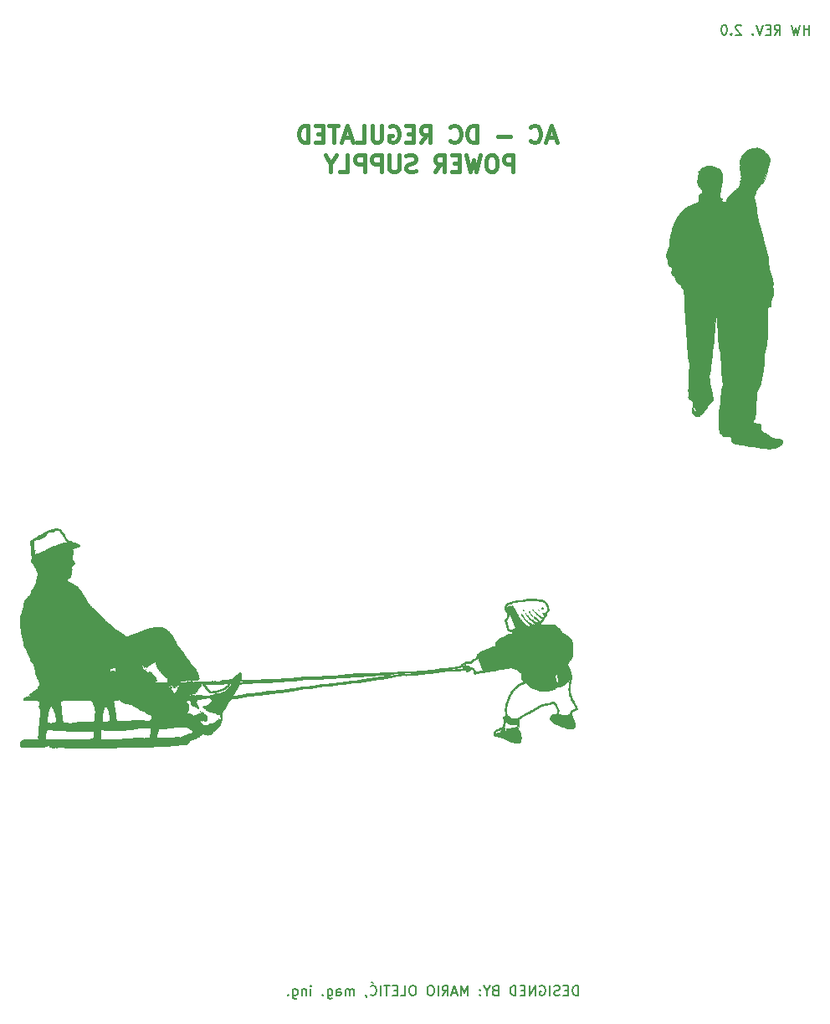
<source format=gbr>
G04 #@! TF.GenerationSoftware,KiCad,Pcbnew,(5.1.5)-3*
G04 #@! TF.CreationDate,2020-04-21T19:46:43+02:00*
G04 #@! TF.ProjectId,PowerSupply_v2,506f7765-7253-4757-9070-6c795f76322e,rev?*
G04 #@! TF.SameCoordinates,Original*
G04 #@! TF.FileFunction,Legend,Bot*
G04 #@! TF.FilePolarity,Positive*
%FSLAX46Y46*%
G04 Gerber Fmt 4.6, Leading zero omitted, Abs format (unit mm)*
G04 Created by KiCad (PCBNEW (5.1.5)-3) date 2020-04-21 19:46:43*
%MOMM*%
%LPD*%
G04 APERTURE LIST*
%ADD10C,0.150000*%
%ADD11C,0.425000*%
%ADD12C,0.010000*%
G04 APERTURE END LIST*
D10*
X165796666Y-149042380D02*
X165796666Y-148042380D01*
X165558571Y-148042380D01*
X165415714Y-148090000D01*
X165320476Y-148185238D01*
X165272857Y-148280476D01*
X165225238Y-148470952D01*
X165225238Y-148613809D01*
X165272857Y-148804285D01*
X165320476Y-148899523D01*
X165415714Y-148994761D01*
X165558571Y-149042380D01*
X165796666Y-149042380D01*
X164796666Y-148518571D02*
X164463333Y-148518571D01*
X164320476Y-149042380D02*
X164796666Y-149042380D01*
X164796666Y-148042380D01*
X164320476Y-148042380D01*
X163939523Y-148994761D02*
X163796666Y-149042380D01*
X163558571Y-149042380D01*
X163463333Y-148994761D01*
X163415714Y-148947142D01*
X163368095Y-148851904D01*
X163368095Y-148756666D01*
X163415714Y-148661428D01*
X163463333Y-148613809D01*
X163558571Y-148566190D01*
X163749047Y-148518571D01*
X163844285Y-148470952D01*
X163891904Y-148423333D01*
X163939523Y-148328095D01*
X163939523Y-148232857D01*
X163891904Y-148137619D01*
X163844285Y-148090000D01*
X163749047Y-148042380D01*
X163510952Y-148042380D01*
X163368095Y-148090000D01*
X162939523Y-149042380D02*
X162939523Y-148042380D01*
X161939523Y-148090000D02*
X162034761Y-148042380D01*
X162177619Y-148042380D01*
X162320476Y-148090000D01*
X162415714Y-148185238D01*
X162463333Y-148280476D01*
X162510952Y-148470952D01*
X162510952Y-148613809D01*
X162463333Y-148804285D01*
X162415714Y-148899523D01*
X162320476Y-148994761D01*
X162177619Y-149042380D01*
X162082380Y-149042380D01*
X161939523Y-148994761D01*
X161891904Y-148947142D01*
X161891904Y-148613809D01*
X162082380Y-148613809D01*
X161463333Y-149042380D02*
X161463333Y-148042380D01*
X160891904Y-149042380D01*
X160891904Y-148042380D01*
X160415714Y-148518571D02*
X160082380Y-148518571D01*
X159939523Y-149042380D02*
X160415714Y-149042380D01*
X160415714Y-148042380D01*
X159939523Y-148042380D01*
X159510952Y-149042380D02*
X159510952Y-148042380D01*
X159272857Y-148042380D01*
X159130000Y-148090000D01*
X159034761Y-148185238D01*
X158987142Y-148280476D01*
X158939523Y-148470952D01*
X158939523Y-148613809D01*
X158987142Y-148804285D01*
X159034761Y-148899523D01*
X159130000Y-148994761D01*
X159272857Y-149042380D01*
X159510952Y-149042380D01*
X157415714Y-148518571D02*
X157272857Y-148566190D01*
X157225238Y-148613809D01*
X157177619Y-148709047D01*
X157177619Y-148851904D01*
X157225238Y-148947142D01*
X157272857Y-148994761D01*
X157368095Y-149042380D01*
X157749047Y-149042380D01*
X157749047Y-148042380D01*
X157415714Y-148042380D01*
X157320476Y-148090000D01*
X157272857Y-148137619D01*
X157225238Y-148232857D01*
X157225238Y-148328095D01*
X157272857Y-148423333D01*
X157320476Y-148470952D01*
X157415714Y-148518571D01*
X157749047Y-148518571D01*
X156558571Y-148566190D02*
X156558571Y-149042380D01*
X156891904Y-148042380D02*
X156558571Y-148566190D01*
X156225238Y-148042380D01*
X155891904Y-148947142D02*
X155844285Y-148994761D01*
X155891904Y-149042380D01*
X155939523Y-148994761D01*
X155891904Y-148947142D01*
X155891904Y-149042380D01*
X155891904Y-148423333D02*
X155844285Y-148470952D01*
X155891904Y-148518571D01*
X155939523Y-148470952D01*
X155891904Y-148423333D01*
X155891904Y-148518571D01*
X154653809Y-149042380D02*
X154653809Y-148042380D01*
X154320476Y-148756666D01*
X153987142Y-148042380D01*
X153987142Y-149042380D01*
X153558571Y-148756666D02*
X153082380Y-148756666D01*
X153653809Y-149042380D02*
X153320476Y-148042380D01*
X152987142Y-149042380D01*
X152082380Y-149042380D02*
X152415714Y-148566190D01*
X152653809Y-149042380D02*
X152653809Y-148042380D01*
X152272857Y-148042380D01*
X152177619Y-148090000D01*
X152130000Y-148137619D01*
X152082380Y-148232857D01*
X152082380Y-148375714D01*
X152130000Y-148470952D01*
X152177619Y-148518571D01*
X152272857Y-148566190D01*
X152653809Y-148566190D01*
X151653809Y-149042380D02*
X151653809Y-148042380D01*
X150987142Y-148042380D02*
X150796666Y-148042380D01*
X150701428Y-148090000D01*
X150606190Y-148185238D01*
X150558571Y-148375714D01*
X150558571Y-148709047D01*
X150606190Y-148899523D01*
X150701428Y-148994761D01*
X150796666Y-149042380D01*
X150987142Y-149042380D01*
X151082380Y-148994761D01*
X151177619Y-148899523D01*
X151225238Y-148709047D01*
X151225238Y-148375714D01*
X151177619Y-148185238D01*
X151082380Y-148090000D01*
X150987142Y-148042380D01*
X149177619Y-148042380D02*
X148987142Y-148042380D01*
X148891904Y-148090000D01*
X148796666Y-148185238D01*
X148749047Y-148375714D01*
X148749047Y-148709047D01*
X148796666Y-148899523D01*
X148891904Y-148994761D01*
X148987142Y-149042380D01*
X149177619Y-149042380D01*
X149272857Y-148994761D01*
X149368095Y-148899523D01*
X149415714Y-148709047D01*
X149415714Y-148375714D01*
X149368095Y-148185238D01*
X149272857Y-148090000D01*
X149177619Y-148042380D01*
X147844285Y-149042380D02*
X148320476Y-149042380D01*
X148320476Y-148042380D01*
X147510952Y-148518571D02*
X147177619Y-148518571D01*
X147034761Y-149042380D02*
X147510952Y-149042380D01*
X147510952Y-148042380D01*
X147034761Y-148042380D01*
X146749047Y-148042380D02*
X146177619Y-148042380D01*
X146463333Y-149042380D02*
X146463333Y-148042380D01*
X145844285Y-149042380D02*
X145844285Y-148042380D01*
X144796666Y-148947142D02*
X144844285Y-148994761D01*
X144987142Y-149042380D01*
X145082380Y-149042380D01*
X145225238Y-148994761D01*
X145320476Y-148899523D01*
X145368095Y-148804285D01*
X145415714Y-148613809D01*
X145415714Y-148470952D01*
X145368095Y-148280476D01*
X145320476Y-148185238D01*
X145225238Y-148090000D01*
X145082380Y-148042380D01*
X144987142Y-148042380D01*
X144844285Y-148090000D01*
X144796666Y-148137619D01*
X144939523Y-147661428D02*
X145082380Y-147804285D01*
X144320476Y-148994761D02*
X144320476Y-149042380D01*
X144368095Y-149137619D01*
X144415714Y-149185238D01*
X143130000Y-149042380D02*
X143130000Y-148375714D01*
X143130000Y-148470952D02*
X143082380Y-148423333D01*
X142987142Y-148375714D01*
X142844285Y-148375714D01*
X142749047Y-148423333D01*
X142701428Y-148518571D01*
X142701428Y-149042380D01*
X142701428Y-148518571D02*
X142653809Y-148423333D01*
X142558571Y-148375714D01*
X142415714Y-148375714D01*
X142320476Y-148423333D01*
X142272857Y-148518571D01*
X142272857Y-149042380D01*
X141368095Y-149042380D02*
X141368095Y-148518571D01*
X141415714Y-148423333D01*
X141510952Y-148375714D01*
X141701428Y-148375714D01*
X141796666Y-148423333D01*
X141368095Y-148994761D02*
X141463333Y-149042380D01*
X141701428Y-149042380D01*
X141796666Y-148994761D01*
X141844285Y-148899523D01*
X141844285Y-148804285D01*
X141796666Y-148709047D01*
X141701428Y-148661428D01*
X141463333Y-148661428D01*
X141368095Y-148613809D01*
X140463333Y-148375714D02*
X140463333Y-149185238D01*
X140510952Y-149280476D01*
X140558571Y-149328095D01*
X140653809Y-149375714D01*
X140796666Y-149375714D01*
X140891904Y-149328095D01*
X140463333Y-148994761D02*
X140558571Y-149042380D01*
X140749047Y-149042380D01*
X140844285Y-148994761D01*
X140891904Y-148947142D01*
X140939523Y-148851904D01*
X140939523Y-148566190D01*
X140891904Y-148470952D01*
X140844285Y-148423333D01*
X140749047Y-148375714D01*
X140558571Y-148375714D01*
X140463333Y-148423333D01*
X139987142Y-148947142D02*
X139939523Y-148994761D01*
X139987142Y-149042380D01*
X140034761Y-148994761D01*
X139987142Y-148947142D01*
X139987142Y-149042380D01*
X138749047Y-149042380D02*
X138749047Y-148375714D01*
X138749047Y-148042380D02*
X138796666Y-148090000D01*
X138749047Y-148137619D01*
X138701428Y-148090000D01*
X138749047Y-148042380D01*
X138749047Y-148137619D01*
X138272857Y-148375714D02*
X138272857Y-149042380D01*
X138272857Y-148470952D02*
X138225238Y-148423333D01*
X138130000Y-148375714D01*
X137987142Y-148375714D01*
X137891904Y-148423333D01*
X137844285Y-148518571D01*
X137844285Y-149042380D01*
X136939523Y-148375714D02*
X136939523Y-149185238D01*
X136987142Y-149280476D01*
X137034761Y-149328095D01*
X137130000Y-149375714D01*
X137272857Y-149375714D01*
X137368095Y-149328095D01*
X136939523Y-148994761D02*
X137034761Y-149042380D01*
X137225238Y-149042380D01*
X137320476Y-148994761D01*
X137368095Y-148947142D01*
X137415714Y-148851904D01*
X137415714Y-148566190D01*
X137368095Y-148470952D01*
X137320476Y-148423333D01*
X137225238Y-148375714D01*
X137034761Y-148375714D01*
X136939523Y-148423333D01*
X136463333Y-148947142D02*
X136415714Y-148994761D01*
X136463333Y-149042380D01*
X136510952Y-148994761D01*
X136463333Y-148947142D01*
X136463333Y-149042380D01*
D11*
X163500476Y-62295833D02*
X162690952Y-62295833D01*
X163662380Y-62781547D02*
X163095714Y-61081547D01*
X162529047Y-62781547D01*
X160990952Y-62619642D02*
X161071904Y-62700595D01*
X161314761Y-62781547D01*
X161476666Y-62781547D01*
X161719523Y-62700595D01*
X161881428Y-62538690D01*
X161962380Y-62376785D01*
X162043333Y-62052976D01*
X162043333Y-61810119D01*
X161962380Y-61486309D01*
X161881428Y-61324404D01*
X161719523Y-61162500D01*
X161476666Y-61081547D01*
X161314761Y-61081547D01*
X161071904Y-61162500D01*
X160990952Y-61243452D01*
X158967142Y-62133928D02*
X157671904Y-62133928D01*
X155567142Y-62781547D02*
X155567142Y-61081547D01*
X155162380Y-61081547D01*
X154919523Y-61162500D01*
X154757619Y-61324404D01*
X154676666Y-61486309D01*
X154595714Y-61810119D01*
X154595714Y-62052976D01*
X154676666Y-62376785D01*
X154757619Y-62538690D01*
X154919523Y-62700595D01*
X155162380Y-62781547D01*
X155567142Y-62781547D01*
X152895714Y-62619642D02*
X152976666Y-62700595D01*
X153219523Y-62781547D01*
X153381428Y-62781547D01*
X153624285Y-62700595D01*
X153786190Y-62538690D01*
X153867142Y-62376785D01*
X153948095Y-62052976D01*
X153948095Y-61810119D01*
X153867142Y-61486309D01*
X153786190Y-61324404D01*
X153624285Y-61162500D01*
X153381428Y-61081547D01*
X153219523Y-61081547D01*
X152976666Y-61162500D01*
X152895714Y-61243452D01*
X149900476Y-62781547D02*
X150467142Y-61972023D01*
X150871904Y-62781547D02*
X150871904Y-61081547D01*
X150224285Y-61081547D01*
X150062380Y-61162500D01*
X149981428Y-61243452D01*
X149900476Y-61405357D01*
X149900476Y-61648214D01*
X149981428Y-61810119D01*
X150062380Y-61891071D01*
X150224285Y-61972023D01*
X150871904Y-61972023D01*
X149171904Y-61891071D02*
X148605238Y-61891071D01*
X148362380Y-62781547D02*
X149171904Y-62781547D01*
X149171904Y-61081547D01*
X148362380Y-61081547D01*
X146743333Y-61162500D02*
X146905238Y-61081547D01*
X147148095Y-61081547D01*
X147390952Y-61162500D01*
X147552857Y-61324404D01*
X147633809Y-61486309D01*
X147714761Y-61810119D01*
X147714761Y-62052976D01*
X147633809Y-62376785D01*
X147552857Y-62538690D01*
X147390952Y-62700595D01*
X147148095Y-62781547D01*
X146986190Y-62781547D01*
X146743333Y-62700595D01*
X146662380Y-62619642D01*
X146662380Y-62052976D01*
X146986190Y-62052976D01*
X145933809Y-61081547D02*
X145933809Y-62457738D01*
X145852857Y-62619642D01*
X145771904Y-62700595D01*
X145610000Y-62781547D01*
X145286190Y-62781547D01*
X145124285Y-62700595D01*
X145043333Y-62619642D01*
X144962380Y-62457738D01*
X144962380Y-61081547D01*
X143343333Y-62781547D02*
X144152857Y-62781547D01*
X144152857Y-61081547D01*
X142857619Y-62295833D02*
X142048095Y-62295833D01*
X143019523Y-62781547D02*
X142452857Y-61081547D01*
X141886190Y-62781547D01*
X141562380Y-61081547D02*
X140590952Y-61081547D01*
X141076666Y-62781547D02*
X141076666Y-61081547D01*
X140024285Y-61891071D02*
X139457619Y-61891071D01*
X139214761Y-62781547D02*
X140024285Y-62781547D01*
X140024285Y-61081547D01*
X139214761Y-61081547D01*
X138486190Y-62781547D02*
X138486190Y-61081547D01*
X138081428Y-61081547D01*
X137838571Y-61162500D01*
X137676666Y-61324404D01*
X137595714Y-61486309D01*
X137514761Y-61810119D01*
X137514761Y-62052976D01*
X137595714Y-62376785D01*
X137676666Y-62538690D01*
X137838571Y-62700595D01*
X138081428Y-62781547D01*
X138486190Y-62781547D01*
X159250476Y-65756547D02*
X159250476Y-64056547D01*
X158602857Y-64056547D01*
X158440952Y-64137500D01*
X158360000Y-64218452D01*
X158279047Y-64380357D01*
X158279047Y-64623214D01*
X158360000Y-64785119D01*
X158440952Y-64866071D01*
X158602857Y-64947023D01*
X159250476Y-64947023D01*
X157226666Y-64056547D02*
X156902857Y-64056547D01*
X156740952Y-64137500D01*
X156579047Y-64299404D01*
X156498095Y-64623214D01*
X156498095Y-65189880D01*
X156579047Y-65513690D01*
X156740952Y-65675595D01*
X156902857Y-65756547D01*
X157226666Y-65756547D01*
X157388571Y-65675595D01*
X157550476Y-65513690D01*
X157631428Y-65189880D01*
X157631428Y-64623214D01*
X157550476Y-64299404D01*
X157388571Y-64137500D01*
X157226666Y-64056547D01*
X155931428Y-64056547D02*
X155526666Y-65756547D01*
X155202857Y-64542261D01*
X154879047Y-65756547D01*
X154474285Y-64056547D01*
X153826666Y-64866071D02*
X153260000Y-64866071D01*
X153017142Y-65756547D02*
X153826666Y-65756547D01*
X153826666Y-64056547D01*
X153017142Y-64056547D01*
X151317142Y-65756547D02*
X151883809Y-64947023D01*
X152288571Y-65756547D02*
X152288571Y-64056547D01*
X151640952Y-64056547D01*
X151479047Y-64137500D01*
X151398095Y-64218452D01*
X151317142Y-64380357D01*
X151317142Y-64623214D01*
X151398095Y-64785119D01*
X151479047Y-64866071D01*
X151640952Y-64947023D01*
X152288571Y-64947023D01*
X149374285Y-65675595D02*
X149131428Y-65756547D01*
X148726666Y-65756547D01*
X148564761Y-65675595D01*
X148483809Y-65594642D01*
X148402857Y-65432738D01*
X148402857Y-65270833D01*
X148483809Y-65108928D01*
X148564761Y-65027976D01*
X148726666Y-64947023D01*
X149050476Y-64866071D01*
X149212380Y-64785119D01*
X149293333Y-64704166D01*
X149374285Y-64542261D01*
X149374285Y-64380357D01*
X149293333Y-64218452D01*
X149212380Y-64137500D01*
X149050476Y-64056547D01*
X148645714Y-64056547D01*
X148402857Y-64137500D01*
X147674285Y-64056547D02*
X147674285Y-65432738D01*
X147593333Y-65594642D01*
X147512380Y-65675595D01*
X147350476Y-65756547D01*
X147026666Y-65756547D01*
X146864761Y-65675595D01*
X146783809Y-65594642D01*
X146702857Y-65432738D01*
X146702857Y-64056547D01*
X145893333Y-65756547D02*
X145893333Y-64056547D01*
X145245714Y-64056547D01*
X145083809Y-64137500D01*
X145002857Y-64218452D01*
X144921904Y-64380357D01*
X144921904Y-64623214D01*
X145002857Y-64785119D01*
X145083809Y-64866071D01*
X145245714Y-64947023D01*
X145893333Y-64947023D01*
X144193333Y-65756547D02*
X144193333Y-64056547D01*
X143545714Y-64056547D01*
X143383809Y-64137500D01*
X143302857Y-64218452D01*
X143221904Y-64380357D01*
X143221904Y-64623214D01*
X143302857Y-64785119D01*
X143383809Y-64866071D01*
X143545714Y-64947023D01*
X144193333Y-64947023D01*
X141683809Y-65756547D02*
X142493333Y-65756547D01*
X142493333Y-64056547D01*
X140793333Y-64947023D02*
X140793333Y-65756547D01*
X141360000Y-64056547D02*
X140793333Y-64947023D01*
X140226666Y-64056547D01*
D10*
X189213571Y-51887380D02*
X189213571Y-50887380D01*
X189213571Y-51363571D02*
X188642142Y-51363571D01*
X188642142Y-51887380D02*
X188642142Y-50887380D01*
X188261190Y-50887380D02*
X188023095Y-51887380D01*
X187832619Y-51173095D01*
X187642142Y-51887380D01*
X187404047Y-50887380D01*
X185689761Y-51887380D02*
X186023095Y-51411190D01*
X186261190Y-51887380D02*
X186261190Y-50887380D01*
X185880238Y-50887380D01*
X185785000Y-50935000D01*
X185737380Y-50982619D01*
X185689761Y-51077857D01*
X185689761Y-51220714D01*
X185737380Y-51315952D01*
X185785000Y-51363571D01*
X185880238Y-51411190D01*
X186261190Y-51411190D01*
X185261190Y-51363571D02*
X184927857Y-51363571D01*
X184785000Y-51887380D02*
X185261190Y-51887380D01*
X185261190Y-50887380D01*
X184785000Y-50887380D01*
X184499285Y-50887380D02*
X184165952Y-51887380D01*
X183832619Y-50887380D01*
X183499285Y-51792142D02*
X183451666Y-51839761D01*
X183499285Y-51887380D01*
X183546904Y-51839761D01*
X183499285Y-51792142D01*
X183499285Y-51887380D01*
X182308809Y-50982619D02*
X182261190Y-50935000D01*
X182165952Y-50887380D01*
X181927857Y-50887380D01*
X181832619Y-50935000D01*
X181785000Y-50982619D01*
X181737380Y-51077857D01*
X181737380Y-51173095D01*
X181785000Y-51315952D01*
X182356428Y-51887380D01*
X181737380Y-51887380D01*
X181308809Y-51792142D02*
X181261190Y-51839761D01*
X181308809Y-51887380D01*
X181356428Y-51839761D01*
X181308809Y-51792142D01*
X181308809Y-51887380D01*
X180642142Y-50887380D02*
X180546904Y-50887380D01*
X180451666Y-50935000D01*
X180404047Y-50982619D01*
X180356428Y-51077857D01*
X180308809Y-51268333D01*
X180308809Y-51506428D01*
X180356428Y-51696904D01*
X180404047Y-51792142D01*
X180451666Y-51839761D01*
X180546904Y-51887380D01*
X180642142Y-51887380D01*
X180737380Y-51839761D01*
X180785000Y-51792142D01*
X180832619Y-51696904D01*
X180880238Y-51506428D01*
X180880238Y-51268333D01*
X180832619Y-51077857D01*
X180785000Y-50982619D01*
X180737380Y-50935000D01*
X180642142Y-50887380D01*
D12*
G36*
X182233977Y-66307369D02*
G01*
X182230445Y-66362108D01*
X182233977Y-66374211D01*
X182243735Y-66377570D01*
X182247462Y-66340790D01*
X182243261Y-66302833D01*
X182233977Y-66307369D01*
G37*
X182233977Y-66307369D02*
X182230445Y-66362108D01*
X182233977Y-66374211D01*
X182243735Y-66377570D01*
X182247462Y-66340790D01*
X182243261Y-66302833D01*
X182233977Y-66307369D01*
G36*
X183866829Y-63311421D02*
G01*
X183734473Y-63318063D01*
X183701033Y-63320062D01*
X183548334Y-63331220D01*
X183440844Y-63344020D01*
X183370301Y-63359870D01*
X183328440Y-63380180D01*
X183323196Y-63384525D01*
X183263839Y-63421935D01*
X183185039Y-63453508D01*
X183177267Y-63455750D01*
X183114722Y-63478854D01*
X183081945Y-63502347D01*
X183080526Y-63506911D01*
X183057226Y-63528041D01*
X182998550Y-63552515D01*
X182968047Y-63561648D01*
X182855823Y-63614256D01*
X182753379Y-63708029D01*
X182677729Y-63785190D01*
X182597500Y-63853917D01*
X182558384Y-63881479D01*
X182499900Y-63924954D01*
X182467729Y-63963117D01*
X182465579Y-63971413D01*
X182448288Y-64018363D01*
X182436146Y-64033422D01*
X182409132Y-64074706D01*
X182369747Y-64151630D01*
X182324019Y-64250267D01*
X182277974Y-64356687D01*
X182237640Y-64456963D01*
X182209043Y-64537164D01*
X182198210Y-64583302D01*
X182185674Y-64647741D01*
X182169285Y-64687195D01*
X182153905Y-64753392D01*
X182155740Y-64850255D01*
X182158426Y-64872595D01*
X182173843Y-64953874D01*
X182195131Y-64993662D01*
X182227456Y-65003948D01*
X182269656Y-65009614D01*
X182270606Y-65031963D01*
X182230057Y-65079020D01*
X182224947Y-65084158D01*
X182195840Y-65123432D01*
X182179365Y-65178052D01*
X182172394Y-65262613D01*
X182171473Y-65333702D01*
X182174038Y-65431904D01*
X182180798Y-65508468D01*
X182190355Y-65548320D01*
X182191526Y-65549825D01*
X182208536Y-65589411D01*
X182217154Y-65641176D01*
X182231390Y-65804109D01*
X182245447Y-65919857D01*
X182260586Y-65994689D01*
X182278072Y-66034874D01*
X182298862Y-66046685D01*
X182319646Y-66054819D01*
X182329701Y-66086202D01*
X182330428Y-66151301D01*
X182324791Y-66240527D01*
X182315031Y-66359938D01*
X182305261Y-66440267D01*
X182291781Y-66495776D01*
X182270891Y-66540728D01*
X182238892Y-66589386D01*
X182231631Y-66599690D01*
X182185473Y-66675331D01*
X182177388Y-66731748D01*
X182208468Y-66788343D01*
X182244530Y-66828540D01*
X182289031Y-66881826D01*
X182295360Y-66913376D01*
X182281676Y-66926989D01*
X182227583Y-66939093D01*
X182191342Y-66934951D01*
X182152681Y-66932361D01*
X182146719Y-66963131D01*
X182150758Y-66985018D01*
X182169555Y-67054908D01*
X182183337Y-67093690D01*
X182182022Y-67136538D01*
X182153354Y-67153808D01*
X182108511Y-67184883D01*
X182055384Y-67243522D01*
X182038978Y-67266161D01*
X181977597Y-67337683D01*
X181893768Y-67413073D01*
X181845182Y-67449067D01*
X181787775Y-67493551D01*
X181700220Y-67568792D01*
X181590245Y-67667795D01*
X181465575Y-67783566D01*
X181333937Y-67909112D01*
X181291878Y-67949940D01*
X181152681Y-68086271D01*
X181047492Y-68191334D01*
X180971608Y-68270752D01*
X180920328Y-68330150D01*
X180888952Y-68375152D01*
X180872776Y-68411382D01*
X180867100Y-68444465D01*
X180866716Y-68458529D01*
X180846828Y-68563374D01*
X180794314Y-68661966D01*
X180719899Y-68742416D01*
X180634310Y-68792839D01*
X180556214Y-68802669D01*
X180495695Y-68782759D01*
X180423680Y-68743750D01*
X180356535Y-68696688D01*
X180310629Y-68652615D01*
X180299894Y-68629728D01*
X180318743Y-68583175D01*
X180340000Y-68559948D01*
X180370057Y-68516401D01*
X180379337Y-68466322D01*
X180366053Y-68431341D01*
X180351055Y-68426264D01*
X180314478Y-68411666D01*
X180251738Y-68374181D01*
X180204002Y-68341521D01*
X180134066Y-68286646D01*
X180098811Y-68240723D01*
X180086834Y-68185584D01*
X180086000Y-68153504D01*
X180097198Y-68054954D01*
X180124283Y-67958668D01*
X180125651Y-67955331D01*
X180158321Y-67853665D01*
X180190473Y-67711231D01*
X180219914Y-67540708D01*
X180244445Y-67354775D01*
X180261545Y-67170696D01*
X180274087Y-67031714D01*
X180290910Y-66931993D01*
X180316031Y-66857320D01*
X180353466Y-66793481D01*
X180376855Y-66762679D01*
X180391353Y-66733641D01*
X180400179Y-66684641D01*
X180403674Y-66607504D01*
X180402183Y-66494056D01*
X180396049Y-66336125D01*
X180395377Y-66321521D01*
X180387283Y-66180508D01*
X180377336Y-66058176D01*
X180366585Y-65964643D01*
X180356077Y-65910026D01*
X180351838Y-65900969D01*
X180333825Y-65857956D01*
X180326631Y-65793302D01*
X180303681Y-65704747D01*
X180245908Y-65607757D01*
X180055444Y-65607757D01*
X180048521Y-65640109D01*
X180032526Y-65645632D01*
X180007319Y-65624732D01*
X180005789Y-65614316D01*
X179989261Y-65571289D01*
X179963374Y-65536132D01*
X179935781Y-65501694D01*
X179947181Y-65493770D01*
X179968160Y-65496192D01*
X180007773Y-65518409D01*
X180039364Y-65561394D01*
X180055444Y-65607757D01*
X180245908Y-65607757D01*
X180235006Y-65589456D01*
X180216906Y-65564702D01*
X180149671Y-65481499D01*
X180094253Y-65432822D01*
X180035394Y-65407081D01*
X179998719Y-65398978D01*
X179903312Y-65369829D01*
X179808431Y-65323104D01*
X179794286Y-65313944D01*
X179704561Y-65266101D01*
X179607225Y-65232837D01*
X179591368Y-65229585D01*
X179513380Y-65210376D01*
X179454996Y-65186387D01*
X179446909Y-65180935D01*
X179397442Y-65163851D01*
X179307529Y-65152433D01*
X179189887Y-65146566D01*
X179057230Y-65146136D01*
X178922273Y-65151029D01*
X178797733Y-65161130D01*
X178696323Y-65176324D01*
X178651070Y-65188106D01*
X178446131Y-65284130D01*
X178264062Y-65422095D01*
X178165879Y-65528266D01*
X178100003Y-65607544D01*
X178038023Y-65676488D01*
X178003772Y-65710506D01*
X177967098Y-65755898D01*
X177975556Y-65780408D01*
X177990014Y-65808309D01*
X177989056Y-65870425D01*
X177973694Y-65969534D01*
X177955433Y-66076341D01*
X177940784Y-66176729D01*
X177934350Y-66233843D01*
X177920724Y-66355734D01*
X177901969Y-66467156D01*
X177881191Y-66551474D01*
X177869428Y-66581421D01*
X177859279Y-66636796D01*
X177861874Y-66725015D01*
X177874648Y-66827686D01*
X177895041Y-66926415D01*
X177920488Y-67002810D01*
X177930805Y-67021937D01*
X177962150Y-67079508D01*
X177973789Y-67118191D01*
X177990045Y-67152869D01*
X178031667Y-67213546D01*
X178087938Y-67286757D01*
X178148143Y-67359037D01*
X178201563Y-67416921D01*
X178233762Y-67444830D01*
X178281045Y-67500009D01*
X178320735Y-67590986D01*
X178348456Y-67700182D01*
X178359834Y-67810018D01*
X178350493Y-67902914D01*
X178349039Y-67908035D01*
X178332743Y-67951450D01*
X178323919Y-67954082D01*
X178323666Y-67951685D01*
X178302676Y-67919749D01*
X178254754Y-67918736D01*
X178192336Y-67943378D01*
X178127855Y-67988405D01*
X178073746Y-68048550D01*
X178065867Y-68060910D01*
X178039140Y-68118873D01*
X178024372Y-68190649D01*
X178019300Y-68291446D01*
X178019926Y-68369947D01*
X178013916Y-68544674D01*
X177984180Y-68677952D01*
X177925108Y-68778645D01*
X177831085Y-68855617D01*
X177696501Y-68917732D01*
X177666316Y-68928437D01*
X177573256Y-68962836D01*
X177449998Y-69011868D01*
X177315031Y-69068056D01*
X177225158Y-69106903D01*
X177083873Y-69169639D01*
X176971715Y-69221259D01*
X176868559Y-69271464D01*
X176754275Y-69329956D01*
X176661620Y-69378526D01*
X176592545Y-69427473D01*
X176499186Y-69511456D01*
X176388824Y-69622347D01*
X176268739Y-69752018D01*
X176146212Y-69892343D01*
X176028524Y-70035192D01*
X175922955Y-70172439D01*
X175836786Y-70295955D01*
X175829070Y-70307939D01*
X175803502Y-70356403D01*
X175770342Y-70429359D01*
X175737175Y-70508661D01*
X175711586Y-70576164D01*
X175701160Y-70613720D01*
X175701158Y-70613944D01*
X175682781Y-70649912D01*
X175659902Y-70673113D01*
X175619729Y-70724726D01*
X175571325Y-70814018D01*
X175521003Y-70927211D01*
X175475073Y-71050527D01*
X175450176Y-71130968D01*
X175424269Y-71217728D01*
X175386640Y-71336680D01*
X175343151Y-71469515D01*
X175314571Y-71554474D01*
X175261974Y-71709700D01*
X175223575Y-71825828D01*
X175196024Y-71914271D01*
X175175974Y-71986445D01*
X175160079Y-72053764D01*
X175144989Y-72127644D01*
X175142069Y-72142685D01*
X175120611Y-72277771D01*
X175100258Y-72448897D01*
X175082521Y-72638631D01*
X175068913Y-72829541D01*
X175060943Y-73004194D01*
X175059496Y-73095128D01*
X175043559Y-73296097D01*
X174992369Y-73468480D01*
X174900790Y-73627876D01*
X174871082Y-73667397D01*
X174820867Y-73748577D01*
X174773770Y-73852558D01*
X174753029Y-73913186D01*
X174727357Y-74095073D01*
X174749589Y-74294930D01*
X174819136Y-74508198D01*
X174834546Y-74543109D01*
X174873542Y-74646065D01*
X174893488Y-74752276D01*
X174899052Y-74885331D01*
X174906246Y-75031493D01*
X174932221Y-75139917D01*
X174983566Y-75224934D01*
X175066874Y-75300871D01*
X175101632Y-75325782D01*
X175200622Y-75408056D01*
X175276764Y-75498781D01*
X175320267Y-75584976D01*
X175326742Y-75624251D01*
X175315690Y-75677790D01*
X175288356Y-75750403D01*
X175282224Y-75763698D01*
X175258978Y-75818546D01*
X175251432Y-75865854D01*
X175259970Y-75924584D01*
X175284977Y-76013701D01*
X175287466Y-76021937D01*
X175328524Y-76139732D01*
X175369645Y-76213005D01*
X175417558Y-76250293D01*
X175475180Y-76260158D01*
X175524376Y-76273744D01*
X175566611Y-76321846D01*
X175593586Y-76372128D01*
X175626936Y-76455364D01*
X175645975Y-76530419D01*
X175647684Y-76550488D01*
X175663154Y-76627799D01*
X175703513Y-76729331D01*
X175759685Y-76838001D01*
X175822593Y-76936730D01*
X175883162Y-77008436D01*
X175897489Y-77020608D01*
X175978876Y-77066230D01*
X176065737Y-77092498D01*
X176074773Y-77093596D01*
X176140639Y-77107487D01*
X176176752Y-77144231D01*
X176196369Y-77195948D01*
X176253630Y-77347912D01*
X176328735Y-77473811D01*
X176400937Y-77561999D01*
X176459506Y-77635681D01*
X176501370Y-77703873D01*
X176513551Y-77735789D01*
X176517419Y-77776974D01*
X176522689Y-77864661D01*
X176529044Y-77991902D01*
X176536167Y-78151753D01*
X176543741Y-78337267D01*
X176551448Y-78541500D01*
X176555415Y-78653106D01*
X176563857Y-78882823D01*
X176573172Y-79113893D01*
X176582880Y-79335896D01*
X176592500Y-79538409D01*
X176601554Y-79711010D01*
X176609562Y-79843279D01*
X176611403Y-79869632D01*
X176622756Y-80032131D01*
X176635631Y-80226424D01*
X176648633Y-80430908D01*
X176660369Y-80623982D01*
X176663162Y-80671737D01*
X176674422Y-80859723D01*
X176687441Y-81066682D01*
X176700783Y-81270379D01*
X176713016Y-81448579D01*
X176715781Y-81487211D01*
X176732351Y-81719283D01*
X176750564Y-81979659D01*
X176769644Y-82256825D01*
X176788815Y-82539263D01*
X176807300Y-82815458D01*
X176824326Y-83073894D01*
X176839114Y-83303054D01*
X176850890Y-83491422D01*
X176851768Y-83505843D01*
X176862114Y-83652811D01*
X176874253Y-83788206D01*
X176886868Y-83899376D01*
X176898641Y-83973666D01*
X176901878Y-83987106D01*
X176913637Y-84051036D01*
X176925407Y-84153670D01*
X176935738Y-84280258D01*
X176942569Y-84401527D01*
X176953497Y-84562080D01*
X176970777Y-84712977D01*
X176992182Y-84836684D01*
X177003713Y-84882790D01*
X177038404Y-85065873D01*
X177048851Y-85295290D01*
X177048837Y-85297211D01*
X177046992Y-85427019D01*
X177043297Y-85593111D01*
X177038033Y-85787935D01*
X177031481Y-86003941D01*
X177023921Y-86233577D01*
X177015633Y-86469291D01*
X177006900Y-86703533D01*
X176998000Y-86928751D01*
X176989215Y-87137393D01*
X176980825Y-87321909D01*
X176973111Y-87474746D01*
X176966353Y-87588355D01*
X176961403Y-87650053D01*
X176953526Y-87817752D01*
X176961375Y-87990564D01*
X176967684Y-88044294D01*
X176981745Y-88213852D01*
X176970147Y-88357606D01*
X176966136Y-88378505D01*
X176951078Y-88476586D01*
X176955690Y-88544545D01*
X176971578Y-88586132D01*
X177013898Y-88642393D01*
X177087791Y-88716810D01*
X177180360Y-88797840D01*
X177278710Y-88873940D01*
X177338578Y-88914628D01*
X177389350Y-88958204D01*
X177407628Y-89015373D01*
X177408078Y-89060899D01*
X177412079Y-89176232D01*
X177436323Y-89245867D01*
X177483144Y-89274491D01*
X177514601Y-89275011D01*
X177563425Y-89276289D01*
X177585966Y-89303595D01*
X177594937Y-89360615D01*
X177598865Y-89420792D01*
X177589594Y-89435858D01*
X177559879Y-89413845D01*
X177552727Y-89407404D01*
X177507733Y-89372446D01*
X177483399Y-89361211D01*
X177459588Y-89384763D01*
X177427202Y-89446333D01*
X177391524Y-89532291D01*
X177357834Y-89629007D01*
X177331413Y-89722851D01*
X177319333Y-89784666D01*
X177312211Y-89871843D01*
X177321891Y-89945794D01*
X177352891Y-90030910D01*
X177373184Y-90075492D01*
X177435039Y-90183631D01*
X177514705Y-90292740D01*
X177563868Y-90347562D01*
X177681975Y-90464967D01*
X177888040Y-90449433D01*
X177997140Y-90438979D01*
X178066044Y-90425041D01*
X178108024Y-90403530D01*
X178134210Y-90373641D01*
X178179279Y-90316845D01*
X178213007Y-90285139D01*
X178248613Y-90254003D01*
X178310398Y-90195168D01*
X178387275Y-90119286D01*
X178419136Y-90087184D01*
X178533734Y-89961617D01*
X178635270Y-89827611D01*
X178673118Y-89767219D01*
X177817078Y-89767219D01*
X177814451Y-89808421D01*
X177763148Y-89866348D01*
X177752882Y-89875176D01*
X177659012Y-89934696D01*
X177575171Y-89944104D01*
X177504320Y-89911226D01*
X177469317Y-89881221D01*
X177477429Y-89864321D01*
X177499057Y-89854950D01*
X177532558Y-89830007D01*
X177520398Y-89806011D01*
X177469937Y-89790845D01*
X177437474Y-89789000D01*
X177376694Y-89774513D01*
X177359309Y-89730532D01*
X177385248Y-89656280D01*
X177420065Y-89599112D01*
X177480406Y-89529673D01*
X177532252Y-89512150D01*
X177574578Y-89546735D01*
X177585761Y-89568421D01*
X177618291Y-89614676D01*
X177645919Y-89628579D01*
X177675160Y-89640986D01*
X177676518Y-89648632D01*
X177675342Y-89690053D01*
X177676518Y-89718748D01*
X177685712Y-89752509D01*
X177714671Y-89739692D01*
X177719789Y-89735527D01*
X177753723Y-89690842D01*
X177759894Y-89666989D01*
X177779951Y-89621513D01*
X177790508Y-89612815D01*
X177810590Y-89615444D01*
X177807914Y-89662982D01*
X177805817Y-89728426D01*
X177817078Y-89767219D01*
X178673118Y-89767219D01*
X178733292Y-89671204D01*
X178837353Y-89478431D01*
X178842737Y-89467882D01*
X178931613Y-89329336D01*
X179044581Y-89224039D01*
X179052499Y-89218339D01*
X179133949Y-89152283D01*
X179203517Y-89081801D01*
X179232790Y-89042901D01*
X179292788Y-88973868D01*
X179370533Y-88918126D01*
X179377290Y-88914756D01*
X179441991Y-88874928D01*
X179468121Y-88827987D01*
X179471052Y-88793028D01*
X179460946Y-88715690D01*
X179442232Y-88662160D01*
X179426813Y-88609383D01*
X179413566Y-88521635D01*
X179405244Y-88417416D01*
X179405003Y-88412018D01*
X179398814Y-88312663D01*
X179390345Y-88233868D01*
X179381325Y-88191285D01*
X179380444Y-88189596D01*
X179367260Y-88148401D01*
X179353772Y-88076872D01*
X179349971Y-88049468D01*
X179316932Y-87855401D01*
X179264585Y-87665942D01*
X179221092Y-87542948D01*
X179165527Y-87381289D01*
X179132623Y-87243743D01*
X179118417Y-87108049D01*
X179118433Y-86966334D01*
X179113938Y-86813012D01*
X179090260Y-86696196D01*
X179084227Y-86680339D01*
X179060953Y-86591918D01*
X179049524Y-86479306D01*
X179049912Y-86361766D01*
X179062090Y-86258564D01*
X179084957Y-86190676D01*
X179115260Y-86121369D01*
X179132202Y-86056991D01*
X179149943Y-85982340D01*
X179178098Y-85890341D01*
X179188149Y-85861542D01*
X179215162Y-85756663D01*
X179228546Y-85644440D01*
X179228884Y-85620910D01*
X179228105Y-85392347D01*
X179232575Y-85181862D01*
X179241812Y-84996171D01*
X179255331Y-84841990D01*
X179272649Y-84726034D01*
X179293283Y-84655020D01*
X179299141Y-84644732D01*
X179322800Y-84580966D01*
X179335774Y-84480675D01*
X179337368Y-84425580D01*
X179343552Y-84319758D01*
X179359479Y-84221209D01*
X179374402Y-84170845D01*
X179396272Y-84078553D01*
X179404883Y-83938952D01*
X179403646Y-83826685D01*
X179405495Y-83634318D01*
X179424440Y-83491595D01*
X179434867Y-83453960D01*
X179456211Y-83365714D01*
X179474363Y-83249488D01*
X179485197Y-83133118D01*
X179493636Y-83008874D01*
X179505951Y-82859159D01*
X179519827Y-82711616D01*
X179523407Y-82677000D01*
X179537924Y-82530011D01*
X179552166Y-82369342D01*
X179563497Y-82225073D01*
X179565344Y-82198430D01*
X179575504Y-82088104D01*
X179589176Y-81993824D01*
X179603837Y-81931969D01*
X179607808Y-81922630D01*
X179616815Y-81880606D01*
X179625433Y-81794376D01*
X179633078Y-81673210D01*
X179639171Y-81526377D01*
X179643129Y-81363143D01*
X179643203Y-81358464D01*
X179650713Y-81095673D01*
X179664505Y-80883574D01*
X179684956Y-80719712D01*
X179712443Y-80601633D01*
X179747344Y-80526882D01*
X179775160Y-80499756D01*
X179818771Y-80487596D01*
X179858164Y-80519370D01*
X179862276Y-80524685D01*
X179882993Y-80564191D01*
X179891264Y-80619973D01*
X179888122Y-80705959D01*
X179881096Y-80778685D01*
X179867430Y-80971758D01*
X179867923Y-81154336D01*
X179882125Y-81310892D01*
X179898944Y-81392989D01*
X179910417Y-81456923D01*
X179921983Y-81559568D01*
X179932216Y-81686183D01*
X179939075Y-81807757D01*
X179946077Y-81954818D01*
X179954953Y-82125427D01*
X179965106Y-82309619D01*
X179975940Y-82497429D01*
X179986860Y-82678893D01*
X179997268Y-82844045D01*
X180006568Y-82982922D01*
X180014166Y-83085557D01*
X180018258Y-83131527D01*
X180043147Y-83338916D01*
X180070754Y-83514866D01*
X180099736Y-83651896D01*
X180127134Y-83738768D01*
X180152499Y-83821833D01*
X180173408Y-83930569D01*
X180182689Y-84011336D01*
X180193189Y-84108491D01*
X180207557Y-84188692D01*
X180220307Y-84228902D01*
X180230939Y-84274609D01*
X180239235Y-84359559D01*
X180244069Y-84469534D01*
X180244845Y-84538882D01*
X180248475Y-84685107D01*
X180258333Y-84841936D01*
X180272526Y-84981580D01*
X180277422Y-85016474D01*
X180289272Y-85126117D01*
X180298035Y-85272172D01*
X180303003Y-85437627D01*
X180303466Y-85605474D01*
X180303074Y-85631421D01*
X180301951Y-85789264D01*
X180305171Y-85937036D01*
X180313704Y-86085180D01*
X180328522Y-86244137D01*
X180350599Y-86424351D01*
X180380906Y-86636263D01*
X180420054Y-86888053D01*
X180445703Y-87072940D01*
X180457334Y-87216211D01*
X180454859Y-87314752D01*
X180438190Y-87365451D01*
X180433579Y-87369316D01*
X180414418Y-87405409D01*
X180406842Y-87465538D01*
X180394436Y-87541084D01*
X180363675Y-87628539D01*
X180354160Y-87648501D01*
X180338328Y-87683646D01*
X180324266Y-87726224D01*
X180311344Y-87781500D01*
X180298929Y-87854736D01*
X180286390Y-87951195D01*
X180273094Y-88076141D01*
X180258411Y-88234837D01*
X180241709Y-88432546D01*
X180222356Y-88674531D01*
X180206362Y-88879948D01*
X180191308Y-89055443D01*
X180173731Y-89229520D01*
X180155215Y-89388349D01*
X180137343Y-89518100D01*
X180125222Y-89588474D01*
X180102126Y-89718803D01*
X180083631Y-89859903D01*
X180069381Y-90018538D01*
X180059024Y-90201474D01*
X180052206Y-90415476D01*
X180048572Y-90667310D01*
X180047768Y-90963741D01*
X180048031Y-91063832D01*
X180049206Y-91284844D01*
X180051178Y-91458709D01*
X180054318Y-91591753D01*
X180059000Y-91690303D01*
X180065596Y-91760683D01*
X180074478Y-91809219D01*
X180086018Y-91842237D01*
X180094782Y-91857859D01*
X180120208Y-91913583D01*
X180112439Y-91941500D01*
X180090929Y-91981595D01*
X180087763Y-92047634D01*
X180102130Y-92115634D01*
X180119421Y-92148174D01*
X180165534Y-92182045D01*
X180239406Y-92213292D01*
X180263359Y-92220318D01*
X180365525Y-92259354D01*
X180419293Y-92312728D01*
X180428818Y-92384903D01*
X180426987Y-92396091D01*
X180423574Y-92432665D01*
X180435604Y-92457701D01*
X180471623Y-92474215D01*
X180540174Y-92485227D01*
X180649804Y-92493752D01*
X180714316Y-92497553D01*
X180863753Y-92497146D01*
X180964136Y-92476278D01*
X180975000Y-92471357D01*
X181034014Y-92449411D01*
X181086661Y-92456704D01*
X181131080Y-92477265D01*
X181185773Y-92522165D01*
X181238931Y-92591805D01*
X181281629Y-92670018D01*
X181304945Y-92740637D01*
X181301263Y-92785570D01*
X181293819Y-92829444D01*
X181299557Y-92897290D01*
X181300294Y-92901345D01*
X181343314Y-92987509D01*
X181438214Y-93068438D01*
X181583596Y-93143488D01*
X181778064Y-93212014D01*
X182020220Y-93273370D01*
X182171473Y-93303506D01*
X182490600Y-93360157D01*
X182799633Y-93411564D01*
X183085358Y-93455622D01*
X183334560Y-93490223D01*
X183374631Y-93495299D01*
X183521080Y-93515282D01*
X183670356Y-93538596D01*
X183801527Y-93561838D01*
X183869263Y-93575764D01*
X183991591Y-93599754D01*
X184137051Y-93623102D01*
X184275462Y-93640994D01*
X184283684Y-93641873D01*
X184420426Y-93657008D01*
X184566235Y-93674318D01*
X184691012Y-93690220D01*
X184698105Y-93691177D01*
X184855365Y-93706206D01*
X185033446Y-93713120D01*
X185215527Y-93712149D01*
X185384786Y-93703523D01*
X185524404Y-93687472D01*
X185567052Y-93679280D01*
X185763607Y-93630526D01*
X185918187Y-93581033D01*
X186042178Y-93526583D01*
X186142318Y-93466206D01*
X186231151Y-93406894D01*
X186316817Y-93353503D01*
X186360390Y-93328640D01*
X186434521Y-93261556D01*
X186473486Y-93165603D01*
X186475841Y-93053413D01*
X186440144Y-92937619D01*
X186410851Y-92887068D01*
X186365405Y-92832492D01*
X186309396Y-92795282D01*
X186232268Y-92772364D01*
X186123466Y-92760662D01*
X185972436Y-92757102D01*
X185964686Y-92757084D01*
X185828575Y-92747628D01*
X185712333Y-92722071D01*
X185627151Y-92683924D01*
X185584676Y-92637921D01*
X185552117Y-92610150D01*
X185530666Y-92612010D01*
X185480720Y-92608482D01*
X185401145Y-92578411D01*
X185304415Y-92528221D01*
X185203003Y-92464334D01*
X185115055Y-92397956D01*
X185046566Y-92345064D01*
X184991627Y-92310310D01*
X184969628Y-92302260D01*
X184923125Y-92286274D01*
X184846413Y-92243316D01*
X184750171Y-92180877D01*
X184645076Y-92106447D01*
X184541808Y-92027517D01*
X184451044Y-91951577D01*
X184397316Y-91900799D01*
X184307474Y-91798459D01*
X184263022Y-91721458D01*
X184263206Y-91668111D01*
X184283684Y-91647211D01*
X184302729Y-91608674D01*
X184309688Y-91536638D01*
X184305234Y-91449531D01*
X184290040Y-91365784D01*
X184275621Y-91326466D01*
X182456158Y-91326466D01*
X182453794Y-91377540D01*
X182451582Y-91402112D01*
X182435869Y-91512841D01*
X182414923Y-91570934D01*
X182400001Y-91580369D01*
X182399272Y-91557300D01*
X182399354Y-91556788D01*
X182198210Y-91556788D01*
X182181737Y-91571284D01*
X182171473Y-91567000D01*
X182152538Y-91577448D01*
X182144750Y-91629467D01*
X182144737Y-91632265D01*
X182136529Y-91689252D01*
X182116698Y-91714020D01*
X182115875Y-91714053D01*
X182099220Y-91690767D01*
X182105651Y-91627158D01*
X182121889Y-91561424D01*
X182135783Y-91520813D01*
X182136360Y-91519775D01*
X182162977Y-91510777D01*
X182191084Y-91533021D01*
X182198210Y-91556788D01*
X182399354Y-91556788D01*
X182408543Y-91499931D01*
X182412634Y-91480106D01*
X182422157Y-91437948D01*
X182005959Y-91437948D01*
X181999234Y-91497033D01*
X181972467Y-91575630D01*
X181959169Y-91603988D01*
X181925168Y-91682014D01*
X181905808Y-91748493D01*
X181904105Y-91764884D01*
X181892064Y-91816510D01*
X181877368Y-91834369D01*
X181858002Y-91870564D01*
X181850631Y-91928467D01*
X181843323Y-91996660D01*
X181824548Y-92082611D01*
X181799034Y-92170998D01*
X181771506Y-92246499D01*
X181746691Y-92293794D01*
X181735321Y-92302264D01*
X181720491Y-92283020D01*
X181723341Y-92268843D01*
X181740028Y-92211999D01*
X181763601Y-92118330D01*
X181790455Y-92003446D01*
X181816990Y-91882956D01*
X181839604Y-91772470D01*
X181847171Y-91732222D01*
X181874147Y-91626051D01*
X181912352Y-91524648D01*
X181936510Y-91478222D01*
X181974650Y-91420550D01*
X181994570Y-91404937D01*
X182004184Y-91426794D01*
X182005959Y-91437948D01*
X182422157Y-91437948D01*
X182435906Y-91377092D01*
X182450305Y-91326098D01*
X182456158Y-91326466D01*
X184275621Y-91326466D01*
X184271576Y-91315439D01*
X184221348Y-91251118D01*
X184188815Y-91232790D01*
X182465579Y-91232790D01*
X182455796Y-91254797D01*
X182447754Y-91250614D01*
X182444554Y-91218884D01*
X182447754Y-91214965D01*
X182463649Y-91218635D01*
X182465579Y-91232790D01*
X184188815Y-91232790D01*
X184143409Y-91207211D01*
X184080704Y-91192685D01*
X182278421Y-91192685D01*
X182265052Y-91206053D01*
X182251684Y-91192685D01*
X182265052Y-91179316D01*
X182278421Y-91192685D01*
X184080704Y-91192685D01*
X184029805Y-91180894D01*
X183872578Y-91169342D01*
X183858943Y-91168996D01*
X183726307Y-91160766D01*
X183634639Y-91139149D01*
X183571927Y-91098006D01*
X183563522Y-91085737D01*
X182305158Y-91085737D01*
X182291789Y-91099106D01*
X182278421Y-91085737D01*
X182291789Y-91072369D01*
X182305158Y-91085737D01*
X183563522Y-91085737D01*
X183526159Y-91031199D01*
X183507081Y-90989179D01*
X183488604Y-90927900D01*
X183502163Y-90883555D01*
X183529830Y-90850664D01*
X183595674Y-90766405D01*
X183647004Y-90665394D01*
X183686067Y-90539454D01*
X183715107Y-90380410D01*
X183736370Y-90180087D01*
X183744291Y-90069737D01*
X183751637Y-89930248D01*
X182672728Y-89930248D01*
X182657727Y-90000069D01*
X182657356Y-90001138D01*
X182638281Y-90073119D01*
X182619005Y-90172998D01*
X182607525Y-90250479D01*
X182595832Y-90333700D01*
X182587437Y-90367106D01*
X182580962Y-90354147D01*
X182577459Y-90325887D01*
X182578516Y-90239407D01*
X182592494Y-90140849D01*
X182597231Y-90120205D01*
X182615609Y-90030102D01*
X182625469Y-89948433D01*
X182626000Y-89932234D01*
X182631356Y-89883925D01*
X182649853Y-89882951D01*
X182656058Y-89888575D01*
X182672728Y-89930248D01*
X183751637Y-89930248D01*
X183753142Y-89901680D01*
X183758898Y-89731411D01*
X183761211Y-89575396D01*
X183761050Y-89561737D01*
X182732947Y-89561737D01*
X182719579Y-89575106D01*
X182706210Y-89561737D01*
X182719579Y-89548369D01*
X182732947Y-89561737D01*
X183761050Y-89561737D01*
X183759732Y-89450100D01*
X183758146Y-89414685D01*
X183752714Y-89318878D01*
X182757573Y-89318878D01*
X182752657Y-89353556D01*
X182743530Y-89353970D01*
X182737148Y-89318185D01*
X182741420Y-89302724D01*
X182753292Y-89292597D01*
X182757573Y-89318878D01*
X183752714Y-89318878D01*
X183749509Y-89262361D01*
X183745221Y-89153062D01*
X183746381Y-89076436D01*
X183754092Y-89022135D01*
X183769454Y-88979806D01*
X183793567Y-88939101D01*
X183811528Y-88912834D01*
X183834751Y-88878360D01*
X183852675Y-88845514D01*
X183865912Y-88807267D01*
X183875074Y-88756591D01*
X183880775Y-88686457D01*
X183883627Y-88589836D01*
X183884243Y-88459701D01*
X183883236Y-88289021D01*
X183881586Y-88109342D01*
X183881906Y-88021227D01*
X183888048Y-87953772D01*
X183904829Y-87892418D01*
X183937071Y-87822606D01*
X183989592Y-87729777D01*
X184029431Y-87662691D01*
X184128333Y-87484476D01*
X184198705Y-87323464D01*
X184248529Y-87157788D01*
X184264534Y-87075211D01*
X182465579Y-87075211D01*
X182452210Y-87088579D01*
X182438842Y-87075211D01*
X182452210Y-87061843D01*
X182465579Y-87075211D01*
X184264534Y-87075211D01*
X184285784Y-86965584D01*
X184287228Y-86956383D01*
X184307515Y-86849712D01*
X184308784Y-86844674D01*
X182572526Y-86844674D01*
X182554034Y-86873216D01*
X182545789Y-86874685D01*
X182524066Y-86897078D01*
X182519052Y-86928158D01*
X182508894Y-86971621D01*
X182494819Y-86981632D01*
X182480948Y-86960382D01*
X182484340Y-86929034D01*
X182505657Y-86881864D01*
X182535975Y-86844502D01*
X182562491Y-86829193D01*
X182572526Y-86844674D01*
X184308784Y-86844674D01*
X184324809Y-86781106D01*
X182920105Y-86781106D01*
X182906737Y-86794474D01*
X182893368Y-86781106D01*
X182906737Y-86767737D01*
X182920105Y-86781106D01*
X184324809Y-86781106D01*
X184332454Y-86750778D01*
X184351248Y-86695043D01*
X184372424Y-86625361D01*
X184375156Y-86572332D01*
X184373860Y-86567984D01*
X184373118Y-86523231D01*
X184386171Y-86446315D01*
X184404377Y-86374797D01*
X184428115Y-86291997D01*
X184444293Y-86233371D01*
X184449058Y-86213545D01*
X184455039Y-86186603D01*
X184470884Y-86123737D01*
X184485516Y-86067631D01*
X184503618Y-85979000D01*
X182946842Y-85979000D01*
X182933473Y-85992369D01*
X182920105Y-85979000D01*
X182933473Y-85965632D01*
X182946842Y-85979000D01*
X184503618Y-85979000D01*
X184504234Y-85975984D01*
X184522209Y-85852679D01*
X184525850Y-85818579D01*
X183401368Y-85818579D01*
X183388000Y-85831948D01*
X183374631Y-85818579D01*
X183388000Y-85805211D01*
X183401368Y-85818579D01*
X184525850Y-85818579D01*
X184535844Y-85725000D01*
X182973579Y-85725000D01*
X182963796Y-85747008D01*
X182955754Y-85742825D01*
X182952554Y-85711095D01*
X182955754Y-85707176D01*
X182971649Y-85710846D01*
X182973579Y-85725000D01*
X184535844Y-85725000D01*
X184536434Y-85719481D01*
X184540102Y-85672665D01*
X184543878Y-85629193D01*
X183319047Y-85629193D01*
X183314131Y-85663871D01*
X183305004Y-85664285D01*
X183303514Y-85655930D01*
X182677363Y-85655930D01*
X182672447Y-85690608D01*
X182663320Y-85691022D01*
X182656937Y-85655238D01*
X182661209Y-85639777D01*
X182673081Y-85629649D01*
X182677363Y-85655930D01*
X183303514Y-85655930D01*
X183298622Y-85628501D01*
X183302893Y-85613040D01*
X183314765Y-85602912D01*
X183319047Y-85629193D01*
X184543878Y-85629193D01*
X184546503Y-85598980D01*
X183102953Y-85598980D01*
X183096448Y-85613922D01*
X183069526Y-85642625D01*
X183054049Y-85636737D01*
X183053789Y-85632999D01*
X183072780Y-85610385D01*
X183084657Y-85602131D01*
X183102953Y-85598980D01*
X184546503Y-85598980D01*
X184550168Y-85556805D01*
X184555853Y-85511106D01*
X183428105Y-85511106D01*
X183418322Y-85533113D01*
X183410280Y-85528930D01*
X183407504Y-85501387D01*
X183032223Y-85501387D01*
X183021336Y-85561717D01*
X183017251Y-85575615D01*
X182993088Y-85641114D01*
X182979369Y-85655340D01*
X182978191Y-85619839D01*
X182988155Y-85554177D01*
X183004527Y-85495176D01*
X183022426Y-85469808D01*
X183026228Y-85470491D01*
X183032223Y-85501387D01*
X183407504Y-85501387D01*
X183407081Y-85497200D01*
X183410280Y-85493281D01*
X183426175Y-85496951D01*
X183428105Y-85511106D01*
X184555853Y-85511106D01*
X184562464Y-85457977D01*
X184574987Y-85390790D01*
X183053789Y-85390790D01*
X183040421Y-85404158D01*
X183027052Y-85390790D01*
X183040421Y-85377421D01*
X183053789Y-85390790D01*
X184574987Y-85390790D01*
X184575021Y-85390609D01*
X184581011Y-85372782D01*
X184587626Y-85333392D01*
X184588193Y-85323948D01*
X183481579Y-85323948D01*
X183471796Y-85345955D01*
X183463754Y-85341772D01*
X183461957Y-85323948D01*
X183080526Y-85323948D01*
X183070743Y-85345955D01*
X183062702Y-85341772D01*
X183062080Y-85335600D01*
X182748560Y-85335600D01*
X182735808Y-85400656D01*
X182727423Y-85429942D01*
X182704494Y-85491618D01*
X182689216Y-85504455D01*
X182684944Y-85491644D01*
X182688454Y-85429667D01*
X182705745Y-85365277D01*
X182731325Y-85311336D01*
X182746331Y-85303635D01*
X182748560Y-85335600D01*
X183062080Y-85335600D01*
X183059502Y-85310042D01*
X183062702Y-85306123D01*
X183078597Y-85309793D01*
X183080526Y-85323948D01*
X183461957Y-85323948D01*
X183460554Y-85310042D01*
X183463754Y-85306123D01*
X183479649Y-85309793D01*
X183481579Y-85323948D01*
X184588193Y-85323948D01*
X184592210Y-85257106D01*
X183080526Y-85257106D01*
X183067158Y-85270474D01*
X183053789Y-85257106D01*
X183067158Y-85243737D01*
X183080526Y-85257106D01*
X184592210Y-85257106D01*
X184592680Y-85249301D01*
X184595956Y-85129265D01*
X184596006Y-85123421D01*
X183107263Y-85123421D01*
X183093894Y-85136790D01*
X183080526Y-85123421D01*
X183093894Y-85110053D01*
X183107263Y-85123421D01*
X184596006Y-85123421D01*
X184597237Y-84982037D01*
X184596307Y-84816375D01*
X184595761Y-84776832D01*
X184593332Y-84586886D01*
X184592988Y-84442143D01*
X184595232Y-84334354D01*
X184600567Y-84255270D01*
X184609495Y-84196645D01*
X184622522Y-84150229D01*
X184636020Y-84116815D01*
X184666341Y-84037650D01*
X184683381Y-83970958D01*
X184684737Y-83955691D01*
X184697436Y-83887722D01*
X184711870Y-83852681D01*
X184733298Y-83794002D01*
X184758649Y-83696951D01*
X184774140Y-83626158D01*
X183420458Y-83626158D01*
X183418759Y-83689565D01*
X183413993Y-83712742D01*
X183409284Y-83700052D01*
X183404470Y-83626702D01*
X183408919Y-83566368D01*
X183415045Y-83547814D01*
X183419255Y-83576711D01*
X183420458Y-83626158D01*
X184774140Y-83626158D01*
X184785074Y-83576198D01*
X184809727Y-83446415D01*
X184829761Y-83322273D01*
X184838285Y-83251843D01*
X183080526Y-83251843D01*
X183067158Y-83265211D01*
X183053789Y-83251843D01*
X183067158Y-83238474D01*
X183080526Y-83251843D01*
X184838285Y-83251843D01*
X184842328Y-83218442D01*
X184845158Y-83165864D01*
X184852181Y-83068497D01*
X184870086Y-82953896D01*
X184883115Y-82894754D01*
X184893627Y-82826630D01*
X184903881Y-82709503D01*
X184912394Y-82570053D01*
X183374631Y-82570053D01*
X183364849Y-82592060D01*
X183356807Y-82587878D01*
X183353607Y-82556147D01*
X183356807Y-82552228D01*
X183372702Y-82555899D01*
X183374631Y-82570053D01*
X184912394Y-82570053D01*
X184913750Y-82547845D01*
X184922018Y-82369527D01*
X183374631Y-82369527D01*
X183361263Y-82382895D01*
X183347894Y-82369527D01*
X183361263Y-82356158D01*
X183374631Y-82369527D01*
X184922018Y-82369527D01*
X184923103Y-82346129D01*
X184927641Y-82222474D01*
X183374631Y-82222474D01*
X183364849Y-82244482D01*
X183356807Y-82240299D01*
X183353607Y-82208568D01*
X183356807Y-82204650D01*
X183372702Y-82208320D01*
X183374631Y-82222474D01*
X184927641Y-82222474D01*
X184931813Y-82108825D01*
X184933195Y-82062053D01*
X183374631Y-82062053D01*
X183364849Y-82084060D01*
X183356807Y-82079878D01*
X183353607Y-82048147D01*
X183356807Y-82044228D01*
X183372702Y-82047899D01*
X183374631Y-82062053D01*
X184933195Y-82062053D01*
X184936818Y-81939509D01*
X183372521Y-81939509D01*
X183367605Y-81974187D01*
X183358478Y-81974601D01*
X183352095Y-81938817D01*
X183356367Y-81923356D01*
X183368239Y-81913228D01*
X183372521Y-81939509D01*
X184936818Y-81939509D01*
X184939749Y-81840404D01*
X184945938Y-81580790D01*
X183374631Y-81580790D01*
X183364849Y-81602797D01*
X183356807Y-81598614D01*
X183353607Y-81566884D01*
X183356807Y-81562965D01*
X183372702Y-81566635D01*
X183374631Y-81580790D01*
X184945938Y-81580790D01*
X184946784Y-81545339D01*
X184949443Y-81404772D01*
X183345784Y-81404772D01*
X183340868Y-81439450D01*
X183331741Y-81439864D01*
X183325358Y-81404080D01*
X183329630Y-81388619D01*
X183341502Y-81378491D01*
X183345784Y-81404772D01*
X184949443Y-81404772D01*
X184952787Y-81228101D01*
X184957630Y-80893161D01*
X184961185Y-80544991D01*
X184961608Y-80474222D01*
X183338704Y-80474222D01*
X183334526Y-80484579D01*
X183310500Y-80510086D01*
X183306211Y-80511316D01*
X183294727Y-80490630D01*
X183294421Y-80484579D01*
X183314975Y-80458870D01*
X183322736Y-80457843D01*
X183338704Y-80474222D01*
X184961608Y-80474222D01*
X184962186Y-80377632D01*
X183321158Y-80377632D01*
X183311375Y-80399639D01*
X183303333Y-80395457D01*
X183300133Y-80363726D01*
X183303333Y-80359807D01*
X183319228Y-80363478D01*
X183321158Y-80377632D01*
X184962186Y-80377632D01*
X184963321Y-80188061D01*
X184963402Y-80163737D01*
X182652737Y-80163737D01*
X182642954Y-80185745D01*
X182634912Y-80181562D01*
X182631712Y-80149831D01*
X182634912Y-80145913D01*
X182650807Y-80149583D01*
X182652737Y-80163737D01*
X184963402Y-80163737D01*
X184963600Y-80104536D01*
X184964315Y-79899725D01*
X184964653Y-79856264D01*
X184096526Y-79856264D01*
X184083158Y-79869632D01*
X184069789Y-79856264D01*
X184083158Y-79842895D01*
X184096526Y-79856264D01*
X184964653Y-79856264D01*
X184965546Y-79741591D01*
X184965603Y-79738659D01*
X184008741Y-79738659D01*
X184003132Y-79765449D01*
X184001228Y-79770522D01*
X183980047Y-79803262D01*
X183968006Y-79803497D01*
X183971005Y-79775214D01*
X183986261Y-79755555D01*
X184008741Y-79738659D01*
X184965603Y-79738659D01*
X184967885Y-79623336D01*
X184971923Y-79538164D01*
X184978250Y-79479279D01*
X184987458Y-79439882D01*
X185000138Y-79413178D01*
X185016882Y-79392370D01*
X185026374Y-79382641D01*
X185113437Y-79330659D01*
X185173427Y-79321527D01*
X183315945Y-79321527D01*
X183313055Y-79367189D01*
X183304686Y-79371209D01*
X183303620Y-79368825D01*
X183298331Y-79315747D01*
X183302629Y-79288615D01*
X183311140Y-79277711D01*
X183315769Y-79313224D01*
X183315945Y-79321527D01*
X185173427Y-79321527D01*
X185259579Y-79321527D01*
X185262217Y-79107632D01*
X185268670Y-78973001D01*
X185282689Y-78893737D01*
X183294421Y-78893737D01*
X183281052Y-78907106D01*
X183267684Y-78893737D01*
X183281052Y-78880369D01*
X183294421Y-78893737D01*
X185282689Y-78893737D01*
X185286410Y-78872700D01*
X185318859Y-78788164D01*
X185322375Y-78781171D01*
X185357961Y-78693612D01*
X185378160Y-78609179D01*
X185379894Y-78585571D01*
X185394061Y-78491695D01*
X185430287Y-78409595D01*
X185468812Y-78367883D01*
X185474636Y-78359000D01*
X183909368Y-78359000D01*
X183896000Y-78372369D01*
X183882631Y-78359000D01*
X181877368Y-78359000D01*
X181864000Y-78372369D01*
X181850631Y-78359000D01*
X181864000Y-78345632D01*
X181877368Y-78359000D01*
X183882631Y-78359000D01*
X183896000Y-78345632D01*
X183909368Y-78359000D01*
X185474636Y-78359000D01*
X185487593Y-78339240D01*
X183764088Y-78339240D01*
X183737807Y-78343521D01*
X183703129Y-78338605D01*
X183702844Y-78332310D01*
X181512955Y-78332310D01*
X181482590Y-78336342D01*
X181422842Y-78337620D01*
X181356834Y-78335962D01*
X181332095Y-78331646D01*
X181349316Y-78326482D01*
X181435678Y-78322006D01*
X181496368Y-78326482D01*
X181512955Y-78332310D01*
X183702844Y-78332310D01*
X183702715Y-78329478D01*
X183738499Y-78323096D01*
X183753960Y-78327368D01*
X183764088Y-78339240D01*
X185487593Y-78339240D01*
X185493937Y-78329566D01*
X185501562Y-78301071D01*
X183633087Y-78301071D01*
X183629417Y-78316966D01*
X183615263Y-78318895D01*
X183597764Y-78311117D01*
X181035158Y-78311117D01*
X180654158Y-78315006D01*
X180502600Y-78315863D01*
X180396703Y-78314306D01*
X180328677Y-78309561D01*
X180290735Y-78300853D01*
X180275087Y-78287410D01*
X180273158Y-78277152D01*
X180282409Y-78252426D01*
X180318537Y-78245381D01*
X180393549Y-78253462D01*
X180474693Y-78263597D01*
X180589536Y-78275381D01*
X180718429Y-78286862D01*
X180774549Y-78291316D01*
X181035158Y-78311117D01*
X183597764Y-78311117D01*
X183593255Y-78309113D01*
X183597438Y-78301071D01*
X183629169Y-78297871D01*
X183633087Y-78301071D01*
X185501562Y-78301071D01*
X185505148Y-78287673D01*
X185522437Y-78213702D01*
X185542364Y-78155238D01*
X185565010Y-78059463D01*
X185568211Y-78015164D01*
X180645245Y-78015164D01*
X180626717Y-78019983D01*
X180567448Y-78023436D01*
X180480168Y-78024789D01*
X180478140Y-78024790D01*
X180387329Y-78021173D01*
X180323456Y-78011640D01*
X180299894Y-77998463D01*
X180323607Y-77989637D01*
X180383454Y-77986565D01*
X180462505Y-77988428D01*
X180543827Y-77994407D01*
X180610488Y-78003685D01*
X180645245Y-78015164D01*
X185568211Y-78015164D01*
X185574533Y-77927704D01*
X185571235Y-77775737D01*
X185555417Y-77619341D01*
X185529533Y-77482923D01*
X185504092Y-77369809D01*
X185493600Y-77289972D01*
X185497061Y-77225650D01*
X185511684Y-77164993D01*
X185526474Y-77102552D01*
X185529505Y-77040190D01*
X185519746Y-76961830D01*
X185496162Y-76851397D01*
X185489815Y-76824544D01*
X185459880Y-76698152D01*
X185423446Y-76542976D01*
X185385979Y-76382347D01*
X185363852Y-76286895D01*
X185318497Y-76113640D01*
X185269743Y-75967899D01*
X185221704Y-75861771D01*
X185216030Y-75852020D01*
X185167371Y-75757296D01*
X185144447Y-75666312D01*
X185139263Y-75564479D01*
X185131954Y-75464419D01*
X185112460Y-75335731D01*
X185084429Y-75200859D01*
X185072421Y-75153124D01*
X185040947Y-75022898D01*
X185020830Y-74904030D01*
X185009850Y-74776984D01*
X185005783Y-74622222D01*
X185005579Y-74565419D01*
X185004584Y-74419847D01*
X184999829Y-74310625D01*
X184988654Y-74220642D01*
X184968402Y-74132785D01*
X184936415Y-74029942D01*
X184910680Y-73954492D01*
X184862084Y-73804887D01*
X184808665Y-73625117D01*
X184753161Y-73425970D01*
X184698307Y-73218233D01*
X184646839Y-73012695D01*
X184601493Y-72820142D01*
X184565006Y-72651364D01*
X184540113Y-72517147D01*
X184532534Y-72463527D01*
X184519788Y-72384746D01*
X184504136Y-72328105D01*
X184498122Y-72316474D01*
X184481958Y-72279548D01*
X184457052Y-72204998D01*
X184428031Y-72106972D01*
X184419416Y-72075843D01*
X184360555Y-71860636D01*
X184310559Y-71680082D01*
X184264689Y-71517118D01*
X184244859Y-71447527D01*
X184214847Y-71342098D01*
X184206861Y-71313843D01*
X180754421Y-71313843D01*
X180734075Y-71339802D01*
X180727684Y-71340579D01*
X180701724Y-71320233D01*
X180700947Y-71313843D01*
X180721293Y-71287883D01*
X180727684Y-71287106D01*
X180753644Y-71307452D01*
X180754421Y-71313843D01*
X184206861Y-71313843D01*
X184185441Y-71238070D01*
X184172943Y-71193527D01*
X184143812Y-71100942D01*
X184111581Y-71014245D01*
X184107400Y-71004372D01*
X184085644Y-70936554D01*
X184062534Y-70836880D01*
X184042978Y-70726598D01*
X184042540Y-70723635D01*
X184024363Y-70613831D01*
X184004407Y-70514414D01*
X183986897Y-70446364D01*
X183986410Y-70444895D01*
X183961003Y-70348771D01*
X183935322Y-70217654D01*
X183912127Y-70069941D01*
X183894175Y-69924028D01*
X183884226Y-69798309D01*
X183883098Y-69756059D01*
X183878732Y-69663040D01*
X183867988Y-69587003D01*
X183858176Y-69555532D01*
X183845360Y-69510597D01*
X183830012Y-69425800D01*
X183814327Y-69314544D01*
X183803926Y-69224321D01*
X183769784Y-68969953D01*
X183725083Y-68753913D01*
X183710328Y-68707000D01*
X180861368Y-68707000D01*
X180848000Y-68720369D01*
X180834631Y-68707000D01*
X180848000Y-68693632D01*
X180861368Y-68707000D01*
X183710328Y-68707000D01*
X183671244Y-68582734D01*
X183657094Y-68548991D01*
X183614473Y-68409702D01*
X183607630Y-68305948D01*
X181155473Y-68305948D01*
X181142105Y-68319316D01*
X181128737Y-68305948D01*
X181142105Y-68292579D01*
X181155473Y-68305948D01*
X183607630Y-68305948D01*
X183605225Y-68269488D01*
X183612507Y-68232713D01*
X181197351Y-68232713D01*
X181171070Y-68236995D01*
X181136392Y-68232079D01*
X181135978Y-68222952D01*
X181171762Y-68216570D01*
X181187223Y-68220841D01*
X181197351Y-68232713D01*
X183612507Y-68232713D01*
X183627127Y-68158895D01*
X183686724Y-68003907D01*
X183749642Y-67844364D01*
X183811284Y-67691552D01*
X183867051Y-67556756D01*
X183912347Y-67451263D01*
X183938829Y-67393771D01*
X183992930Y-67313344D01*
X184085980Y-67208532D01*
X184212573Y-67084814D01*
X184367300Y-66947669D01*
X184435613Y-66890479D01*
X184537741Y-66778549D01*
X184635188Y-66616312D01*
X184726657Y-66406829D01*
X184735264Y-66380895D01*
X182620787Y-66380895D01*
X182617897Y-66426557D01*
X182609528Y-66430577D01*
X182608462Y-66428193D01*
X182603173Y-66375116D01*
X182607471Y-66347983D01*
X182615982Y-66337080D01*
X182620611Y-66372592D01*
X182620787Y-66380895D01*
X184735264Y-66380895D01*
X184810852Y-66153160D01*
X184886474Y-65858366D01*
X184900896Y-65792685D01*
X184928519Y-65663601D01*
X184956288Y-65534127D01*
X184979239Y-65427405D01*
X184984072Y-65405000D01*
X185005336Y-65321567D01*
X185026704Y-65261398D01*
X185038856Y-65242125D01*
X185053904Y-65209442D01*
X185071366Y-65138811D01*
X185087505Y-65045405D01*
X185087749Y-65043685D01*
X185103925Y-64947548D01*
X185121406Y-64871513D01*
X185136304Y-64832244D01*
X185164456Y-64771875D01*
X185188435Y-64678087D01*
X185204870Y-64570930D01*
X185210386Y-64470452D01*
X185206246Y-64416574D01*
X185159680Y-64274258D01*
X185109724Y-64188474D01*
X182592520Y-64188474D01*
X182590368Y-64243501D01*
X182584309Y-64257703D01*
X182580893Y-64248944D01*
X182575912Y-64184737D01*
X182580353Y-64141996D01*
X182587396Y-64127178D01*
X182591827Y-64159314D01*
X182592520Y-64188474D01*
X185109724Y-64188474D01*
X185065419Y-64112396D01*
X184924759Y-63932877D01*
X184821867Y-63824563D01*
X182797957Y-63824563D01*
X182793824Y-63859096D01*
X182778957Y-63872673D01*
X182741307Y-63907812D01*
X182693156Y-63967076D01*
X182682995Y-63981264D01*
X182638447Y-64036602D01*
X182602861Y-64066464D01*
X182596625Y-64068158D01*
X182565085Y-64086696D01*
X182514624Y-64133663D01*
X182487941Y-64162635D01*
X182431048Y-64219329D01*
X182395810Y-64240489D01*
X182388435Y-64227047D01*
X182415134Y-64179936D01*
X182434521Y-64154615D01*
X182485177Y-64080435D01*
X182522241Y-64008000D01*
X182550931Y-63955497D01*
X182578002Y-63934474D01*
X182593812Y-63953961D01*
X182589923Y-63973723D01*
X182589183Y-64016107D01*
X182598506Y-64027585D01*
X182623759Y-64018072D01*
X182639518Y-63987474D01*
X182667518Y-63931512D01*
X182710149Y-63876242D01*
X182754886Y-63834542D01*
X182789204Y-63819291D01*
X182797957Y-63824563D01*
X184821867Y-63824563D01*
X184742391Y-63740900D01*
X184647487Y-63650235D01*
X183187615Y-63650235D01*
X183158854Y-63674103D01*
X183154052Y-63676135D01*
X183092908Y-63690965D01*
X183057284Y-63680782D01*
X183053789Y-63670223D01*
X183076620Y-63648118D01*
X183120631Y-63633825D01*
X183172106Y-63633305D01*
X183187615Y-63650235D01*
X184647487Y-63650235D01*
X184627987Y-63631606D01*
X184539698Y-63554280D01*
X184467472Y-63501503D01*
X184401257Y-63465858D01*
X184337158Y-63441867D01*
X184239002Y-63406647D01*
X184148957Y-63367909D01*
X184109894Y-63347542D01*
X184069756Y-63327608D01*
X184023308Y-63315443D01*
X183959386Y-63310298D01*
X183866829Y-63311421D01*
G37*
X183866829Y-63311421D02*
X183734473Y-63318063D01*
X183701033Y-63320062D01*
X183548334Y-63331220D01*
X183440844Y-63344020D01*
X183370301Y-63359870D01*
X183328440Y-63380180D01*
X183323196Y-63384525D01*
X183263839Y-63421935D01*
X183185039Y-63453508D01*
X183177267Y-63455750D01*
X183114722Y-63478854D01*
X183081945Y-63502347D01*
X183080526Y-63506911D01*
X183057226Y-63528041D01*
X182998550Y-63552515D01*
X182968047Y-63561648D01*
X182855823Y-63614256D01*
X182753379Y-63708029D01*
X182677729Y-63785190D01*
X182597500Y-63853917D01*
X182558384Y-63881479D01*
X182499900Y-63924954D01*
X182467729Y-63963117D01*
X182465579Y-63971413D01*
X182448288Y-64018363D01*
X182436146Y-64033422D01*
X182409132Y-64074706D01*
X182369747Y-64151630D01*
X182324019Y-64250267D01*
X182277974Y-64356687D01*
X182237640Y-64456963D01*
X182209043Y-64537164D01*
X182198210Y-64583302D01*
X182185674Y-64647741D01*
X182169285Y-64687195D01*
X182153905Y-64753392D01*
X182155740Y-64850255D01*
X182158426Y-64872595D01*
X182173843Y-64953874D01*
X182195131Y-64993662D01*
X182227456Y-65003948D01*
X182269656Y-65009614D01*
X182270606Y-65031963D01*
X182230057Y-65079020D01*
X182224947Y-65084158D01*
X182195840Y-65123432D01*
X182179365Y-65178052D01*
X182172394Y-65262613D01*
X182171473Y-65333702D01*
X182174038Y-65431904D01*
X182180798Y-65508468D01*
X182190355Y-65548320D01*
X182191526Y-65549825D01*
X182208536Y-65589411D01*
X182217154Y-65641176D01*
X182231390Y-65804109D01*
X182245447Y-65919857D01*
X182260586Y-65994689D01*
X182278072Y-66034874D01*
X182298862Y-66046685D01*
X182319646Y-66054819D01*
X182329701Y-66086202D01*
X182330428Y-66151301D01*
X182324791Y-66240527D01*
X182315031Y-66359938D01*
X182305261Y-66440267D01*
X182291781Y-66495776D01*
X182270891Y-66540728D01*
X182238892Y-66589386D01*
X182231631Y-66599690D01*
X182185473Y-66675331D01*
X182177388Y-66731748D01*
X182208468Y-66788343D01*
X182244530Y-66828540D01*
X182289031Y-66881826D01*
X182295360Y-66913376D01*
X182281676Y-66926989D01*
X182227583Y-66939093D01*
X182191342Y-66934951D01*
X182152681Y-66932361D01*
X182146719Y-66963131D01*
X182150758Y-66985018D01*
X182169555Y-67054908D01*
X182183337Y-67093690D01*
X182182022Y-67136538D01*
X182153354Y-67153808D01*
X182108511Y-67184883D01*
X182055384Y-67243522D01*
X182038978Y-67266161D01*
X181977597Y-67337683D01*
X181893768Y-67413073D01*
X181845182Y-67449067D01*
X181787775Y-67493551D01*
X181700220Y-67568792D01*
X181590245Y-67667795D01*
X181465575Y-67783566D01*
X181333937Y-67909112D01*
X181291878Y-67949940D01*
X181152681Y-68086271D01*
X181047492Y-68191334D01*
X180971608Y-68270752D01*
X180920328Y-68330150D01*
X180888952Y-68375152D01*
X180872776Y-68411382D01*
X180867100Y-68444465D01*
X180866716Y-68458529D01*
X180846828Y-68563374D01*
X180794314Y-68661966D01*
X180719899Y-68742416D01*
X180634310Y-68792839D01*
X180556214Y-68802669D01*
X180495695Y-68782759D01*
X180423680Y-68743750D01*
X180356535Y-68696688D01*
X180310629Y-68652615D01*
X180299894Y-68629728D01*
X180318743Y-68583175D01*
X180340000Y-68559948D01*
X180370057Y-68516401D01*
X180379337Y-68466322D01*
X180366053Y-68431341D01*
X180351055Y-68426264D01*
X180314478Y-68411666D01*
X180251738Y-68374181D01*
X180204002Y-68341521D01*
X180134066Y-68286646D01*
X180098811Y-68240723D01*
X180086834Y-68185584D01*
X180086000Y-68153504D01*
X180097198Y-68054954D01*
X180124283Y-67958668D01*
X180125651Y-67955331D01*
X180158321Y-67853665D01*
X180190473Y-67711231D01*
X180219914Y-67540708D01*
X180244445Y-67354775D01*
X180261545Y-67170696D01*
X180274087Y-67031714D01*
X180290910Y-66931993D01*
X180316031Y-66857320D01*
X180353466Y-66793481D01*
X180376855Y-66762679D01*
X180391353Y-66733641D01*
X180400179Y-66684641D01*
X180403674Y-66607504D01*
X180402183Y-66494056D01*
X180396049Y-66336125D01*
X180395377Y-66321521D01*
X180387283Y-66180508D01*
X180377336Y-66058176D01*
X180366585Y-65964643D01*
X180356077Y-65910026D01*
X180351838Y-65900969D01*
X180333825Y-65857956D01*
X180326631Y-65793302D01*
X180303681Y-65704747D01*
X180245908Y-65607757D01*
X180055444Y-65607757D01*
X180048521Y-65640109D01*
X180032526Y-65645632D01*
X180007319Y-65624732D01*
X180005789Y-65614316D01*
X179989261Y-65571289D01*
X179963374Y-65536132D01*
X179935781Y-65501694D01*
X179947181Y-65493770D01*
X179968160Y-65496192D01*
X180007773Y-65518409D01*
X180039364Y-65561394D01*
X180055444Y-65607757D01*
X180245908Y-65607757D01*
X180235006Y-65589456D01*
X180216906Y-65564702D01*
X180149671Y-65481499D01*
X180094253Y-65432822D01*
X180035394Y-65407081D01*
X179998719Y-65398978D01*
X179903312Y-65369829D01*
X179808431Y-65323104D01*
X179794286Y-65313944D01*
X179704561Y-65266101D01*
X179607225Y-65232837D01*
X179591368Y-65229585D01*
X179513380Y-65210376D01*
X179454996Y-65186387D01*
X179446909Y-65180935D01*
X179397442Y-65163851D01*
X179307529Y-65152433D01*
X179189887Y-65146566D01*
X179057230Y-65146136D01*
X178922273Y-65151029D01*
X178797733Y-65161130D01*
X178696323Y-65176324D01*
X178651070Y-65188106D01*
X178446131Y-65284130D01*
X178264062Y-65422095D01*
X178165879Y-65528266D01*
X178100003Y-65607544D01*
X178038023Y-65676488D01*
X178003772Y-65710506D01*
X177967098Y-65755898D01*
X177975556Y-65780408D01*
X177990014Y-65808309D01*
X177989056Y-65870425D01*
X177973694Y-65969534D01*
X177955433Y-66076341D01*
X177940784Y-66176729D01*
X177934350Y-66233843D01*
X177920724Y-66355734D01*
X177901969Y-66467156D01*
X177881191Y-66551474D01*
X177869428Y-66581421D01*
X177859279Y-66636796D01*
X177861874Y-66725015D01*
X177874648Y-66827686D01*
X177895041Y-66926415D01*
X177920488Y-67002810D01*
X177930805Y-67021937D01*
X177962150Y-67079508D01*
X177973789Y-67118191D01*
X177990045Y-67152869D01*
X178031667Y-67213546D01*
X178087938Y-67286757D01*
X178148143Y-67359037D01*
X178201563Y-67416921D01*
X178233762Y-67444830D01*
X178281045Y-67500009D01*
X178320735Y-67590986D01*
X178348456Y-67700182D01*
X178359834Y-67810018D01*
X178350493Y-67902914D01*
X178349039Y-67908035D01*
X178332743Y-67951450D01*
X178323919Y-67954082D01*
X178323666Y-67951685D01*
X178302676Y-67919749D01*
X178254754Y-67918736D01*
X178192336Y-67943378D01*
X178127855Y-67988405D01*
X178073746Y-68048550D01*
X178065867Y-68060910D01*
X178039140Y-68118873D01*
X178024372Y-68190649D01*
X178019300Y-68291446D01*
X178019926Y-68369947D01*
X178013916Y-68544674D01*
X177984180Y-68677952D01*
X177925108Y-68778645D01*
X177831085Y-68855617D01*
X177696501Y-68917732D01*
X177666316Y-68928437D01*
X177573256Y-68962836D01*
X177449998Y-69011868D01*
X177315031Y-69068056D01*
X177225158Y-69106903D01*
X177083873Y-69169639D01*
X176971715Y-69221259D01*
X176868559Y-69271464D01*
X176754275Y-69329956D01*
X176661620Y-69378526D01*
X176592545Y-69427473D01*
X176499186Y-69511456D01*
X176388824Y-69622347D01*
X176268739Y-69752018D01*
X176146212Y-69892343D01*
X176028524Y-70035192D01*
X175922955Y-70172439D01*
X175836786Y-70295955D01*
X175829070Y-70307939D01*
X175803502Y-70356403D01*
X175770342Y-70429359D01*
X175737175Y-70508661D01*
X175711586Y-70576164D01*
X175701160Y-70613720D01*
X175701158Y-70613944D01*
X175682781Y-70649912D01*
X175659902Y-70673113D01*
X175619729Y-70724726D01*
X175571325Y-70814018D01*
X175521003Y-70927211D01*
X175475073Y-71050527D01*
X175450176Y-71130968D01*
X175424269Y-71217728D01*
X175386640Y-71336680D01*
X175343151Y-71469515D01*
X175314571Y-71554474D01*
X175261974Y-71709700D01*
X175223575Y-71825828D01*
X175196024Y-71914271D01*
X175175974Y-71986445D01*
X175160079Y-72053764D01*
X175144989Y-72127644D01*
X175142069Y-72142685D01*
X175120611Y-72277771D01*
X175100258Y-72448897D01*
X175082521Y-72638631D01*
X175068913Y-72829541D01*
X175060943Y-73004194D01*
X175059496Y-73095128D01*
X175043559Y-73296097D01*
X174992369Y-73468480D01*
X174900790Y-73627876D01*
X174871082Y-73667397D01*
X174820867Y-73748577D01*
X174773770Y-73852558D01*
X174753029Y-73913186D01*
X174727357Y-74095073D01*
X174749589Y-74294930D01*
X174819136Y-74508198D01*
X174834546Y-74543109D01*
X174873542Y-74646065D01*
X174893488Y-74752276D01*
X174899052Y-74885331D01*
X174906246Y-75031493D01*
X174932221Y-75139917D01*
X174983566Y-75224934D01*
X175066874Y-75300871D01*
X175101632Y-75325782D01*
X175200622Y-75408056D01*
X175276764Y-75498781D01*
X175320267Y-75584976D01*
X175326742Y-75624251D01*
X175315690Y-75677790D01*
X175288356Y-75750403D01*
X175282224Y-75763698D01*
X175258978Y-75818546D01*
X175251432Y-75865854D01*
X175259970Y-75924584D01*
X175284977Y-76013701D01*
X175287466Y-76021937D01*
X175328524Y-76139732D01*
X175369645Y-76213005D01*
X175417558Y-76250293D01*
X175475180Y-76260158D01*
X175524376Y-76273744D01*
X175566611Y-76321846D01*
X175593586Y-76372128D01*
X175626936Y-76455364D01*
X175645975Y-76530419D01*
X175647684Y-76550488D01*
X175663154Y-76627799D01*
X175703513Y-76729331D01*
X175759685Y-76838001D01*
X175822593Y-76936730D01*
X175883162Y-77008436D01*
X175897489Y-77020608D01*
X175978876Y-77066230D01*
X176065737Y-77092498D01*
X176074773Y-77093596D01*
X176140639Y-77107487D01*
X176176752Y-77144231D01*
X176196369Y-77195948D01*
X176253630Y-77347912D01*
X176328735Y-77473811D01*
X176400937Y-77561999D01*
X176459506Y-77635681D01*
X176501370Y-77703873D01*
X176513551Y-77735789D01*
X176517419Y-77776974D01*
X176522689Y-77864661D01*
X176529044Y-77991902D01*
X176536167Y-78151753D01*
X176543741Y-78337267D01*
X176551448Y-78541500D01*
X176555415Y-78653106D01*
X176563857Y-78882823D01*
X176573172Y-79113893D01*
X176582880Y-79335896D01*
X176592500Y-79538409D01*
X176601554Y-79711010D01*
X176609562Y-79843279D01*
X176611403Y-79869632D01*
X176622756Y-80032131D01*
X176635631Y-80226424D01*
X176648633Y-80430908D01*
X176660369Y-80623982D01*
X176663162Y-80671737D01*
X176674422Y-80859723D01*
X176687441Y-81066682D01*
X176700783Y-81270379D01*
X176713016Y-81448579D01*
X176715781Y-81487211D01*
X176732351Y-81719283D01*
X176750564Y-81979659D01*
X176769644Y-82256825D01*
X176788815Y-82539263D01*
X176807300Y-82815458D01*
X176824326Y-83073894D01*
X176839114Y-83303054D01*
X176850890Y-83491422D01*
X176851768Y-83505843D01*
X176862114Y-83652811D01*
X176874253Y-83788206D01*
X176886868Y-83899376D01*
X176898641Y-83973666D01*
X176901878Y-83987106D01*
X176913637Y-84051036D01*
X176925407Y-84153670D01*
X176935738Y-84280258D01*
X176942569Y-84401527D01*
X176953497Y-84562080D01*
X176970777Y-84712977D01*
X176992182Y-84836684D01*
X177003713Y-84882790D01*
X177038404Y-85065873D01*
X177048851Y-85295290D01*
X177048837Y-85297211D01*
X177046992Y-85427019D01*
X177043297Y-85593111D01*
X177038033Y-85787935D01*
X177031481Y-86003941D01*
X177023921Y-86233577D01*
X177015633Y-86469291D01*
X177006900Y-86703533D01*
X176998000Y-86928751D01*
X176989215Y-87137393D01*
X176980825Y-87321909D01*
X176973111Y-87474746D01*
X176966353Y-87588355D01*
X176961403Y-87650053D01*
X176953526Y-87817752D01*
X176961375Y-87990564D01*
X176967684Y-88044294D01*
X176981745Y-88213852D01*
X176970147Y-88357606D01*
X176966136Y-88378505D01*
X176951078Y-88476586D01*
X176955690Y-88544545D01*
X176971578Y-88586132D01*
X177013898Y-88642393D01*
X177087791Y-88716810D01*
X177180360Y-88797840D01*
X177278710Y-88873940D01*
X177338578Y-88914628D01*
X177389350Y-88958204D01*
X177407628Y-89015373D01*
X177408078Y-89060899D01*
X177412079Y-89176232D01*
X177436323Y-89245867D01*
X177483144Y-89274491D01*
X177514601Y-89275011D01*
X177563425Y-89276289D01*
X177585966Y-89303595D01*
X177594937Y-89360615D01*
X177598865Y-89420792D01*
X177589594Y-89435858D01*
X177559879Y-89413845D01*
X177552727Y-89407404D01*
X177507733Y-89372446D01*
X177483399Y-89361211D01*
X177459588Y-89384763D01*
X177427202Y-89446333D01*
X177391524Y-89532291D01*
X177357834Y-89629007D01*
X177331413Y-89722851D01*
X177319333Y-89784666D01*
X177312211Y-89871843D01*
X177321891Y-89945794D01*
X177352891Y-90030910D01*
X177373184Y-90075492D01*
X177435039Y-90183631D01*
X177514705Y-90292740D01*
X177563868Y-90347562D01*
X177681975Y-90464967D01*
X177888040Y-90449433D01*
X177997140Y-90438979D01*
X178066044Y-90425041D01*
X178108024Y-90403530D01*
X178134210Y-90373641D01*
X178179279Y-90316845D01*
X178213007Y-90285139D01*
X178248613Y-90254003D01*
X178310398Y-90195168D01*
X178387275Y-90119286D01*
X178419136Y-90087184D01*
X178533734Y-89961617D01*
X178635270Y-89827611D01*
X178673118Y-89767219D01*
X177817078Y-89767219D01*
X177814451Y-89808421D01*
X177763148Y-89866348D01*
X177752882Y-89875176D01*
X177659012Y-89934696D01*
X177575171Y-89944104D01*
X177504320Y-89911226D01*
X177469317Y-89881221D01*
X177477429Y-89864321D01*
X177499057Y-89854950D01*
X177532558Y-89830007D01*
X177520398Y-89806011D01*
X177469937Y-89790845D01*
X177437474Y-89789000D01*
X177376694Y-89774513D01*
X177359309Y-89730532D01*
X177385248Y-89656280D01*
X177420065Y-89599112D01*
X177480406Y-89529673D01*
X177532252Y-89512150D01*
X177574578Y-89546735D01*
X177585761Y-89568421D01*
X177618291Y-89614676D01*
X177645919Y-89628579D01*
X177675160Y-89640986D01*
X177676518Y-89648632D01*
X177675342Y-89690053D01*
X177676518Y-89718748D01*
X177685712Y-89752509D01*
X177714671Y-89739692D01*
X177719789Y-89735527D01*
X177753723Y-89690842D01*
X177759894Y-89666989D01*
X177779951Y-89621513D01*
X177790508Y-89612815D01*
X177810590Y-89615444D01*
X177807914Y-89662982D01*
X177805817Y-89728426D01*
X177817078Y-89767219D01*
X178673118Y-89767219D01*
X178733292Y-89671204D01*
X178837353Y-89478431D01*
X178842737Y-89467882D01*
X178931613Y-89329336D01*
X179044581Y-89224039D01*
X179052499Y-89218339D01*
X179133949Y-89152283D01*
X179203517Y-89081801D01*
X179232790Y-89042901D01*
X179292788Y-88973868D01*
X179370533Y-88918126D01*
X179377290Y-88914756D01*
X179441991Y-88874928D01*
X179468121Y-88827987D01*
X179471052Y-88793028D01*
X179460946Y-88715690D01*
X179442232Y-88662160D01*
X179426813Y-88609383D01*
X179413566Y-88521635D01*
X179405244Y-88417416D01*
X179405003Y-88412018D01*
X179398814Y-88312663D01*
X179390345Y-88233868D01*
X179381325Y-88191285D01*
X179380444Y-88189596D01*
X179367260Y-88148401D01*
X179353772Y-88076872D01*
X179349971Y-88049468D01*
X179316932Y-87855401D01*
X179264585Y-87665942D01*
X179221092Y-87542948D01*
X179165527Y-87381289D01*
X179132623Y-87243743D01*
X179118417Y-87108049D01*
X179118433Y-86966334D01*
X179113938Y-86813012D01*
X179090260Y-86696196D01*
X179084227Y-86680339D01*
X179060953Y-86591918D01*
X179049524Y-86479306D01*
X179049912Y-86361766D01*
X179062090Y-86258564D01*
X179084957Y-86190676D01*
X179115260Y-86121369D01*
X179132202Y-86056991D01*
X179149943Y-85982340D01*
X179178098Y-85890341D01*
X179188149Y-85861542D01*
X179215162Y-85756663D01*
X179228546Y-85644440D01*
X179228884Y-85620910D01*
X179228105Y-85392347D01*
X179232575Y-85181862D01*
X179241812Y-84996171D01*
X179255331Y-84841990D01*
X179272649Y-84726034D01*
X179293283Y-84655020D01*
X179299141Y-84644732D01*
X179322800Y-84580966D01*
X179335774Y-84480675D01*
X179337368Y-84425580D01*
X179343552Y-84319758D01*
X179359479Y-84221209D01*
X179374402Y-84170845D01*
X179396272Y-84078553D01*
X179404883Y-83938952D01*
X179403646Y-83826685D01*
X179405495Y-83634318D01*
X179424440Y-83491595D01*
X179434867Y-83453960D01*
X179456211Y-83365714D01*
X179474363Y-83249488D01*
X179485197Y-83133118D01*
X179493636Y-83008874D01*
X179505951Y-82859159D01*
X179519827Y-82711616D01*
X179523407Y-82677000D01*
X179537924Y-82530011D01*
X179552166Y-82369342D01*
X179563497Y-82225073D01*
X179565344Y-82198430D01*
X179575504Y-82088104D01*
X179589176Y-81993824D01*
X179603837Y-81931969D01*
X179607808Y-81922630D01*
X179616815Y-81880606D01*
X179625433Y-81794376D01*
X179633078Y-81673210D01*
X179639171Y-81526377D01*
X179643129Y-81363143D01*
X179643203Y-81358464D01*
X179650713Y-81095673D01*
X179664505Y-80883574D01*
X179684956Y-80719712D01*
X179712443Y-80601633D01*
X179747344Y-80526882D01*
X179775160Y-80499756D01*
X179818771Y-80487596D01*
X179858164Y-80519370D01*
X179862276Y-80524685D01*
X179882993Y-80564191D01*
X179891264Y-80619973D01*
X179888122Y-80705959D01*
X179881096Y-80778685D01*
X179867430Y-80971758D01*
X179867923Y-81154336D01*
X179882125Y-81310892D01*
X179898944Y-81392989D01*
X179910417Y-81456923D01*
X179921983Y-81559568D01*
X179932216Y-81686183D01*
X179939075Y-81807757D01*
X179946077Y-81954818D01*
X179954953Y-82125427D01*
X179965106Y-82309619D01*
X179975940Y-82497429D01*
X179986860Y-82678893D01*
X179997268Y-82844045D01*
X180006568Y-82982922D01*
X180014166Y-83085557D01*
X180018258Y-83131527D01*
X180043147Y-83338916D01*
X180070754Y-83514866D01*
X180099736Y-83651896D01*
X180127134Y-83738768D01*
X180152499Y-83821833D01*
X180173408Y-83930569D01*
X180182689Y-84011336D01*
X180193189Y-84108491D01*
X180207557Y-84188692D01*
X180220307Y-84228902D01*
X180230939Y-84274609D01*
X180239235Y-84359559D01*
X180244069Y-84469534D01*
X180244845Y-84538882D01*
X180248475Y-84685107D01*
X180258333Y-84841936D01*
X180272526Y-84981580D01*
X180277422Y-85016474D01*
X180289272Y-85126117D01*
X180298035Y-85272172D01*
X180303003Y-85437627D01*
X180303466Y-85605474D01*
X180303074Y-85631421D01*
X180301951Y-85789264D01*
X180305171Y-85937036D01*
X180313704Y-86085180D01*
X180328522Y-86244137D01*
X180350599Y-86424351D01*
X180380906Y-86636263D01*
X180420054Y-86888053D01*
X180445703Y-87072940D01*
X180457334Y-87216211D01*
X180454859Y-87314752D01*
X180438190Y-87365451D01*
X180433579Y-87369316D01*
X180414418Y-87405409D01*
X180406842Y-87465538D01*
X180394436Y-87541084D01*
X180363675Y-87628539D01*
X180354160Y-87648501D01*
X180338328Y-87683646D01*
X180324266Y-87726224D01*
X180311344Y-87781500D01*
X180298929Y-87854736D01*
X180286390Y-87951195D01*
X180273094Y-88076141D01*
X180258411Y-88234837D01*
X180241709Y-88432546D01*
X180222356Y-88674531D01*
X180206362Y-88879948D01*
X180191308Y-89055443D01*
X180173731Y-89229520D01*
X180155215Y-89388349D01*
X180137343Y-89518100D01*
X180125222Y-89588474D01*
X180102126Y-89718803D01*
X180083631Y-89859903D01*
X180069381Y-90018538D01*
X180059024Y-90201474D01*
X180052206Y-90415476D01*
X180048572Y-90667310D01*
X180047768Y-90963741D01*
X180048031Y-91063832D01*
X180049206Y-91284844D01*
X180051178Y-91458709D01*
X180054318Y-91591753D01*
X180059000Y-91690303D01*
X180065596Y-91760683D01*
X180074478Y-91809219D01*
X180086018Y-91842237D01*
X180094782Y-91857859D01*
X180120208Y-91913583D01*
X180112439Y-91941500D01*
X180090929Y-91981595D01*
X180087763Y-92047634D01*
X180102130Y-92115634D01*
X180119421Y-92148174D01*
X180165534Y-92182045D01*
X180239406Y-92213292D01*
X180263359Y-92220318D01*
X180365525Y-92259354D01*
X180419293Y-92312728D01*
X180428818Y-92384903D01*
X180426987Y-92396091D01*
X180423574Y-92432665D01*
X180435604Y-92457701D01*
X180471623Y-92474215D01*
X180540174Y-92485227D01*
X180649804Y-92493752D01*
X180714316Y-92497553D01*
X180863753Y-92497146D01*
X180964136Y-92476278D01*
X180975000Y-92471357D01*
X181034014Y-92449411D01*
X181086661Y-92456704D01*
X181131080Y-92477265D01*
X181185773Y-92522165D01*
X181238931Y-92591805D01*
X181281629Y-92670018D01*
X181304945Y-92740637D01*
X181301263Y-92785570D01*
X181293819Y-92829444D01*
X181299557Y-92897290D01*
X181300294Y-92901345D01*
X181343314Y-92987509D01*
X181438214Y-93068438D01*
X181583596Y-93143488D01*
X181778064Y-93212014D01*
X182020220Y-93273370D01*
X182171473Y-93303506D01*
X182490600Y-93360157D01*
X182799633Y-93411564D01*
X183085358Y-93455622D01*
X183334560Y-93490223D01*
X183374631Y-93495299D01*
X183521080Y-93515282D01*
X183670356Y-93538596D01*
X183801527Y-93561838D01*
X183869263Y-93575764D01*
X183991591Y-93599754D01*
X184137051Y-93623102D01*
X184275462Y-93640994D01*
X184283684Y-93641873D01*
X184420426Y-93657008D01*
X184566235Y-93674318D01*
X184691012Y-93690220D01*
X184698105Y-93691177D01*
X184855365Y-93706206D01*
X185033446Y-93713120D01*
X185215527Y-93712149D01*
X185384786Y-93703523D01*
X185524404Y-93687472D01*
X185567052Y-93679280D01*
X185763607Y-93630526D01*
X185918187Y-93581033D01*
X186042178Y-93526583D01*
X186142318Y-93466206D01*
X186231151Y-93406894D01*
X186316817Y-93353503D01*
X186360390Y-93328640D01*
X186434521Y-93261556D01*
X186473486Y-93165603D01*
X186475841Y-93053413D01*
X186440144Y-92937619D01*
X186410851Y-92887068D01*
X186365405Y-92832492D01*
X186309396Y-92795282D01*
X186232268Y-92772364D01*
X186123466Y-92760662D01*
X185972436Y-92757102D01*
X185964686Y-92757084D01*
X185828575Y-92747628D01*
X185712333Y-92722071D01*
X185627151Y-92683924D01*
X185584676Y-92637921D01*
X185552117Y-92610150D01*
X185530666Y-92612010D01*
X185480720Y-92608482D01*
X185401145Y-92578411D01*
X185304415Y-92528221D01*
X185203003Y-92464334D01*
X185115055Y-92397956D01*
X185046566Y-92345064D01*
X184991627Y-92310310D01*
X184969628Y-92302260D01*
X184923125Y-92286274D01*
X184846413Y-92243316D01*
X184750171Y-92180877D01*
X184645076Y-92106447D01*
X184541808Y-92027517D01*
X184451044Y-91951577D01*
X184397316Y-91900799D01*
X184307474Y-91798459D01*
X184263022Y-91721458D01*
X184263206Y-91668111D01*
X184283684Y-91647211D01*
X184302729Y-91608674D01*
X184309688Y-91536638D01*
X184305234Y-91449531D01*
X184290040Y-91365784D01*
X184275621Y-91326466D01*
X182456158Y-91326466D01*
X182453794Y-91377540D01*
X182451582Y-91402112D01*
X182435869Y-91512841D01*
X182414923Y-91570934D01*
X182400001Y-91580369D01*
X182399272Y-91557300D01*
X182399354Y-91556788D01*
X182198210Y-91556788D01*
X182181737Y-91571284D01*
X182171473Y-91567000D01*
X182152538Y-91577448D01*
X182144750Y-91629467D01*
X182144737Y-91632265D01*
X182136529Y-91689252D01*
X182116698Y-91714020D01*
X182115875Y-91714053D01*
X182099220Y-91690767D01*
X182105651Y-91627158D01*
X182121889Y-91561424D01*
X182135783Y-91520813D01*
X182136360Y-91519775D01*
X182162977Y-91510777D01*
X182191084Y-91533021D01*
X182198210Y-91556788D01*
X182399354Y-91556788D01*
X182408543Y-91499931D01*
X182412634Y-91480106D01*
X182422157Y-91437948D01*
X182005959Y-91437948D01*
X181999234Y-91497033D01*
X181972467Y-91575630D01*
X181959169Y-91603988D01*
X181925168Y-91682014D01*
X181905808Y-91748493D01*
X181904105Y-91764884D01*
X181892064Y-91816510D01*
X181877368Y-91834369D01*
X181858002Y-91870564D01*
X181850631Y-91928467D01*
X181843323Y-91996660D01*
X181824548Y-92082611D01*
X181799034Y-92170998D01*
X181771506Y-92246499D01*
X181746691Y-92293794D01*
X181735321Y-92302264D01*
X181720491Y-92283020D01*
X181723341Y-92268843D01*
X181740028Y-92211999D01*
X181763601Y-92118330D01*
X181790455Y-92003446D01*
X181816990Y-91882956D01*
X181839604Y-91772470D01*
X181847171Y-91732222D01*
X181874147Y-91626051D01*
X181912352Y-91524648D01*
X181936510Y-91478222D01*
X181974650Y-91420550D01*
X181994570Y-91404937D01*
X182004184Y-91426794D01*
X182005959Y-91437948D01*
X182422157Y-91437948D01*
X182435906Y-91377092D01*
X182450305Y-91326098D01*
X182456158Y-91326466D01*
X184275621Y-91326466D01*
X184271576Y-91315439D01*
X184221348Y-91251118D01*
X184188815Y-91232790D01*
X182465579Y-91232790D01*
X182455796Y-91254797D01*
X182447754Y-91250614D01*
X182444554Y-91218884D01*
X182447754Y-91214965D01*
X182463649Y-91218635D01*
X182465579Y-91232790D01*
X184188815Y-91232790D01*
X184143409Y-91207211D01*
X184080704Y-91192685D01*
X182278421Y-91192685D01*
X182265052Y-91206053D01*
X182251684Y-91192685D01*
X182265052Y-91179316D01*
X182278421Y-91192685D01*
X184080704Y-91192685D01*
X184029805Y-91180894D01*
X183872578Y-91169342D01*
X183858943Y-91168996D01*
X183726307Y-91160766D01*
X183634639Y-91139149D01*
X183571927Y-91098006D01*
X183563522Y-91085737D01*
X182305158Y-91085737D01*
X182291789Y-91099106D01*
X182278421Y-91085737D01*
X182291789Y-91072369D01*
X182305158Y-91085737D01*
X183563522Y-91085737D01*
X183526159Y-91031199D01*
X183507081Y-90989179D01*
X183488604Y-90927900D01*
X183502163Y-90883555D01*
X183529830Y-90850664D01*
X183595674Y-90766405D01*
X183647004Y-90665394D01*
X183686067Y-90539454D01*
X183715107Y-90380410D01*
X183736370Y-90180087D01*
X183744291Y-90069737D01*
X183751637Y-89930248D01*
X182672728Y-89930248D01*
X182657727Y-90000069D01*
X182657356Y-90001138D01*
X182638281Y-90073119D01*
X182619005Y-90172998D01*
X182607525Y-90250479D01*
X182595832Y-90333700D01*
X182587437Y-90367106D01*
X182580962Y-90354147D01*
X182577459Y-90325887D01*
X182578516Y-90239407D01*
X182592494Y-90140849D01*
X182597231Y-90120205D01*
X182615609Y-90030102D01*
X182625469Y-89948433D01*
X182626000Y-89932234D01*
X182631356Y-89883925D01*
X182649853Y-89882951D01*
X182656058Y-89888575D01*
X182672728Y-89930248D01*
X183751637Y-89930248D01*
X183753142Y-89901680D01*
X183758898Y-89731411D01*
X183761211Y-89575396D01*
X183761050Y-89561737D01*
X182732947Y-89561737D01*
X182719579Y-89575106D01*
X182706210Y-89561737D01*
X182719579Y-89548369D01*
X182732947Y-89561737D01*
X183761050Y-89561737D01*
X183759732Y-89450100D01*
X183758146Y-89414685D01*
X183752714Y-89318878D01*
X182757573Y-89318878D01*
X182752657Y-89353556D01*
X182743530Y-89353970D01*
X182737148Y-89318185D01*
X182741420Y-89302724D01*
X182753292Y-89292597D01*
X182757573Y-89318878D01*
X183752714Y-89318878D01*
X183749509Y-89262361D01*
X183745221Y-89153062D01*
X183746381Y-89076436D01*
X183754092Y-89022135D01*
X183769454Y-88979806D01*
X183793567Y-88939101D01*
X183811528Y-88912834D01*
X183834751Y-88878360D01*
X183852675Y-88845514D01*
X183865912Y-88807267D01*
X183875074Y-88756591D01*
X183880775Y-88686457D01*
X183883627Y-88589836D01*
X183884243Y-88459701D01*
X183883236Y-88289021D01*
X183881586Y-88109342D01*
X183881906Y-88021227D01*
X183888048Y-87953772D01*
X183904829Y-87892418D01*
X183937071Y-87822606D01*
X183989592Y-87729777D01*
X184029431Y-87662691D01*
X184128333Y-87484476D01*
X184198705Y-87323464D01*
X184248529Y-87157788D01*
X184264534Y-87075211D01*
X182465579Y-87075211D01*
X182452210Y-87088579D01*
X182438842Y-87075211D01*
X182452210Y-87061843D01*
X182465579Y-87075211D01*
X184264534Y-87075211D01*
X184285784Y-86965584D01*
X184287228Y-86956383D01*
X184307515Y-86849712D01*
X184308784Y-86844674D01*
X182572526Y-86844674D01*
X182554034Y-86873216D01*
X182545789Y-86874685D01*
X182524066Y-86897078D01*
X182519052Y-86928158D01*
X182508894Y-86971621D01*
X182494819Y-86981632D01*
X182480948Y-86960382D01*
X182484340Y-86929034D01*
X182505657Y-86881864D01*
X182535975Y-86844502D01*
X182562491Y-86829193D01*
X182572526Y-86844674D01*
X184308784Y-86844674D01*
X184324809Y-86781106D01*
X182920105Y-86781106D01*
X182906737Y-86794474D01*
X182893368Y-86781106D01*
X182906737Y-86767737D01*
X182920105Y-86781106D01*
X184324809Y-86781106D01*
X184332454Y-86750778D01*
X184351248Y-86695043D01*
X184372424Y-86625361D01*
X184375156Y-86572332D01*
X184373860Y-86567984D01*
X184373118Y-86523231D01*
X184386171Y-86446315D01*
X184404377Y-86374797D01*
X184428115Y-86291997D01*
X184444293Y-86233371D01*
X184449058Y-86213545D01*
X184455039Y-86186603D01*
X184470884Y-86123737D01*
X184485516Y-86067631D01*
X184503618Y-85979000D01*
X182946842Y-85979000D01*
X182933473Y-85992369D01*
X182920105Y-85979000D01*
X182933473Y-85965632D01*
X182946842Y-85979000D01*
X184503618Y-85979000D01*
X184504234Y-85975984D01*
X184522209Y-85852679D01*
X184525850Y-85818579D01*
X183401368Y-85818579D01*
X183388000Y-85831948D01*
X183374631Y-85818579D01*
X183388000Y-85805211D01*
X183401368Y-85818579D01*
X184525850Y-85818579D01*
X184535844Y-85725000D01*
X182973579Y-85725000D01*
X182963796Y-85747008D01*
X182955754Y-85742825D01*
X182952554Y-85711095D01*
X182955754Y-85707176D01*
X182971649Y-85710846D01*
X182973579Y-85725000D01*
X184535844Y-85725000D01*
X184536434Y-85719481D01*
X184540102Y-85672665D01*
X184543878Y-85629193D01*
X183319047Y-85629193D01*
X183314131Y-85663871D01*
X183305004Y-85664285D01*
X183303514Y-85655930D01*
X182677363Y-85655930D01*
X182672447Y-85690608D01*
X182663320Y-85691022D01*
X182656937Y-85655238D01*
X182661209Y-85639777D01*
X182673081Y-85629649D01*
X182677363Y-85655930D01*
X183303514Y-85655930D01*
X183298622Y-85628501D01*
X183302893Y-85613040D01*
X183314765Y-85602912D01*
X183319047Y-85629193D01*
X184543878Y-85629193D01*
X184546503Y-85598980D01*
X183102953Y-85598980D01*
X183096448Y-85613922D01*
X183069526Y-85642625D01*
X183054049Y-85636737D01*
X183053789Y-85632999D01*
X183072780Y-85610385D01*
X183084657Y-85602131D01*
X183102953Y-85598980D01*
X184546503Y-85598980D01*
X184550168Y-85556805D01*
X184555853Y-85511106D01*
X183428105Y-85511106D01*
X183418322Y-85533113D01*
X183410280Y-85528930D01*
X183407504Y-85501387D01*
X183032223Y-85501387D01*
X183021336Y-85561717D01*
X183017251Y-85575615D01*
X182993088Y-85641114D01*
X182979369Y-85655340D01*
X182978191Y-85619839D01*
X182988155Y-85554177D01*
X183004527Y-85495176D01*
X183022426Y-85469808D01*
X183026228Y-85470491D01*
X183032223Y-85501387D01*
X183407504Y-85501387D01*
X183407081Y-85497200D01*
X183410280Y-85493281D01*
X183426175Y-85496951D01*
X183428105Y-85511106D01*
X184555853Y-85511106D01*
X184562464Y-85457977D01*
X184574987Y-85390790D01*
X183053789Y-85390790D01*
X183040421Y-85404158D01*
X183027052Y-85390790D01*
X183040421Y-85377421D01*
X183053789Y-85390790D01*
X184574987Y-85390790D01*
X184575021Y-85390609D01*
X184581011Y-85372782D01*
X184587626Y-85333392D01*
X184588193Y-85323948D01*
X183481579Y-85323948D01*
X183471796Y-85345955D01*
X183463754Y-85341772D01*
X183461957Y-85323948D01*
X183080526Y-85323948D01*
X183070743Y-85345955D01*
X183062702Y-85341772D01*
X183062080Y-85335600D01*
X182748560Y-85335600D01*
X182735808Y-85400656D01*
X182727423Y-85429942D01*
X182704494Y-85491618D01*
X182689216Y-85504455D01*
X182684944Y-85491644D01*
X182688454Y-85429667D01*
X182705745Y-85365277D01*
X182731325Y-85311336D01*
X182746331Y-85303635D01*
X182748560Y-85335600D01*
X183062080Y-85335600D01*
X183059502Y-85310042D01*
X183062702Y-85306123D01*
X183078597Y-85309793D01*
X183080526Y-85323948D01*
X183461957Y-85323948D01*
X183460554Y-85310042D01*
X183463754Y-85306123D01*
X183479649Y-85309793D01*
X183481579Y-85323948D01*
X184588193Y-85323948D01*
X184592210Y-85257106D01*
X183080526Y-85257106D01*
X183067158Y-85270474D01*
X183053789Y-85257106D01*
X183067158Y-85243737D01*
X183080526Y-85257106D01*
X184592210Y-85257106D01*
X184592680Y-85249301D01*
X184595956Y-85129265D01*
X184596006Y-85123421D01*
X183107263Y-85123421D01*
X183093894Y-85136790D01*
X183080526Y-85123421D01*
X183093894Y-85110053D01*
X183107263Y-85123421D01*
X184596006Y-85123421D01*
X184597237Y-84982037D01*
X184596307Y-84816375D01*
X184595761Y-84776832D01*
X184593332Y-84586886D01*
X184592988Y-84442143D01*
X184595232Y-84334354D01*
X184600567Y-84255270D01*
X184609495Y-84196645D01*
X184622522Y-84150229D01*
X184636020Y-84116815D01*
X184666341Y-84037650D01*
X184683381Y-83970958D01*
X184684737Y-83955691D01*
X184697436Y-83887722D01*
X184711870Y-83852681D01*
X184733298Y-83794002D01*
X184758649Y-83696951D01*
X184774140Y-83626158D01*
X183420458Y-83626158D01*
X183418759Y-83689565D01*
X183413993Y-83712742D01*
X183409284Y-83700052D01*
X183404470Y-83626702D01*
X183408919Y-83566368D01*
X183415045Y-83547814D01*
X183419255Y-83576711D01*
X183420458Y-83626158D01*
X184774140Y-83626158D01*
X184785074Y-83576198D01*
X184809727Y-83446415D01*
X184829761Y-83322273D01*
X184838285Y-83251843D01*
X183080526Y-83251843D01*
X183067158Y-83265211D01*
X183053789Y-83251843D01*
X183067158Y-83238474D01*
X183080526Y-83251843D01*
X184838285Y-83251843D01*
X184842328Y-83218442D01*
X184845158Y-83165864D01*
X184852181Y-83068497D01*
X184870086Y-82953896D01*
X184883115Y-82894754D01*
X184893627Y-82826630D01*
X184903881Y-82709503D01*
X184912394Y-82570053D01*
X183374631Y-82570053D01*
X183364849Y-82592060D01*
X183356807Y-82587878D01*
X183353607Y-82556147D01*
X183356807Y-82552228D01*
X183372702Y-82555899D01*
X183374631Y-82570053D01*
X184912394Y-82570053D01*
X184913750Y-82547845D01*
X184922018Y-82369527D01*
X183374631Y-82369527D01*
X183361263Y-82382895D01*
X183347894Y-82369527D01*
X183361263Y-82356158D01*
X183374631Y-82369527D01*
X184922018Y-82369527D01*
X184923103Y-82346129D01*
X184927641Y-82222474D01*
X183374631Y-82222474D01*
X183364849Y-82244482D01*
X183356807Y-82240299D01*
X183353607Y-82208568D01*
X183356807Y-82204650D01*
X183372702Y-82208320D01*
X183374631Y-82222474D01*
X184927641Y-82222474D01*
X184931813Y-82108825D01*
X184933195Y-82062053D01*
X183374631Y-82062053D01*
X183364849Y-82084060D01*
X183356807Y-82079878D01*
X183353607Y-82048147D01*
X183356807Y-82044228D01*
X183372702Y-82047899D01*
X183374631Y-82062053D01*
X184933195Y-82062053D01*
X184936818Y-81939509D01*
X183372521Y-81939509D01*
X183367605Y-81974187D01*
X183358478Y-81974601D01*
X183352095Y-81938817D01*
X183356367Y-81923356D01*
X183368239Y-81913228D01*
X183372521Y-81939509D01*
X184936818Y-81939509D01*
X184939749Y-81840404D01*
X184945938Y-81580790D01*
X183374631Y-81580790D01*
X183364849Y-81602797D01*
X183356807Y-81598614D01*
X183353607Y-81566884D01*
X183356807Y-81562965D01*
X183372702Y-81566635D01*
X183374631Y-81580790D01*
X184945938Y-81580790D01*
X184946784Y-81545339D01*
X184949443Y-81404772D01*
X183345784Y-81404772D01*
X183340868Y-81439450D01*
X183331741Y-81439864D01*
X183325358Y-81404080D01*
X183329630Y-81388619D01*
X183341502Y-81378491D01*
X183345784Y-81404772D01*
X184949443Y-81404772D01*
X184952787Y-81228101D01*
X184957630Y-80893161D01*
X184961185Y-80544991D01*
X184961608Y-80474222D01*
X183338704Y-80474222D01*
X183334526Y-80484579D01*
X183310500Y-80510086D01*
X183306211Y-80511316D01*
X183294727Y-80490630D01*
X183294421Y-80484579D01*
X183314975Y-80458870D01*
X183322736Y-80457843D01*
X183338704Y-80474222D01*
X184961608Y-80474222D01*
X184962186Y-80377632D01*
X183321158Y-80377632D01*
X183311375Y-80399639D01*
X183303333Y-80395457D01*
X183300133Y-80363726D01*
X183303333Y-80359807D01*
X183319228Y-80363478D01*
X183321158Y-80377632D01*
X184962186Y-80377632D01*
X184963321Y-80188061D01*
X184963402Y-80163737D01*
X182652737Y-80163737D01*
X182642954Y-80185745D01*
X182634912Y-80181562D01*
X182631712Y-80149831D01*
X182634912Y-80145913D01*
X182650807Y-80149583D01*
X182652737Y-80163737D01*
X184963402Y-80163737D01*
X184963600Y-80104536D01*
X184964315Y-79899725D01*
X184964653Y-79856264D01*
X184096526Y-79856264D01*
X184083158Y-79869632D01*
X184069789Y-79856264D01*
X184083158Y-79842895D01*
X184096526Y-79856264D01*
X184964653Y-79856264D01*
X184965546Y-79741591D01*
X184965603Y-79738659D01*
X184008741Y-79738659D01*
X184003132Y-79765449D01*
X184001228Y-79770522D01*
X183980047Y-79803262D01*
X183968006Y-79803497D01*
X183971005Y-79775214D01*
X183986261Y-79755555D01*
X184008741Y-79738659D01*
X184965603Y-79738659D01*
X184967885Y-79623336D01*
X184971923Y-79538164D01*
X184978250Y-79479279D01*
X184987458Y-79439882D01*
X185000138Y-79413178D01*
X185016882Y-79392370D01*
X185026374Y-79382641D01*
X185113437Y-79330659D01*
X185173427Y-79321527D01*
X183315945Y-79321527D01*
X183313055Y-79367189D01*
X183304686Y-79371209D01*
X183303620Y-79368825D01*
X183298331Y-79315747D01*
X183302629Y-79288615D01*
X183311140Y-79277711D01*
X183315769Y-79313224D01*
X183315945Y-79321527D01*
X185173427Y-79321527D01*
X185259579Y-79321527D01*
X185262217Y-79107632D01*
X185268670Y-78973001D01*
X185282689Y-78893737D01*
X183294421Y-78893737D01*
X183281052Y-78907106D01*
X183267684Y-78893737D01*
X183281052Y-78880369D01*
X183294421Y-78893737D01*
X185282689Y-78893737D01*
X185286410Y-78872700D01*
X185318859Y-78788164D01*
X185322375Y-78781171D01*
X185357961Y-78693612D01*
X185378160Y-78609179D01*
X185379894Y-78585571D01*
X185394061Y-78491695D01*
X185430287Y-78409595D01*
X185468812Y-78367883D01*
X185474636Y-78359000D01*
X183909368Y-78359000D01*
X183896000Y-78372369D01*
X183882631Y-78359000D01*
X181877368Y-78359000D01*
X181864000Y-78372369D01*
X181850631Y-78359000D01*
X181864000Y-78345632D01*
X181877368Y-78359000D01*
X183882631Y-78359000D01*
X183896000Y-78345632D01*
X183909368Y-78359000D01*
X185474636Y-78359000D01*
X185487593Y-78339240D01*
X183764088Y-78339240D01*
X183737807Y-78343521D01*
X183703129Y-78338605D01*
X183702844Y-78332310D01*
X181512955Y-78332310D01*
X181482590Y-78336342D01*
X181422842Y-78337620D01*
X181356834Y-78335962D01*
X181332095Y-78331646D01*
X181349316Y-78326482D01*
X181435678Y-78322006D01*
X181496368Y-78326482D01*
X181512955Y-78332310D01*
X183702844Y-78332310D01*
X183702715Y-78329478D01*
X183738499Y-78323096D01*
X183753960Y-78327368D01*
X183764088Y-78339240D01*
X185487593Y-78339240D01*
X185493937Y-78329566D01*
X185501562Y-78301071D01*
X183633087Y-78301071D01*
X183629417Y-78316966D01*
X183615263Y-78318895D01*
X183597764Y-78311117D01*
X181035158Y-78311117D01*
X180654158Y-78315006D01*
X180502600Y-78315863D01*
X180396703Y-78314306D01*
X180328677Y-78309561D01*
X180290735Y-78300853D01*
X180275087Y-78287410D01*
X180273158Y-78277152D01*
X180282409Y-78252426D01*
X180318537Y-78245381D01*
X180393549Y-78253462D01*
X180474693Y-78263597D01*
X180589536Y-78275381D01*
X180718429Y-78286862D01*
X180774549Y-78291316D01*
X181035158Y-78311117D01*
X183597764Y-78311117D01*
X183593255Y-78309113D01*
X183597438Y-78301071D01*
X183629169Y-78297871D01*
X183633087Y-78301071D01*
X185501562Y-78301071D01*
X185505148Y-78287673D01*
X185522437Y-78213702D01*
X185542364Y-78155238D01*
X185565010Y-78059463D01*
X185568211Y-78015164D01*
X180645245Y-78015164D01*
X180626717Y-78019983D01*
X180567448Y-78023436D01*
X180480168Y-78024789D01*
X180478140Y-78024790D01*
X180387329Y-78021173D01*
X180323456Y-78011640D01*
X180299894Y-77998463D01*
X180323607Y-77989637D01*
X180383454Y-77986565D01*
X180462505Y-77988428D01*
X180543827Y-77994407D01*
X180610488Y-78003685D01*
X180645245Y-78015164D01*
X185568211Y-78015164D01*
X185574533Y-77927704D01*
X185571235Y-77775737D01*
X185555417Y-77619341D01*
X185529533Y-77482923D01*
X185504092Y-77369809D01*
X185493600Y-77289972D01*
X185497061Y-77225650D01*
X185511684Y-77164993D01*
X185526474Y-77102552D01*
X185529505Y-77040190D01*
X185519746Y-76961830D01*
X185496162Y-76851397D01*
X185489815Y-76824544D01*
X185459880Y-76698152D01*
X185423446Y-76542976D01*
X185385979Y-76382347D01*
X185363852Y-76286895D01*
X185318497Y-76113640D01*
X185269743Y-75967899D01*
X185221704Y-75861771D01*
X185216030Y-75852020D01*
X185167371Y-75757296D01*
X185144447Y-75666312D01*
X185139263Y-75564479D01*
X185131954Y-75464419D01*
X185112460Y-75335731D01*
X185084429Y-75200859D01*
X185072421Y-75153124D01*
X185040947Y-75022898D01*
X185020830Y-74904030D01*
X185009850Y-74776984D01*
X185005783Y-74622222D01*
X185005579Y-74565419D01*
X185004584Y-74419847D01*
X184999829Y-74310625D01*
X184988654Y-74220642D01*
X184968402Y-74132785D01*
X184936415Y-74029942D01*
X184910680Y-73954492D01*
X184862084Y-73804887D01*
X184808665Y-73625117D01*
X184753161Y-73425970D01*
X184698307Y-73218233D01*
X184646839Y-73012695D01*
X184601493Y-72820142D01*
X184565006Y-72651364D01*
X184540113Y-72517147D01*
X184532534Y-72463527D01*
X184519788Y-72384746D01*
X184504136Y-72328105D01*
X184498122Y-72316474D01*
X184481958Y-72279548D01*
X184457052Y-72204998D01*
X184428031Y-72106972D01*
X184419416Y-72075843D01*
X184360555Y-71860636D01*
X184310559Y-71680082D01*
X184264689Y-71517118D01*
X184244859Y-71447527D01*
X184214847Y-71342098D01*
X184206861Y-71313843D01*
X180754421Y-71313843D01*
X180734075Y-71339802D01*
X180727684Y-71340579D01*
X180701724Y-71320233D01*
X180700947Y-71313843D01*
X180721293Y-71287883D01*
X180727684Y-71287106D01*
X180753644Y-71307452D01*
X180754421Y-71313843D01*
X184206861Y-71313843D01*
X184185441Y-71238070D01*
X184172943Y-71193527D01*
X184143812Y-71100942D01*
X184111581Y-71014245D01*
X184107400Y-71004372D01*
X184085644Y-70936554D01*
X184062534Y-70836880D01*
X184042978Y-70726598D01*
X184042540Y-70723635D01*
X184024363Y-70613831D01*
X184004407Y-70514414D01*
X183986897Y-70446364D01*
X183986410Y-70444895D01*
X183961003Y-70348771D01*
X183935322Y-70217654D01*
X183912127Y-70069941D01*
X183894175Y-69924028D01*
X183884226Y-69798309D01*
X183883098Y-69756059D01*
X183878732Y-69663040D01*
X183867988Y-69587003D01*
X183858176Y-69555532D01*
X183845360Y-69510597D01*
X183830012Y-69425800D01*
X183814327Y-69314544D01*
X183803926Y-69224321D01*
X183769784Y-68969953D01*
X183725083Y-68753913D01*
X183710328Y-68707000D01*
X180861368Y-68707000D01*
X180848000Y-68720369D01*
X180834631Y-68707000D01*
X180848000Y-68693632D01*
X180861368Y-68707000D01*
X183710328Y-68707000D01*
X183671244Y-68582734D01*
X183657094Y-68548991D01*
X183614473Y-68409702D01*
X183607630Y-68305948D01*
X181155473Y-68305948D01*
X181142105Y-68319316D01*
X181128737Y-68305948D01*
X181142105Y-68292579D01*
X181155473Y-68305948D01*
X183607630Y-68305948D01*
X183605225Y-68269488D01*
X183612507Y-68232713D01*
X181197351Y-68232713D01*
X181171070Y-68236995D01*
X181136392Y-68232079D01*
X181135978Y-68222952D01*
X181171762Y-68216570D01*
X181187223Y-68220841D01*
X181197351Y-68232713D01*
X183612507Y-68232713D01*
X183627127Y-68158895D01*
X183686724Y-68003907D01*
X183749642Y-67844364D01*
X183811284Y-67691552D01*
X183867051Y-67556756D01*
X183912347Y-67451263D01*
X183938829Y-67393771D01*
X183992930Y-67313344D01*
X184085980Y-67208532D01*
X184212573Y-67084814D01*
X184367300Y-66947669D01*
X184435613Y-66890479D01*
X184537741Y-66778549D01*
X184635188Y-66616312D01*
X184726657Y-66406829D01*
X184735264Y-66380895D01*
X182620787Y-66380895D01*
X182617897Y-66426557D01*
X182609528Y-66430577D01*
X182608462Y-66428193D01*
X182603173Y-66375116D01*
X182607471Y-66347983D01*
X182615982Y-66337080D01*
X182620611Y-66372592D01*
X182620787Y-66380895D01*
X184735264Y-66380895D01*
X184810852Y-66153160D01*
X184886474Y-65858366D01*
X184900896Y-65792685D01*
X184928519Y-65663601D01*
X184956288Y-65534127D01*
X184979239Y-65427405D01*
X184984072Y-65405000D01*
X185005336Y-65321567D01*
X185026704Y-65261398D01*
X185038856Y-65242125D01*
X185053904Y-65209442D01*
X185071366Y-65138811D01*
X185087505Y-65045405D01*
X185087749Y-65043685D01*
X185103925Y-64947548D01*
X185121406Y-64871513D01*
X185136304Y-64832244D01*
X185164456Y-64771875D01*
X185188435Y-64678087D01*
X185204870Y-64570930D01*
X185210386Y-64470452D01*
X185206246Y-64416574D01*
X185159680Y-64274258D01*
X185109724Y-64188474D01*
X182592520Y-64188474D01*
X182590368Y-64243501D01*
X182584309Y-64257703D01*
X182580893Y-64248944D01*
X182575912Y-64184737D01*
X182580353Y-64141996D01*
X182587396Y-64127178D01*
X182591827Y-64159314D01*
X182592520Y-64188474D01*
X185109724Y-64188474D01*
X185065419Y-64112396D01*
X184924759Y-63932877D01*
X184821867Y-63824563D01*
X182797957Y-63824563D01*
X182793824Y-63859096D01*
X182778957Y-63872673D01*
X182741307Y-63907812D01*
X182693156Y-63967076D01*
X182682995Y-63981264D01*
X182638447Y-64036602D01*
X182602861Y-64066464D01*
X182596625Y-64068158D01*
X182565085Y-64086696D01*
X182514624Y-64133663D01*
X182487941Y-64162635D01*
X182431048Y-64219329D01*
X182395810Y-64240489D01*
X182388435Y-64227047D01*
X182415134Y-64179936D01*
X182434521Y-64154615D01*
X182485177Y-64080435D01*
X182522241Y-64008000D01*
X182550931Y-63955497D01*
X182578002Y-63934474D01*
X182593812Y-63953961D01*
X182589923Y-63973723D01*
X182589183Y-64016107D01*
X182598506Y-64027585D01*
X182623759Y-64018072D01*
X182639518Y-63987474D01*
X182667518Y-63931512D01*
X182710149Y-63876242D01*
X182754886Y-63834542D01*
X182789204Y-63819291D01*
X182797957Y-63824563D01*
X184821867Y-63824563D01*
X184742391Y-63740900D01*
X184647487Y-63650235D01*
X183187615Y-63650235D01*
X183158854Y-63674103D01*
X183154052Y-63676135D01*
X183092908Y-63690965D01*
X183057284Y-63680782D01*
X183053789Y-63670223D01*
X183076620Y-63648118D01*
X183120631Y-63633825D01*
X183172106Y-63633305D01*
X183187615Y-63650235D01*
X184647487Y-63650235D01*
X184627987Y-63631606D01*
X184539698Y-63554280D01*
X184467472Y-63501503D01*
X184401257Y-63465858D01*
X184337158Y-63441867D01*
X184239002Y-63406647D01*
X184148957Y-63367909D01*
X184109894Y-63347542D01*
X184069756Y-63327608D01*
X184023308Y-63315443D01*
X183959386Y-63310298D01*
X183866829Y-63311421D01*
G36*
X112754809Y-102039656D02*
G01*
X112723338Y-102054083D01*
X112677272Y-102076175D01*
X112615305Y-102104506D01*
X112606667Y-102108360D01*
X112528684Y-102143027D01*
X112617807Y-102143775D01*
X112685472Y-102138725D01*
X112738838Y-102125307D01*
X112745921Y-102121812D01*
X112778300Y-102088587D01*
X112784912Y-102066787D01*
X112779256Y-102039146D01*
X112754809Y-102039656D01*
G37*
X112754809Y-102039656D02*
X112723338Y-102054083D01*
X112677272Y-102076175D01*
X112615305Y-102104506D01*
X112606667Y-102108360D01*
X112528684Y-102143027D01*
X112617807Y-102143775D01*
X112685472Y-102138725D01*
X112738838Y-102125307D01*
X112745921Y-102121812D01*
X112778300Y-102088587D01*
X112784912Y-102066787D01*
X112779256Y-102039146D01*
X112754809Y-102039656D01*
G36*
X110690526Y-103738947D02*
G01*
X110701667Y-103750088D01*
X110712807Y-103738947D01*
X110701667Y-103727807D01*
X110690526Y-103738947D01*
G37*
X110690526Y-103738947D02*
X110701667Y-103750088D01*
X110712807Y-103738947D01*
X110701667Y-103727807D01*
X110690526Y-103738947D01*
G36*
X158839123Y-109598772D02*
G01*
X158850263Y-109609912D01*
X158861403Y-109598772D01*
X158850263Y-109587631D01*
X158839123Y-109598772D01*
G37*
X158839123Y-109598772D02*
X158850263Y-109609912D01*
X158861403Y-109598772D01*
X158850263Y-109587631D01*
X158839123Y-109598772D01*
G36*
X158995088Y-109710175D02*
G01*
X159006228Y-109721316D01*
X159017368Y-109710175D01*
X159006228Y-109699035D01*
X158995088Y-109710175D01*
G37*
X158995088Y-109710175D02*
X159006228Y-109721316D01*
X159017368Y-109710175D01*
X159006228Y-109699035D01*
X158995088Y-109710175D01*
G36*
X158601462Y-109884707D02*
G01*
X158604520Y-109897953D01*
X158616316Y-109899561D01*
X158634655Y-109891409D01*
X158631170Y-109884707D01*
X158604728Y-109882041D01*
X158601462Y-109884707D01*
G37*
X158601462Y-109884707D02*
X158604520Y-109897953D01*
X158616316Y-109899561D01*
X158634655Y-109891409D01*
X158631170Y-109884707D01*
X158604728Y-109882041D01*
X158601462Y-109884707D01*
G36*
X158571754Y-109955263D02*
G01*
X158582895Y-109966403D01*
X158594035Y-109955263D01*
X158582895Y-109944123D01*
X158571754Y-109955263D01*
G37*
X158571754Y-109955263D02*
X158582895Y-109966403D01*
X158594035Y-109955263D01*
X158582895Y-109944123D01*
X158571754Y-109955263D01*
G36*
X162147083Y-109802583D02*
G01*
X162115450Y-109830516D01*
X162108206Y-109844585D01*
X162105676Y-109871194D01*
X162099884Y-109889148D01*
X162092558Y-109922987D01*
X162094923Y-109931175D01*
X162139162Y-109949035D01*
X162198974Y-109952260D01*
X162236930Y-109943908D01*
X162264175Y-109928755D01*
X162262053Y-109923408D01*
X162256615Y-109908776D01*
X162266043Y-109893612D01*
X162273527Y-109862551D01*
X162244591Y-109822258D01*
X162240196Y-109817955D01*
X162201788Y-109786968D01*
X162172099Y-109786892D01*
X162147083Y-109802583D01*
G37*
X162147083Y-109802583D02*
X162115450Y-109830516D01*
X162108206Y-109844585D01*
X162105676Y-109871194D01*
X162099884Y-109889148D01*
X162092558Y-109922987D01*
X162094923Y-109931175D01*
X162139162Y-109949035D01*
X162198974Y-109952260D01*
X162236930Y-109943908D01*
X162264175Y-109928755D01*
X162262053Y-109923408D01*
X162256615Y-109908776D01*
X162266043Y-109893612D01*
X162273527Y-109862551D01*
X162244591Y-109822258D01*
X162240196Y-109817955D01*
X162201788Y-109786968D01*
X162172099Y-109786892D01*
X162147083Y-109802583D01*
G36*
X161200877Y-109999824D02*
G01*
X161212017Y-110010965D01*
X161223158Y-109999824D01*
X161212017Y-109988684D01*
X161200877Y-109999824D01*
G37*
X161200877Y-109999824D02*
X161212017Y-110010965D01*
X161223158Y-109999824D01*
X161212017Y-109988684D01*
X161200877Y-109999824D01*
G36*
X161758801Y-110004858D02*
G01*
X161757895Y-110010965D01*
X161765497Y-110032666D01*
X161767720Y-110033245D01*
X161786743Y-110017633D01*
X161791316Y-110010965D01*
X161789549Y-109990433D01*
X161781490Y-109988684D01*
X161758801Y-110004858D01*
G37*
X161758801Y-110004858D02*
X161757895Y-110010965D01*
X161765497Y-110032666D01*
X161767720Y-110033245D01*
X161786743Y-110017633D01*
X161791316Y-110010965D01*
X161789549Y-109990433D01*
X161781490Y-109988684D01*
X161758801Y-110004858D01*
G36*
X160250466Y-110046895D02*
G01*
X160253947Y-110055526D01*
X160273969Y-110076782D01*
X160277543Y-110077807D01*
X160287113Y-110060568D01*
X160287368Y-110055526D01*
X160270240Y-110034102D01*
X160263773Y-110033245D01*
X160250466Y-110046895D01*
G37*
X160250466Y-110046895D02*
X160253947Y-110055526D01*
X160273969Y-110076782D01*
X160277543Y-110077807D01*
X160287113Y-110060568D01*
X160287368Y-110055526D01*
X160270240Y-110034102D01*
X160263773Y-110033245D01*
X160250466Y-110046895D01*
G36*
X161255313Y-110048130D02*
G01*
X161259218Y-110065509D01*
X161277197Y-110096871D01*
X161288823Y-110091617D01*
X161290000Y-110079122D01*
X161273818Y-110048909D01*
X161267974Y-110044544D01*
X161255313Y-110048130D01*
G37*
X161255313Y-110048130D02*
X161259218Y-110065509D01*
X161277197Y-110096871D01*
X161288823Y-110091617D01*
X161290000Y-110079122D01*
X161273818Y-110048909D01*
X161267974Y-110044544D01*
X161255313Y-110048130D01*
G36*
X161802456Y-110088947D02*
G01*
X161813596Y-110100088D01*
X161824737Y-110088947D01*
X161813596Y-110077807D01*
X161802456Y-110088947D01*
G37*
X161802456Y-110088947D02*
X161813596Y-110100088D01*
X161824737Y-110088947D01*
X161813596Y-110077807D01*
X161802456Y-110088947D01*
G36*
X161319708Y-110152076D02*
G01*
X161317041Y-110178518D01*
X161319708Y-110181783D01*
X161332953Y-110178725D01*
X161334561Y-110166930D01*
X161326409Y-110148590D01*
X161319708Y-110152076D01*
G37*
X161319708Y-110152076D02*
X161317041Y-110178518D01*
X161319708Y-110181783D01*
X161332953Y-110178725D01*
X161334561Y-110166930D01*
X161326409Y-110148590D01*
X161319708Y-110152076D01*
G36*
X160830755Y-110157984D02*
G01*
X160829992Y-110200864D01*
X160848643Y-110251320D01*
X160877530Y-110290317D01*
X160899536Y-110300614D01*
X160929519Y-110287512D01*
X160933509Y-110275949D01*
X160917114Y-110261562D01*
X160897607Y-110265062D01*
X160872058Y-110266786D01*
X160874627Y-110245165D01*
X160875216Y-110216321D01*
X160865967Y-110211491D01*
X160846805Y-110193019D01*
X160842627Y-110172500D01*
X160836924Y-110151058D01*
X160830755Y-110157984D01*
G37*
X160830755Y-110157984D02*
X160829992Y-110200864D01*
X160848643Y-110251320D01*
X160877530Y-110290317D01*
X160899536Y-110300614D01*
X160929519Y-110287512D01*
X160933509Y-110275949D01*
X160917114Y-110261562D01*
X160897607Y-110265062D01*
X160872058Y-110266786D01*
X160874627Y-110245165D01*
X160875216Y-110216321D01*
X160865967Y-110211491D01*
X160846805Y-110193019D01*
X160842627Y-110172500D01*
X160836924Y-110151058D01*
X160830755Y-110157984D01*
G36*
X160911228Y-110334035D02*
G01*
X160922368Y-110345175D01*
X160933509Y-110334035D01*
X160922368Y-110322895D01*
X160911228Y-110334035D01*
G37*
X160911228Y-110334035D02*
X160922368Y-110345175D01*
X160933509Y-110334035D01*
X160922368Y-110322895D01*
X160911228Y-110334035D01*
G36*
X160450324Y-110337287D02*
G01*
X160454474Y-110345175D01*
X160475467Y-110366453D01*
X160479384Y-110367456D01*
X160480904Y-110353064D01*
X160476754Y-110345175D01*
X160455761Y-110323897D01*
X160451844Y-110322895D01*
X160450324Y-110337287D01*
G37*
X160450324Y-110337287D02*
X160454474Y-110345175D01*
X160475467Y-110366453D01*
X160479384Y-110367456D01*
X160480904Y-110353064D01*
X160476754Y-110345175D01*
X160455761Y-110323897D01*
X160451844Y-110322895D01*
X160450324Y-110337287D01*
G36*
X162166374Y-110330322D02*
G01*
X162163708Y-110356763D01*
X162166374Y-110360029D01*
X162179620Y-110356971D01*
X162181228Y-110345175D01*
X162173076Y-110326836D01*
X162166374Y-110330322D01*
G37*
X162166374Y-110330322D02*
X162163708Y-110356763D01*
X162166374Y-110360029D01*
X162179620Y-110356971D01*
X162181228Y-110345175D01*
X162173076Y-110326836D01*
X162166374Y-110330322D01*
G36*
X160465614Y-110423158D02*
G01*
X160476754Y-110434298D01*
X160487895Y-110423158D01*
X160476754Y-110412017D01*
X160465614Y-110423158D01*
G37*
X160465614Y-110423158D02*
X160476754Y-110434298D01*
X160487895Y-110423158D01*
X160476754Y-110412017D01*
X160465614Y-110423158D01*
G36*
X161462379Y-110272095D02*
G01*
X161485880Y-110311116D01*
X161517097Y-110359457D01*
X161547207Y-110403458D01*
X161567387Y-110429461D01*
X161567554Y-110429629D01*
X161583814Y-110421733D01*
X161590254Y-110412883D01*
X161583160Y-110387981D01*
X161554436Y-110346557D01*
X161515542Y-110301937D01*
X161477934Y-110267448D01*
X161455420Y-110256053D01*
X161462379Y-110272095D01*
G37*
X161462379Y-110272095D02*
X161485880Y-110311116D01*
X161517097Y-110359457D01*
X161547207Y-110403458D01*
X161567387Y-110429461D01*
X161567554Y-110429629D01*
X161583814Y-110421733D01*
X161590254Y-110412883D01*
X161583160Y-110387981D01*
X161554436Y-110346557D01*
X161515542Y-110301937D01*
X161477934Y-110267448D01*
X161455420Y-110256053D01*
X161462379Y-110272095D01*
G36*
X160978326Y-110451537D02*
G01*
X160978070Y-110456579D01*
X160995198Y-110478003D01*
X161001666Y-110478860D01*
X161014973Y-110465210D01*
X161011491Y-110456579D01*
X160991470Y-110435323D01*
X160987896Y-110434298D01*
X160978326Y-110451537D01*
G37*
X160978326Y-110451537D02*
X160978070Y-110456579D01*
X160995198Y-110478003D01*
X161001666Y-110478860D01*
X161014973Y-110465210D01*
X161011491Y-110456579D01*
X160991470Y-110435323D01*
X160987896Y-110434298D01*
X160978326Y-110451537D01*
G36*
X160536042Y-110490291D02*
G01*
X160535898Y-110513438D01*
X160557267Y-110552514D01*
X160573575Y-110563132D01*
X160595712Y-110556551D01*
X160595856Y-110533403D01*
X160574487Y-110494328D01*
X160558179Y-110483710D01*
X160536042Y-110490291D01*
G37*
X160536042Y-110490291D02*
X160535898Y-110513438D01*
X160557267Y-110552514D01*
X160573575Y-110563132D01*
X160595712Y-110556551D01*
X160595856Y-110533403D01*
X160574487Y-110494328D01*
X160558179Y-110483710D01*
X160536042Y-110490291D01*
G36*
X161096628Y-110555578D02*
G01*
X161111754Y-110567982D01*
X161152372Y-110586836D01*
X161167456Y-110589581D01*
X161171442Y-110580387D01*
X161156316Y-110567982D01*
X161115698Y-110549129D01*
X161100614Y-110546384D01*
X161096628Y-110555578D01*
G37*
X161096628Y-110555578D02*
X161111754Y-110567982D01*
X161152372Y-110586836D01*
X161167456Y-110589581D01*
X161171442Y-110580387D01*
X161156316Y-110567982D01*
X161115698Y-110549129D01*
X161100614Y-110546384D01*
X161096628Y-110555578D01*
G36*
X160610439Y-110582206D02*
G01*
X160581163Y-110596748D01*
X160577017Y-110601403D01*
X160594366Y-110613643D01*
X160610439Y-110620601D01*
X160639209Y-110617288D01*
X160643860Y-110601403D01*
X160628879Y-110579586D01*
X160610439Y-110582206D01*
G37*
X160610439Y-110582206D02*
X160581163Y-110596748D01*
X160577017Y-110601403D01*
X160594366Y-110613643D01*
X160610439Y-110620601D01*
X160639209Y-110617288D01*
X160643860Y-110601403D01*
X160628879Y-110579586D01*
X160610439Y-110582206D01*
G36*
X161178596Y-110645965D02*
G01*
X161189737Y-110657105D01*
X161200877Y-110645965D01*
X161189737Y-110634824D01*
X161178596Y-110645965D01*
G37*
X161178596Y-110645965D02*
X161189737Y-110657105D01*
X161200877Y-110645965D01*
X161189737Y-110634824D01*
X161178596Y-110645965D01*
G36*
X160042418Y-110459765D02*
G01*
X160053323Y-110508062D01*
X160074793Y-110531130D01*
X160102405Y-110559726D01*
X160125004Y-110612040D01*
X160125948Y-110615550D01*
X160149499Y-110673140D01*
X160178330Y-110697930D01*
X160205881Y-110684730D01*
X160208485Y-110680843D01*
X160212789Y-110660673D01*
X160198722Y-110631723D01*
X160160840Y-110584671D01*
X160135944Y-110556630D01*
X160104587Y-110513515D01*
X160074809Y-110462710D01*
X160042555Y-110400877D01*
X160042418Y-110459765D01*
G37*
X160042418Y-110459765D02*
X160053323Y-110508062D01*
X160074793Y-110531130D01*
X160102405Y-110559726D01*
X160125004Y-110612040D01*
X160125948Y-110615550D01*
X160149499Y-110673140D01*
X160178330Y-110697930D01*
X160205881Y-110684730D01*
X160208485Y-110680843D01*
X160212789Y-110660673D01*
X160198722Y-110631723D01*
X160160840Y-110584671D01*
X160135944Y-110556630D01*
X160104587Y-110513515D01*
X160074809Y-110462710D01*
X160042555Y-110400877D01*
X160042418Y-110459765D01*
G36*
X162025263Y-110712807D02*
G01*
X162036403Y-110723947D01*
X162047544Y-110712807D01*
X162036403Y-110701667D01*
X162025263Y-110712807D01*
G37*
X162025263Y-110712807D02*
X162036403Y-110723947D01*
X162047544Y-110712807D01*
X162036403Y-110701667D01*
X162025263Y-110712807D01*
G36*
X161602046Y-110453832D02*
G01*
X161601930Y-110456579D01*
X161619550Y-110477484D01*
X161629781Y-110479161D01*
X161658463Y-110495093D01*
X161703786Y-110535982D01*
X161742700Y-110577987D01*
X161811754Y-110644944D01*
X161877369Y-110685548D01*
X161896061Y-110691511D01*
X161939075Y-110705181D01*
X161941328Y-110720098D01*
X161933537Y-110726028D01*
X161918376Y-110742523D01*
X161926114Y-110745887D01*
X161960975Y-110731977D01*
X161976246Y-110719491D01*
X162000917Y-110682394D01*
X161992952Y-110659768D01*
X161979146Y-110657105D01*
X161948104Y-110644751D01*
X161893746Y-110612944D01*
X161827947Y-110569565D01*
X161762584Y-110522496D01*
X161709532Y-110479619D01*
X161703562Y-110474213D01*
X161657479Y-110442958D01*
X161619416Y-110435431D01*
X161602046Y-110453832D01*
G37*
X161602046Y-110453832D02*
X161601930Y-110456579D01*
X161619550Y-110477484D01*
X161629781Y-110479161D01*
X161658463Y-110495093D01*
X161703786Y-110535982D01*
X161742700Y-110577987D01*
X161811754Y-110644944D01*
X161877369Y-110685548D01*
X161896061Y-110691511D01*
X161939075Y-110705181D01*
X161941328Y-110720098D01*
X161933537Y-110726028D01*
X161918376Y-110742523D01*
X161926114Y-110745887D01*
X161960975Y-110731977D01*
X161976246Y-110719491D01*
X162000917Y-110682394D01*
X161992952Y-110659768D01*
X161979146Y-110657105D01*
X161948104Y-110644751D01*
X161893746Y-110612944D01*
X161827947Y-110569565D01*
X161762584Y-110522496D01*
X161709532Y-110479619D01*
X161703562Y-110474213D01*
X161657479Y-110442958D01*
X161619416Y-110435431D01*
X161602046Y-110453832D01*
G36*
X160253528Y-110762560D02*
G01*
X160257030Y-110779649D01*
X160272845Y-110808965D01*
X160278612Y-110813070D01*
X160286401Y-110794876D01*
X160287368Y-110779649D01*
X160275708Y-110749993D01*
X160265787Y-110746228D01*
X160253528Y-110762560D01*
G37*
X160253528Y-110762560D02*
X160257030Y-110779649D01*
X160272845Y-110808965D01*
X160278612Y-110813070D01*
X160286401Y-110794876D01*
X160287368Y-110779649D01*
X160275708Y-110749993D01*
X160265787Y-110746228D01*
X160253528Y-110762560D01*
G36*
X161490526Y-110801930D02*
G01*
X161501667Y-110813070D01*
X161512807Y-110801930D01*
X161501667Y-110790789D01*
X161490526Y-110801930D01*
G37*
X161490526Y-110801930D02*
X161501667Y-110813070D01*
X161512807Y-110801930D01*
X161501667Y-110790789D01*
X161490526Y-110801930D01*
G36*
X162042042Y-110797477D02*
G01*
X162035527Y-110811652D01*
X162062742Y-110826354D01*
X162102653Y-110827939D01*
X162132541Y-110817154D01*
X162136667Y-110808329D01*
X162117535Y-110795249D01*
X162079650Y-110790789D01*
X162042042Y-110797477D01*
G37*
X162042042Y-110797477D02*
X162035527Y-110811652D01*
X162062742Y-110826354D01*
X162102653Y-110827939D01*
X162132541Y-110817154D01*
X162136667Y-110808329D01*
X162117535Y-110795249D01*
X162079650Y-110790789D01*
X162042042Y-110797477D01*
G36*
X160314220Y-110855059D02*
G01*
X160323449Y-110885102D01*
X160356615Y-110926040D01*
X160360272Y-110929542D01*
X160394903Y-110970646D01*
X160406391Y-111002423D01*
X160405946Y-111004187D01*
X160417537Y-111029635D01*
X160453897Y-111053841D01*
X160495251Y-111082048D01*
X160510175Y-111108430D01*
X160523221Y-111142996D01*
X160553020Y-111174767D01*
X160585570Y-111192719D01*
X160606864Y-111185832D01*
X160607292Y-111184865D01*
X160617172Y-111171372D01*
X160619820Y-111186272D01*
X160634878Y-111212164D01*
X160662692Y-111210754D01*
X160685015Y-111186748D01*
X160688421Y-111168585D01*
X160676871Y-111134357D01*
X160659327Y-111129593D01*
X160631933Y-111117615D01*
X160581980Y-111080069D01*
X160517751Y-111023553D01*
X160476202Y-110983675D01*
X160410314Y-110921452D01*
X160356792Y-110876539D01*
X160322661Y-110854515D01*
X160314220Y-110855059D01*
G37*
X160314220Y-110855059D02*
X160323449Y-110885102D01*
X160356615Y-110926040D01*
X160360272Y-110929542D01*
X160394903Y-110970646D01*
X160406391Y-111002423D01*
X160405946Y-111004187D01*
X160417537Y-111029635D01*
X160453897Y-111053841D01*
X160495251Y-111082048D01*
X160510175Y-111108430D01*
X160523221Y-111142996D01*
X160553020Y-111174767D01*
X160585570Y-111192719D01*
X160606864Y-111185832D01*
X160607292Y-111184865D01*
X160617172Y-111171372D01*
X160619820Y-111186272D01*
X160634878Y-111212164D01*
X160662692Y-111210754D01*
X160685015Y-111186748D01*
X160688421Y-111168585D01*
X160676871Y-111134357D01*
X160659327Y-111129593D01*
X160631933Y-111117615D01*
X160581980Y-111080069D01*
X160517751Y-111023553D01*
X160476202Y-110983675D01*
X160410314Y-110921452D01*
X160356792Y-110876539D01*
X160322661Y-110854515D01*
X160314220Y-110855059D01*
G36*
X161401403Y-111492631D02*
G01*
X161412544Y-111503772D01*
X161423684Y-111492631D01*
X161412544Y-111481491D01*
X161401403Y-111492631D01*
G37*
X161401403Y-111492631D02*
X161412544Y-111503772D01*
X161423684Y-111492631D01*
X161412544Y-111481491D01*
X161401403Y-111492631D01*
G36*
X156767017Y-114121754D02*
G01*
X156778158Y-114132895D01*
X156789298Y-114121754D01*
X156778158Y-114110614D01*
X156767017Y-114121754D01*
G37*
X156767017Y-114121754D02*
X156778158Y-114132895D01*
X156789298Y-114121754D01*
X156778158Y-114110614D01*
X156767017Y-114121754D01*
G36*
X156989825Y-114277719D02*
G01*
X157000965Y-114288860D01*
X157012105Y-114277719D01*
X157000965Y-114266579D01*
X156989825Y-114277719D01*
G37*
X156989825Y-114277719D02*
X157000965Y-114288860D01*
X157012105Y-114277719D01*
X157000965Y-114266579D01*
X156989825Y-114277719D01*
G36*
X118555614Y-115904210D02*
G01*
X118566754Y-115915351D01*
X118577895Y-115904210D01*
X118566754Y-115893070D01*
X118555614Y-115904210D01*
G37*
X118555614Y-115904210D02*
X118566754Y-115915351D01*
X118577895Y-115904210D01*
X118566754Y-115893070D01*
X118555614Y-115904210D01*
G36*
X118778421Y-116216140D02*
G01*
X118789561Y-116227281D01*
X118800702Y-116216140D01*
X118789561Y-116205000D01*
X118778421Y-116216140D01*
G37*
X118778421Y-116216140D02*
X118789561Y-116227281D01*
X118800702Y-116216140D01*
X118789561Y-116205000D01*
X118778421Y-116216140D01*
G36*
X118644737Y-116238421D02*
G01*
X118655877Y-116249561D01*
X118667017Y-116238421D01*
X118655877Y-116227281D01*
X118644737Y-116238421D01*
G37*
X118644737Y-116238421D02*
X118655877Y-116249561D01*
X118667017Y-116238421D01*
X118655877Y-116227281D01*
X118644737Y-116238421D01*
G36*
X125529474Y-117307895D02*
G01*
X125540614Y-117319035D01*
X125551754Y-117307895D01*
X125540614Y-117296754D01*
X125529474Y-117307895D01*
G37*
X125529474Y-117307895D02*
X125540614Y-117319035D01*
X125551754Y-117307895D01*
X125540614Y-117296754D01*
X125529474Y-117307895D01*
G36*
X121741754Y-115636842D02*
G01*
X121752895Y-115647982D01*
X121764035Y-115636842D01*
X121752895Y-115625702D01*
X121741754Y-115636842D01*
G37*
X121741754Y-115636842D02*
X121752895Y-115647982D01*
X121764035Y-115636842D01*
X121752895Y-115625702D01*
X121741754Y-115636842D01*
G36*
X122009123Y-115993333D02*
G01*
X122020263Y-116004474D01*
X122031403Y-115993333D01*
X122020263Y-115982193D01*
X122009123Y-115993333D01*
G37*
X122009123Y-115993333D02*
X122020263Y-116004474D01*
X122031403Y-115993333D01*
X122020263Y-115982193D01*
X122009123Y-115993333D01*
G36*
X122387895Y-116282982D02*
G01*
X122399035Y-116294123D01*
X122410175Y-116282982D01*
X122399035Y-116271842D01*
X122387895Y-116282982D01*
G37*
X122387895Y-116282982D02*
X122399035Y-116294123D01*
X122410175Y-116282982D01*
X122399035Y-116271842D01*
X122387895Y-116282982D01*
G36*
X123368246Y-117374737D02*
G01*
X123379386Y-117385877D01*
X123390526Y-117374737D01*
X123379386Y-117363596D01*
X123368246Y-117374737D01*
G37*
X123368246Y-117374737D02*
X123379386Y-117385877D01*
X123390526Y-117374737D01*
X123379386Y-117363596D01*
X123368246Y-117374737D01*
G36*
X119268596Y-117976316D02*
G01*
X119279737Y-117987456D01*
X119290877Y-117976316D01*
X119279737Y-117965175D01*
X119268596Y-117976316D01*
G37*
X119268596Y-117976316D02*
X119279737Y-117987456D01*
X119290877Y-117976316D01*
X119279737Y-117965175D01*
X119268596Y-117976316D01*
G36*
X125150702Y-117753509D02*
G01*
X125161842Y-117764649D01*
X125172982Y-117753509D01*
X125161842Y-117742368D01*
X125150702Y-117753509D01*
G37*
X125150702Y-117753509D02*
X125161842Y-117764649D01*
X125172982Y-117753509D01*
X125161842Y-117742368D01*
X125150702Y-117753509D01*
G36*
X124489708Y-117794357D02*
G01*
X124492766Y-117807602D01*
X124504561Y-117809210D01*
X124522901Y-117801058D01*
X124519415Y-117794357D01*
X124492973Y-117791690D01*
X124489708Y-117794357D01*
G37*
X124489708Y-117794357D02*
X124492766Y-117807602D01*
X124504561Y-117809210D01*
X124522901Y-117801058D01*
X124519415Y-117794357D01*
X124492973Y-117791690D01*
X124489708Y-117794357D01*
G36*
X124578830Y-117794357D02*
G01*
X124581889Y-117807602D01*
X124593684Y-117809210D01*
X124612024Y-117801058D01*
X124608538Y-117794357D01*
X124582096Y-117791690D01*
X124578830Y-117794357D01*
G37*
X124578830Y-117794357D02*
X124581889Y-117807602D01*
X124593684Y-117809210D01*
X124612024Y-117801058D01*
X124608538Y-117794357D01*
X124582096Y-117791690D01*
X124578830Y-117794357D01*
G36*
X125017017Y-117798070D02*
G01*
X125028158Y-117809210D01*
X125039298Y-117798070D01*
X125028158Y-117786930D01*
X125017017Y-117798070D01*
G37*
X125017017Y-117798070D02*
X125028158Y-117809210D01*
X125039298Y-117798070D01*
X125028158Y-117786930D01*
X125017017Y-117798070D01*
G36*
X124504561Y-117842631D02*
G01*
X124515702Y-117853772D01*
X124526842Y-117842631D01*
X124515702Y-117831491D01*
X124504561Y-117842631D01*
G37*
X124504561Y-117842631D02*
X124515702Y-117853772D01*
X124526842Y-117842631D01*
X124515702Y-117831491D01*
X124504561Y-117842631D01*
G36*
X124682807Y-117842631D02*
G01*
X124693947Y-117853772D01*
X124705088Y-117842631D01*
X124693947Y-117831491D01*
X124682807Y-117842631D01*
G37*
X124682807Y-117842631D02*
X124693947Y-117853772D01*
X124705088Y-117842631D01*
X124693947Y-117831491D01*
X124682807Y-117842631D01*
G36*
X124861053Y-117772652D02*
G01*
X124854074Y-117800133D01*
X124847528Y-117818528D01*
X124846497Y-117848299D01*
X124856285Y-117853772D01*
X124882901Y-117836014D01*
X124891117Y-117821064D01*
X124890879Y-117785212D01*
X124882360Y-117775188D01*
X124862239Y-117769895D01*
X124861053Y-117772652D01*
G37*
X124861053Y-117772652D02*
X124854074Y-117800133D01*
X124847528Y-117818528D01*
X124846497Y-117848299D01*
X124856285Y-117853772D01*
X124882901Y-117836014D01*
X124891117Y-117821064D01*
X124890879Y-117785212D01*
X124882360Y-117775188D01*
X124862239Y-117769895D01*
X124861053Y-117772652D01*
G36*
X124571403Y-117864912D02*
G01*
X124582544Y-117876053D01*
X124593684Y-117864912D01*
X124582544Y-117853772D01*
X124571403Y-117864912D01*
G37*
X124571403Y-117864912D02*
X124582544Y-117876053D01*
X124593684Y-117864912D01*
X124582544Y-117853772D01*
X124571403Y-117864912D01*
G36*
X124935322Y-117861199D02*
G01*
X124938380Y-117874445D01*
X124950175Y-117876053D01*
X124968515Y-117867900D01*
X124965029Y-117861199D01*
X124938587Y-117858532D01*
X124935322Y-117861199D01*
G37*
X124935322Y-117861199D02*
X124938380Y-117874445D01*
X124950175Y-117876053D01*
X124968515Y-117867900D01*
X124965029Y-117861199D01*
X124938587Y-117858532D01*
X124935322Y-117861199D01*
G36*
X125039298Y-118399649D02*
G01*
X125050439Y-118410789D01*
X125061579Y-118399649D01*
X125050439Y-118388509D01*
X125039298Y-118399649D01*
G37*
X125039298Y-118399649D02*
X125050439Y-118410789D01*
X125061579Y-118399649D01*
X125050439Y-118388509D01*
X125039298Y-118399649D01*
G36*
X129963333Y-118310526D02*
G01*
X129974474Y-118321667D01*
X129985614Y-118310526D01*
X129974474Y-118299386D01*
X129963333Y-118310526D01*
G37*
X129963333Y-118310526D02*
X129974474Y-118321667D01*
X129985614Y-118310526D01*
X129974474Y-118299386D01*
X129963333Y-118310526D01*
G36*
X129629123Y-118421930D02*
G01*
X129640263Y-118433070D01*
X129651403Y-118421930D01*
X129640263Y-118410789D01*
X129629123Y-118421930D01*
G37*
X129629123Y-118421930D02*
X129640263Y-118433070D01*
X129651403Y-118421930D01*
X129640263Y-118410789D01*
X129629123Y-118421930D01*
G36*
X126004795Y-118574181D02*
G01*
X126002129Y-118600623D01*
X126004795Y-118603889D01*
X126018041Y-118600830D01*
X126019649Y-118589035D01*
X126011497Y-118570695D01*
X126004795Y-118574181D01*
G37*
X126004795Y-118574181D02*
X126002129Y-118600623D01*
X126004795Y-118603889D01*
X126018041Y-118600830D01*
X126019649Y-118589035D01*
X126011497Y-118570695D01*
X126004795Y-118574181D01*
G36*
X126628655Y-118596462D02*
G01*
X126625988Y-118622904D01*
X126628655Y-118626169D01*
X126641901Y-118623111D01*
X126643509Y-118611316D01*
X126635357Y-118592976D01*
X126628655Y-118596462D01*
G37*
X126628655Y-118596462D02*
X126625988Y-118622904D01*
X126628655Y-118626169D01*
X126641901Y-118623111D01*
X126643509Y-118611316D01*
X126635357Y-118592976D01*
X126628655Y-118596462D01*
G36*
X158950526Y-120917368D02*
G01*
X158961667Y-120928509D01*
X158972807Y-120917368D01*
X158961667Y-120906228D01*
X158950526Y-120917368D01*
G37*
X158950526Y-120917368D02*
X158961667Y-120928509D01*
X158972807Y-120917368D01*
X158961667Y-120906228D01*
X158950526Y-120917368D01*
G36*
X118978947Y-120672281D02*
G01*
X118990088Y-120683421D01*
X119001228Y-120672281D01*
X118990088Y-120661140D01*
X118978947Y-120672281D01*
G37*
X118978947Y-120672281D02*
X118990088Y-120683421D01*
X119001228Y-120672281D01*
X118990088Y-120661140D01*
X118978947Y-120672281D01*
G36*
X114188596Y-121429824D02*
G01*
X114199737Y-121440965D01*
X114210877Y-121429824D01*
X114199737Y-121418684D01*
X114188596Y-121429824D01*
G37*
X114188596Y-121429824D02*
X114199737Y-121440965D01*
X114210877Y-121429824D01*
X114199737Y-121418684D01*
X114188596Y-121429824D01*
G36*
X128693333Y-119045789D02*
G01*
X128704474Y-119056930D01*
X128715614Y-119045789D01*
X128704474Y-119034649D01*
X128693333Y-119045789D01*
G37*
X128693333Y-119045789D02*
X128704474Y-119056930D01*
X128715614Y-119045789D01*
X128704474Y-119034649D01*
X128693333Y-119045789D01*
G36*
X128737895Y-119090351D02*
G01*
X128749035Y-119101491D01*
X128760175Y-119090351D01*
X128749035Y-119079210D01*
X128737895Y-119090351D01*
G37*
X128737895Y-119090351D02*
X128749035Y-119101491D01*
X128760175Y-119090351D01*
X128749035Y-119079210D01*
X128737895Y-119090351D01*
G36*
X127111403Y-119290877D02*
G01*
X127122544Y-119302017D01*
X127133684Y-119290877D01*
X127122544Y-119279737D01*
X127111403Y-119290877D01*
G37*
X127111403Y-119290877D02*
X127122544Y-119302017D01*
X127133684Y-119290877D01*
X127122544Y-119279737D01*
X127111403Y-119290877D01*
G36*
X128515088Y-119491403D02*
G01*
X128526228Y-119502544D01*
X128537368Y-119491403D01*
X128526228Y-119480263D01*
X128515088Y-119491403D01*
G37*
X128515088Y-119491403D02*
X128526228Y-119502544D01*
X128537368Y-119491403D01*
X128526228Y-119480263D01*
X128515088Y-119491403D01*
G36*
X127555478Y-120294460D02*
G01*
X127536020Y-120312749D01*
X127558945Y-120319370D01*
X127567178Y-120319503D01*
X127589523Y-120309670D01*
X127587919Y-120300572D01*
X127562084Y-120291535D01*
X127555478Y-120294460D01*
G37*
X127555478Y-120294460D02*
X127536020Y-120312749D01*
X127558945Y-120319370D01*
X127567178Y-120319503D01*
X127589523Y-120309670D01*
X127587919Y-120300572D01*
X127562084Y-120291535D01*
X127555478Y-120294460D01*
G36*
X127742690Y-120312076D02*
G01*
X127740023Y-120338518D01*
X127742690Y-120341783D01*
X127755936Y-120338725D01*
X127757544Y-120326930D01*
X127749392Y-120308590D01*
X127742690Y-120312076D01*
G37*
X127742690Y-120312076D02*
X127740023Y-120338518D01*
X127742690Y-120341783D01*
X127755936Y-120338725D01*
X127757544Y-120326930D01*
X127749392Y-120308590D01*
X127742690Y-120312076D01*
G36*
X127668421Y-120404912D02*
G01*
X127679561Y-120416053D01*
X127690702Y-120404912D01*
X127679561Y-120393772D01*
X127668421Y-120404912D01*
G37*
X127668421Y-120404912D02*
X127679561Y-120416053D01*
X127690702Y-120404912D01*
X127679561Y-120393772D01*
X127668421Y-120404912D01*
G36*
X126287017Y-120494035D02*
G01*
X126298158Y-120505175D01*
X126309298Y-120494035D01*
X126298158Y-120482895D01*
X126287017Y-120494035D01*
G37*
X126287017Y-120494035D02*
X126298158Y-120505175D01*
X126309298Y-120494035D01*
X126298158Y-120482895D01*
X126287017Y-120494035D01*
G36*
X127716002Y-120415914D02*
G01*
X127726900Y-120462503D01*
X127727036Y-120462809D01*
X127746270Y-120494472D01*
X127766218Y-120487414D01*
X127775372Y-120477119D01*
X127790243Y-120444325D01*
X127768420Y-120415834D01*
X127731757Y-120398184D01*
X127716002Y-120415914D01*
G37*
X127716002Y-120415914D02*
X127726900Y-120462503D01*
X127727036Y-120462809D01*
X127746270Y-120494472D01*
X127766218Y-120487414D01*
X127775372Y-120477119D01*
X127790243Y-120444325D01*
X127768420Y-120415834D01*
X127731757Y-120398184D01*
X127716002Y-120415914D01*
G36*
X126264737Y-120538596D02*
G01*
X126275877Y-120549737D01*
X126287017Y-120538596D01*
X126275877Y-120527456D01*
X126264737Y-120538596D01*
G37*
X126264737Y-120538596D02*
X126275877Y-120549737D01*
X126287017Y-120538596D01*
X126275877Y-120527456D01*
X126264737Y-120538596D01*
G36*
X129413975Y-121031281D02*
G01*
X129417456Y-121039912D01*
X129437478Y-121061168D01*
X129441052Y-121062193D01*
X129450622Y-121044954D01*
X129450877Y-121039912D01*
X129433749Y-121018488D01*
X129427282Y-121017631D01*
X129413975Y-121031281D01*
G37*
X129413975Y-121031281D02*
X129417456Y-121039912D01*
X129437478Y-121061168D01*
X129441052Y-121062193D01*
X129450622Y-121044954D01*
X129450877Y-121039912D01*
X129433749Y-121018488D01*
X129427282Y-121017631D01*
X129413975Y-121031281D01*
G36*
X127846667Y-121207017D02*
G01*
X127857807Y-121218158D01*
X127868947Y-121207017D01*
X127857807Y-121195877D01*
X127846667Y-121207017D01*
G37*
X127846667Y-121207017D02*
X127857807Y-121218158D01*
X127868947Y-121207017D01*
X127857807Y-121195877D01*
X127846667Y-121207017D01*
G36*
X127490175Y-121215774D02*
G01*
X127507856Y-121240290D01*
X127522462Y-121248060D01*
X127545069Y-121247072D01*
X127542359Y-121228163D01*
X127520778Y-121200832D01*
X127497615Y-121198385D01*
X127490175Y-121215774D01*
G37*
X127490175Y-121215774D02*
X127507856Y-121240290D01*
X127522462Y-121248060D01*
X127545069Y-121247072D01*
X127542359Y-121228163D01*
X127520778Y-121200832D01*
X127497615Y-121198385D01*
X127490175Y-121215774D01*
G36*
X127453041Y-121270146D02*
G01*
X127456099Y-121283392D01*
X127467895Y-121285000D01*
X127486234Y-121276848D01*
X127482748Y-121270146D01*
X127456307Y-121267480D01*
X127453041Y-121270146D01*
G37*
X127453041Y-121270146D02*
X127456099Y-121283392D01*
X127467895Y-121285000D01*
X127486234Y-121276848D01*
X127482748Y-121270146D01*
X127456307Y-121267480D01*
X127453041Y-121270146D01*
G36*
X127528157Y-121301196D02*
G01*
X127523596Y-121307281D01*
X127528647Y-121326355D01*
X127544562Y-121329561D01*
X127575047Y-121317929D01*
X127579298Y-121307281D01*
X127563307Y-121285638D01*
X127558332Y-121285000D01*
X127528157Y-121301196D01*
G37*
X127528157Y-121301196D02*
X127523596Y-121307281D01*
X127528647Y-121326355D01*
X127544562Y-121329561D01*
X127575047Y-121317929D01*
X127579298Y-121307281D01*
X127563307Y-121285638D01*
X127558332Y-121285000D01*
X127528157Y-121301196D01*
G36*
X127467895Y-121340702D02*
G01*
X127479035Y-121351842D01*
X127490175Y-121340702D01*
X127479035Y-121329561D01*
X127467895Y-121340702D01*
G37*
X127467895Y-121340702D02*
X127479035Y-121351842D01*
X127490175Y-121340702D01*
X127479035Y-121329561D01*
X127467895Y-121340702D01*
G36*
X127490175Y-121429824D02*
G01*
X127501316Y-121440965D01*
X127512456Y-121429824D01*
X127501316Y-121418684D01*
X127490175Y-121429824D01*
G37*
X127490175Y-121429824D02*
X127501316Y-121440965D01*
X127512456Y-121429824D01*
X127501316Y-121418684D01*
X127490175Y-121429824D01*
G36*
X127646140Y-121429824D02*
G01*
X127657281Y-121440965D01*
X127668421Y-121429824D01*
X127657281Y-121418684D01*
X127646140Y-121429824D01*
G37*
X127646140Y-121429824D02*
X127657281Y-121440965D01*
X127668421Y-121429824D01*
X127657281Y-121418684D01*
X127646140Y-121429824D01*
G36*
X128537368Y-121518947D02*
G01*
X128548509Y-121530088D01*
X128559649Y-121518947D01*
X128548509Y-121507807D01*
X128537368Y-121518947D01*
G37*
X128537368Y-121518947D02*
X128548509Y-121530088D01*
X128559649Y-121518947D01*
X128548509Y-121507807D01*
X128537368Y-121518947D01*
G36*
X128715614Y-121541228D02*
G01*
X128726754Y-121552368D01*
X128737895Y-121541228D01*
X128726754Y-121530088D01*
X128715614Y-121541228D01*
G37*
X128715614Y-121541228D02*
X128726754Y-121552368D01*
X128737895Y-121541228D01*
X128726754Y-121530088D01*
X128715614Y-121541228D01*
G36*
X128403684Y-121585789D02*
G01*
X128414825Y-121596930D01*
X128425965Y-121585789D01*
X128414825Y-121574649D01*
X128403684Y-121585789D01*
G37*
X128403684Y-121585789D02*
X128414825Y-121596930D01*
X128425965Y-121585789D01*
X128414825Y-121574649D01*
X128403684Y-121585789D01*
G36*
X128485779Y-121568331D02*
G01*
X128483962Y-121570936D01*
X128490778Y-121587211D01*
X128504927Y-121589503D01*
X128533971Y-121579182D01*
X128537368Y-121570936D01*
X128520488Y-121552725D01*
X128516403Y-121552368D01*
X128485779Y-121568331D01*
G37*
X128485779Y-121568331D02*
X128483962Y-121570936D01*
X128490778Y-121587211D01*
X128504927Y-121589503D01*
X128533971Y-121579182D01*
X128537368Y-121570936D01*
X128520488Y-121552725D01*
X128516403Y-121552368D01*
X128485779Y-121568331D01*
G36*
X128560617Y-121570562D02*
G01*
X128559649Y-121585789D01*
X128571309Y-121615445D01*
X128581231Y-121619210D01*
X128593490Y-121602878D01*
X128589987Y-121585789D01*
X128574173Y-121556473D01*
X128568406Y-121552368D01*
X128560617Y-121570562D01*
G37*
X128560617Y-121570562D02*
X128559649Y-121585789D01*
X128571309Y-121615445D01*
X128581231Y-121619210D01*
X128593490Y-121602878D01*
X128589987Y-121585789D01*
X128574173Y-121556473D01*
X128568406Y-121552368D01*
X128560617Y-121570562D01*
G36*
X128047193Y-121674912D02*
G01*
X128058333Y-121686053D01*
X128069474Y-121674912D01*
X128058333Y-121663772D01*
X128047193Y-121674912D01*
G37*
X128047193Y-121674912D02*
X128058333Y-121686053D01*
X128069474Y-121674912D01*
X128058333Y-121663772D01*
X128047193Y-121674912D01*
G36*
X127868947Y-121697193D02*
G01*
X127880088Y-121708333D01*
X127891228Y-121697193D01*
X127880088Y-121686053D01*
X127868947Y-121697193D01*
G37*
X127868947Y-121697193D02*
X127880088Y-121708333D01*
X127891228Y-121697193D01*
X127880088Y-121686053D01*
X127868947Y-121697193D01*
G36*
X128002632Y-121741754D02*
G01*
X128013772Y-121752895D01*
X128024912Y-121741754D01*
X128013772Y-121730614D01*
X128002632Y-121741754D01*
G37*
X128002632Y-121741754D02*
X128013772Y-121752895D01*
X128024912Y-121741754D01*
X128013772Y-121730614D01*
X128002632Y-121741754D01*
G36*
X128077133Y-121721983D02*
G01*
X128080614Y-121730614D01*
X128100636Y-121751869D01*
X128104210Y-121752895D01*
X128113780Y-121735656D01*
X128114035Y-121730614D01*
X128096907Y-121709189D01*
X128090439Y-121708333D01*
X128077133Y-121721983D01*
G37*
X128077133Y-121721983D02*
X128080614Y-121730614D01*
X128100636Y-121751869D01*
X128104210Y-121752895D01*
X128113780Y-121735656D01*
X128114035Y-121730614D01*
X128096907Y-121709189D01*
X128090439Y-121708333D01*
X128077133Y-121721983D01*
G36*
X128047193Y-121764035D02*
G01*
X128058333Y-121775175D01*
X128069474Y-121764035D01*
X128058333Y-121752895D01*
X128047193Y-121764035D01*
G37*
X128047193Y-121764035D02*
X128058333Y-121775175D01*
X128069474Y-121764035D01*
X128058333Y-121752895D01*
X128047193Y-121764035D01*
G36*
X127913509Y-121808596D02*
G01*
X127924649Y-121819737D01*
X127935789Y-121808596D01*
X127924649Y-121797456D01*
X127913509Y-121808596D01*
G37*
X127913509Y-121808596D02*
X127924649Y-121819737D01*
X127935789Y-121808596D01*
X127924649Y-121797456D01*
X127913509Y-121808596D01*
G36*
X158482632Y-121028772D02*
G01*
X158493772Y-121039912D01*
X158504912Y-121028772D01*
X158493772Y-121017631D01*
X158482632Y-121028772D01*
G37*
X158482632Y-121028772D02*
X158493772Y-121039912D01*
X158504912Y-121028772D01*
X158493772Y-121017631D01*
X158482632Y-121028772D01*
G36*
X158504912Y-121184737D02*
G01*
X158516053Y-121195877D01*
X158527193Y-121184737D01*
X158516053Y-121173596D01*
X158504912Y-121184737D01*
G37*
X158504912Y-121184737D02*
X158516053Y-121195877D01*
X158527193Y-121184737D01*
X158516053Y-121173596D01*
X158504912Y-121184737D01*
G36*
X158549474Y-122432456D02*
G01*
X158560614Y-122443596D01*
X158571754Y-122432456D01*
X158560614Y-122421316D01*
X158549474Y-122432456D01*
G37*
X158549474Y-122432456D02*
X158560614Y-122443596D01*
X158571754Y-122432456D01*
X158560614Y-122421316D01*
X158549474Y-122432456D01*
G36*
X158081579Y-122209649D02*
G01*
X158092719Y-122220789D01*
X158103860Y-122209649D01*
X158092719Y-122198509D01*
X158081579Y-122209649D01*
G37*
X158081579Y-122209649D02*
X158092719Y-122220789D01*
X158103860Y-122209649D01*
X158092719Y-122198509D01*
X158081579Y-122209649D01*
G36*
X157680526Y-122454737D02*
G01*
X157691667Y-122465877D01*
X157702807Y-122454737D01*
X157691667Y-122443596D01*
X157680526Y-122454737D01*
G37*
X157680526Y-122454737D02*
X157691667Y-122465877D01*
X157702807Y-122454737D01*
X157691667Y-122443596D01*
X157680526Y-122454737D01*
G36*
X157866199Y-122428743D02*
G01*
X157863532Y-122455185D01*
X157866199Y-122458450D01*
X157879445Y-122455392D01*
X157881053Y-122443596D01*
X157872900Y-122425257D01*
X157866199Y-122428743D01*
G37*
X157866199Y-122428743D02*
X157863532Y-122455185D01*
X157866199Y-122458450D01*
X157879445Y-122455392D01*
X157881053Y-122443596D01*
X157872900Y-122425257D01*
X157866199Y-122428743D01*
G36*
X126673360Y-117176798D02*
G01*
X126676930Y-117185351D01*
X126706445Y-117206800D01*
X126712981Y-117207631D01*
X126725061Y-117193904D01*
X126721491Y-117185351D01*
X126691976Y-117163902D01*
X126685440Y-117163070D01*
X126673360Y-117176798D01*
G37*
X126673360Y-117176798D02*
X126676930Y-117185351D01*
X126706445Y-117206800D01*
X126712981Y-117207631D01*
X126725061Y-117193904D01*
X126721491Y-117185351D01*
X126691976Y-117163902D01*
X126685440Y-117163070D01*
X126673360Y-117176798D01*
G36*
X129057251Y-117237339D02*
G01*
X129054585Y-117263781D01*
X129057251Y-117267047D01*
X129070497Y-117263988D01*
X129072105Y-117252193D01*
X129063953Y-117233853D01*
X129057251Y-117237339D01*
G37*
X129057251Y-117237339D02*
X129054585Y-117263781D01*
X129057251Y-117267047D01*
X129070497Y-117263988D01*
X129072105Y-117252193D01*
X129063953Y-117233853D01*
X129057251Y-117237339D01*
G36*
X110200351Y-118711579D02*
G01*
X110211491Y-118722719D01*
X110222632Y-118711579D01*
X110211491Y-118700438D01*
X110200351Y-118711579D01*
G37*
X110200351Y-118711579D02*
X110211491Y-118722719D01*
X110222632Y-118711579D01*
X110211491Y-118700438D01*
X110200351Y-118711579D01*
G36*
X110178070Y-118778421D02*
G01*
X110189210Y-118789561D01*
X110200351Y-118778421D01*
X110189210Y-118767281D01*
X110178070Y-118778421D01*
G37*
X110178070Y-118778421D02*
X110189210Y-118789561D01*
X110200351Y-118778421D01*
X110189210Y-118767281D01*
X110178070Y-118778421D01*
G36*
X112027368Y-123791579D02*
G01*
X112038509Y-123802719D01*
X112049649Y-123791579D01*
X112038509Y-123780438D01*
X112027368Y-123791579D01*
G37*
X112027368Y-123791579D02*
X112038509Y-123802719D01*
X112049649Y-123791579D01*
X112038509Y-123780438D01*
X112027368Y-123791579D01*
G36*
X112317017Y-123858421D02*
G01*
X112328158Y-123869561D01*
X112339298Y-123858421D01*
X112328158Y-123847281D01*
X112317017Y-123858421D01*
G37*
X112317017Y-123858421D02*
X112328158Y-123869561D01*
X112339298Y-123858421D01*
X112328158Y-123847281D01*
X112317017Y-123858421D01*
G36*
X112847108Y-101823297D02*
G01*
X112783190Y-101835764D01*
X112705842Y-101857768D01*
X112603436Y-101891229D01*
X112542661Y-101911688D01*
X112433536Y-101947948D01*
X112338814Y-101978391D01*
X112266825Y-102000415D01*
X112225902Y-102011422D01*
X112220638Y-102012193D01*
X112194774Y-102021739D01*
X112136683Y-102047936D01*
X112053804Y-102087123D01*
X111953574Y-102135641D01*
X111843430Y-102189827D01*
X111730809Y-102246022D01*
X111623149Y-102300564D01*
X111527886Y-102349794D01*
X111452458Y-102390050D01*
X111448070Y-102392461D01*
X111372749Y-102431132D01*
X111296222Y-102466451D01*
X111292105Y-102468195D01*
X111234719Y-102498433D01*
X111158953Y-102546323D01*
X111081118Y-102601548D01*
X111080439Y-102602061D01*
X111000243Y-102659165D01*
X110919683Y-102710822D01*
X110857632Y-102745111D01*
X110785759Y-102788579D01*
X110712660Y-102847122D01*
X110691308Y-102867959D01*
X110625356Y-102923041D01*
X110552854Y-102963532D01*
X110529714Y-102971568D01*
X110478092Y-102988105D01*
X110440220Y-103010084D01*
X110414469Y-103043753D01*
X110399210Y-103095361D01*
X110392816Y-103171153D01*
X110393658Y-103277378D01*
X110400108Y-103420283D01*
X110402293Y-103460438D01*
X110409915Y-103591311D01*
X110417711Y-103713240D01*
X110424999Y-103816329D01*
X110431094Y-103890686D01*
X110433869Y-103917193D01*
X110456262Y-104101102D01*
X110472484Y-104251917D01*
X110483287Y-104380566D01*
X110489424Y-104497975D01*
X110491649Y-104615071D01*
X110490723Y-104742251D01*
X110485562Y-105054853D01*
X110564060Y-105224796D01*
X110603653Y-105305373D01*
X110639968Y-105370328D01*
X110666744Y-105408721D01*
X110672112Y-105413510D01*
X110692238Y-105439785D01*
X110726447Y-105498047D01*
X110770475Y-105579677D01*
X110820057Y-105676053D01*
X110870930Y-105778553D01*
X110918830Y-105878556D01*
X110959492Y-105967443D01*
X110988651Y-106036590D01*
X111002045Y-106077379D01*
X111002456Y-106081372D01*
X111011304Y-106108110D01*
X111034239Y-106162044D01*
X111059187Y-106216321D01*
X111086908Y-106278145D01*
X111101923Y-106327431D01*
X111105843Y-106379386D01*
X111100280Y-106449216D01*
X111091285Y-106519260D01*
X111067736Y-106664046D01*
X111038728Y-106795128D01*
X111006763Y-106903057D01*
X110974344Y-106978381D01*
X110966249Y-106991317D01*
X110948159Y-107041165D01*
X110937474Y-107120846D01*
X110935614Y-107175849D01*
X110930640Y-107274062D01*
X110912555Y-107360017D01*
X110876617Y-107447001D01*
X110818083Y-107548304D01*
X110783895Y-107600915D01*
X110734905Y-107680163D01*
X110693547Y-107756782D01*
X110670000Y-107811000D01*
X110635343Y-107880849D01*
X110587554Y-107941102D01*
X110587500Y-107941153D01*
X110547219Y-107983329D01*
X110513561Y-108031759D01*
X110481617Y-108096048D01*
X110446475Y-108185805D01*
X110412146Y-108284210D01*
X110371876Y-108397201D01*
X110336791Y-108477665D01*
X110300422Y-108536086D01*
X110256298Y-108582949D01*
X110200768Y-108626697D01*
X110137074Y-108681657D01*
X110068547Y-108753891D01*
X110031966Y-108798931D01*
X109984071Y-108860920D01*
X109943786Y-108909583D01*
X109924094Y-108930351D01*
X109890057Y-108968020D01*
X109844131Y-109029257D01*
X109796897Y-109099148D01*
X109758939Y-109162781D01*
X109758296Y-109163985D01*
X109744546Y-109194720D01*
X109733863Y-109233520D01*
X109725182Y-109288272D01*
X109717439Y-109366863D01*
X109709569Y-109477181D01*
X109704137Y-109565351D01*
X109689577Y-109672654D01*
X109660632Y-109794345D01*
X109633852Y-109877281D01*
X109601521Y-109970608D01*
X109573913Y-110060457D01*
X109556559Y-110128711D01*
X109555626Y-110133509D01*
X109537638Y-110202445D01*
X109507902Y-110290252D01*
X109480125Y-110360423D01*
X109427068Y-110490727D01*
X109387047Y-110607087D01*
X109358305Y-110719666D01*
X109339085Y-110838629D01*
X109327629Y-110974139D01*
X109322181Y-111136362D01*
X109320982Y-111280965D01*
X109320263Y-111715438D01*
X109386331Y-111837982D01*
X109413742Y-111891558D01*
X109432637Y-111939512D01*
X109444894Y-111992397D01*
X109452393Y-112060766D01*
X109457013Y-112155170D01*
X109459739Y-112250175D01*
X109463987Y-112363002D01*
X109470303Y-112462618D01*
X109477873Y-112538967D01*
X109485883Y-112581991D01*
X109486812Y-112584386D01*
X109528910Y-112706126D01*
X109560144Y-112850633D01*
X109566712Y-112896316D01*
X109582305Y-112982049D01*
X109607135Y-113081699D01*
X109624919Y-113140271D01*
X109651296Y-113231482D01*
X109671857Y-113324135D01*
X109679395Y-113374219D01*
X109688112Y-113457797D01*
X109696848Y-113538459D01*
X109698681Y-113554821D01*
X109710958Y-113611594D01*
X109738042Y-113682891D01*
X109782832Y-113774886D01*
X109848226Y-113893754D01*
X109898242Y-113980007D01*
X109945467Y-114071189D01*
X109992206Y-114178772D01*
X110021260Y-114258516D01*
X110054775Y-114348055D01*
X110093865Y-114431360D01*
X110127220Y-114486209D01*
X110165818Y-114547980D01*
X110214905Y-114643180D01*
X110270410Y-114763124D01*
X110328260Y-114899127D01*
X110368973Y-115001842D01*
X110389877Y-115073264D01*
X110399809Y-115140337D01*
X110399899Y-115143734D01*
X110409644Y-115186554D01*
X110441198Y-115237344D01*
X110499941Y-115303760D01*
X110542031Y-115346045D01*
X110635849Y-115447582D01*
X110692258Y-115532124D01*
X110707972Y-115571785D01*
X110730159Y-115644235D01*
X110759455Y-115732851D01*
X110776449Y-115781667D01*
X110800074Y-115866975D01*
X110820417Y-115974019D01*
X110833162Y-116079988D01*
X110833348Y-116082456D01*
X110855893Y-116293136D01*
X110889930Y-116481930D01*
X110933707Y-116640334D01*
X110964016Y-116717456D01*
X111006568Y-116812463D01*
X111051844Y-116915851D01*
X111071891Y-116962544D01*
X111116433Y-117055723D01*
X111170666Y-117153785D01*
X111196896Y-117195983D01*
X111236101Y-117259645D01*
X111262575Y-117310377D01*
X111269825Y-117332509D01*
X111285277Y-117367749D01*
X111299741Y-117382968D01*
X111317542Y-117422913D01*
X111317870Y-117486395D01*
X111303484Y-117557248D01*
X111277143Y-117619304D01*
X111254592Y-117647552D01*
X111188391Y-117729661D01*
X111159260Y-117822761D01*
X111158421Y-117841167D01*
X111151666Y-117883745D01*
X111138226Y-117898333D01*
X111126174Y-117915858D01*
X111128572Y-117938641D01*
X111120426Y-117977984D01*
X111076355Y-118009371D01*
X111026443Y-118029409D01*
X110994241Y-118035016D01*
X110994152Y-118034995D01*
X110983754Y-118046975D01*
X110987609Y-118063814D01*
X110986077Y-118101173D01*
X110975760Y-118112729D01*
X110961549Y-118114386D01*
X110966907Y-118102302D01*
X110973560Y-118078752D01*
X110954267Y-118079337D01*
X110918217Y-118100779D01*
X110881431Y-118132787D01*
X110841254Y-118168342D01*
X110814999Y-118183225D01*
X110812808Y-118182919D01*
X110784897Y-118193001D01*
X110727059Y-118235745D01*
X110639503Y-118310989D01*
X110590814Y-118355088D01*
X110518355Y-118416670D01*
X110441262Y-118475004D01*
X110404131Y-118499912D01*
X110347358Y-118542451D01*
X110304176Y-118587626D01*
X110280487Y-118626860D01*
X110282192Y-118651575D01*
X110296833Y-118655877D01*
X110337096Y-118669384D01*
X110357894Y-118683728D01*
X110380230Y-118704053D01*
X110380862Y-118706150D01*
X110362733Y-118717724D01*
X110340079Y-118745514D01*
X110310178Y-118775700D01*
X110291232Y-118779507D01*
X110261769Y-118782582D01*
X110232270Y-118799045D01*
X110174178Y-118817670D01*
X110139865Y-118810023D01*
X110099305Y-118802020D01*
X110088947Y-118812393D01*
X110069584Y-118827651D01*
X110022930Y-118834121D01*
X110022105Y-118834123D01*
X109975184Y-118841263D01*
X109955269Y-118858468D01*
X109955263Y-118858787D01*
X109938895Y-118873250D01*
X109919733Y-118869818D01*
X109876157Y-118870577D01*
X109812143Y-118889761D01*
X109744002Y-118920584D01*
X109688041Y-118956260D01*
X109669664Y-118973871D01*
X109650947Y-119020392D01*
X109647383Y-119081332D01*
X109649521Y-119107664D01*
X109653449Y-119128189D01*
X109664162Y-119143658D01*
X109686659Y-119154825D01*
X109725935Y-119162443D01*
X109786988Y-119167265D01*
X109874814Y-119170045D01*
X109994410Y-119171534D01*
X110150773Y-119172488D01*
X110256053Y-119173067D01*
X110394309Y-119173985D01*
X110525319Y-119175052D01*
X110639199Y-119176173D01*
X110726062Y-119177254D01*
X110768509Y-119178002D01*
X110850869Y-119176565D01*
X110927241Y-119169905D01*
X110950506Y-119166077D01*
X111031232Y-119167806D01*
X111121475Y-119196899D01*
X111202573Y-119246198D01*
X111231909Y-119273963D01*
X111265632Y-119342470D01*
X111278459Y-119445470D01*
X111270097Y-119577939D01*
X111255054Y-119668135D01*
X111241196Y-119747945D01*
X111238597Y-119810910D01*
X111250298Y-119869514D01*
X111279338Y-119936240D01*
X111328757Y-120023569D01*
X111350373Y-120059561D01*
X111365384Y-120111074D01*
X111372637Y-120203570D01*
X111372128Y-120337744D01*
X111363850Y-120514293D01*
X111347799Y-120733913D01*
X111344555Y-120772544D01*
X111338936Y-120847017D01*
X111332541Y-120944437D01*
X111326967Y-121039912D01*
X111322276Y-121119752D01*
X111318097Y-121178831D01*
X111315215Y-121206276D01*
X111314889Y-121207017D01*
X111311064Y-121226983D01*
X111304604Y-121278050D01*
X111300161Y-121318421D01*
X111292731Y-121398245D01*
X111290065Y-121462908D01*
X111291463Y-121537324D01*
X111292971Y-121574649D01*
X111287253Y-121628281D01*
X111270002Y-121701678D01*
X111258031Y-121740330D01*
X111241767Y-121803073D01*
X111229643Y-121886662D01*
X111221024Y-121997961D01*
X111215275Y-122143834D01*
X111213460Y-122222360D01*
X111207957Y-122393803D01*
X111198892Y-122536088D01*
X111186706Y-122643785D01*
X111174592Y-122702820D01*
X111150644Y-122840299D01*
X111164292Y-122969864D01*
X111170794Y-122993787D01*
X111169489Y-123042959D01*
X111131987Y-123095865D01*
X111128283Y-123099620D01*
X111112775Y-123115570D01*
X111098366Y-123128501D01*
X111080550Y-123138707D01*
X111054824Y-123146482D01*
X111016683Y-123152119D01*
X110961623Y-123155912D01*
X110885139Y-123158156D01*
X110782728Y-123159143D01*
X110649885Y-123159168D01*
X110482105Y-123158524D01*
X110274885Y-123157506D01*
X110243201Y-123157353D01*
X110053714Y-123157495D01*
X109894533Y-123159774D01*
X109769170Y-123164070D01*
X109681137Y-123170258D01*
X109633947Y-123178216D01*
X109632719Y-123178659D01*
X109579114Y-123207596D01*
X109510083Y-123255885D01*
X109438299Y-123313276D01*
X109376437Y-123369518D01*
X109337168Y-123414358D01*
X109333199Y-123420947D01*
X109328072Y-123459892D01*
X109332017Y-123529178D01*
X109343015Y-123615988D01*
X109359048Y-123707503D01*
X109378095Y-123790905D01*
X109398140Y-123853376D01*
X109402987Y-123864056D01*
X109446277Y-123906462D01*
X109485598Y-123913974D01*
X109519209Y-123914223D01*
X109592639Y-123915047D01*
X109701149Y-123916384D01*
X109840000Y-123918172D01*
X110004454Y-123920349D01*
X110189771Y-123922854D01*
X110391214Y-123925624D01*
X110565586Y-123928057D01*
X110819613Y-123931343D01*
X111031735Y-123933432D01*
X111204591Y-123934294D01*
X111340823Y-123933899D01*
X111443070Y-123932219D01*
X111513974Y-123929223D01*
X111556174Y-123924883D01*
X111572311Y-123919167D01*
X111572248Y-123916767D01*
X111542104Y-123901154D01*
X111530083Y-123904271D01*
X111524722Y-123902776D01*
X111548076Y-123881583D01*
X111582990Y-123861830D01*
X111599207Y-123866218D01*
X111623686Y-123875670D01*
X111677309Y-123870484D01*
X111687357Y-123868357D01*
X111744222Y-123858706D01*
X111780769Y-123858296D01*
X111784088Y-123859538D01*
X111800806Y-123849121D01*
X111811839Y-123821855D01*
X111833490Y-123787472D01*
X111860091Y-123788430D01*
X111884230Y-123790702D01*
X111881834Y-123779290D01*
X111887268Y-123765886D01*
X111925238Y-123770820D01*
X111967934Y-123775461D01*
X111982275Y-123755364D01*
X111982807Y-123744977D01*
X111988859Y-123718769D01*
X112008442Y-123730319D01*
X112039188Y-123743684D01*
X112089414Y-123732412D01*
X112108705Y-123724771D01*
X112162956Y-123707830D01*
X112183249Y-123715993D01*
X112183333Y-123717461D01*
X112193923Y-123728961D01*
X112213257Y-123716499D01*
X112239519Y-123707290D01*
X112262573Y-123734958D01*
X112268713Y-123747699D01*
X112315141Y-123799213D01*
X112361333Y-123817152D01*
X112414209Y-123839275D01*
X112428421Y-123872346D01*
X112438305Y-123907012D01*
X112450702Y-123914123D01*
X112472340Y-123897679D01*
X112472982Y-123892541D01*
X112489305Y-123880258D01*
X112506275Y-123883736D01*
X112528901Y-123904709D01*
X112527241Y-123916457D01*
X112523583Y-123935882D01*
X112542330Y-123934104D01*
X112569554Y-123915719D01*
X112584961Y-123897412D01*
X112602498Y-123872868D01*
X112601423Y-123886237D01*
X112598773Y-123895157D01*
X112601619Y-123922045D01*
X112637064Y-123936805D01*
X112663933Y-123940815D01*
X112714603Y-123942026D01*
X112739748Y-123933407D01*
X112740351Y-123931145D01*
X112756419Y-123925308D01*
X112783569Y-123935685D01*
X112858780Y-123952233D01*
X112936291Y-123928236D01*
X112939562Y-123926244D01*
X112971372Y-123919420D01*
X112979414Y-123929469D01*
X113004719Y-123942381D01*
X113053704Y-123938984D01*
X113100704Y-123934295D01*
X113183978Y-123931213D01*
X113297447Y-123929611D01*
X113435035Y-123929361D01*
X113590662Y-123930339D01*
X113758250Y-123932417D01*
X113931720Y-123935469D01*
X114104995Y-123939370D01*
X114271997Y-123943991D01*
X114426646Y-123949208D01*
X114562864Y-123954894D01*
X114674574Y-123960923D01*
X114755696Y-123967167D01*
X114800153Y-123973502D01*
X114805421Y-123975395D01*
X114824983Y-123981131D01*
X114863852Y-123986014D01*
X114924680Y-123990083D01*
X115010123Y-123993379D01*
X115122834Y-123995940D01*
X115265467Y-123997808D01*
X115440675Y-123999021D01*
X115651113Y-123999620D01*
X115899433Y-123999645D01*
X116188290Y-123999135D01*
X116353930Y-123998677D01*
X116625532Y-123997684D01*
X116897080Y-123996379D01*
X117163128Y-123994809D01*
X117418229Y-123993017D01*
X117656938Y-123991051D01*
X117873807Y-123988955D01*
X118063391Y-123986774D01*
X118220243Y-123984555D01*
X118338918Y-123982343D01*
X118355088Y-123981966D01*
X118501119Y-123977717D01*
X118632785Y-123972534D01*
X118743345Y-123966792D01*
X118826060Y-123960866D01*
X118874188Y-123955132D01*
X118883019Y-123952562D01*
X118912068Y-123947103D01*
X118979065Y-123941184D01*
X119077402Y-123935178D01*
X119200473Y-123929455D01*
X119341671Y-123924386D01*
X119428896Y-123921902D01*
X119599370Y-123917073D01*
X119730749Y-123912161D01*
X119828500Y-123906685D01*
X119898088Y-123900160D01*
X119944979Y-123892103D01*
X119974637Y-123882031D01*
X119989488Y-123872322D01*
X120023826Y-123847128D01*
X120039310Y-123842589D01*
X120078954Y-123862067D01*
X120138114Y-123881016D01*
X120199334Y-123895049D01*
X120245161Y-123899781D01*
X120256890Y-123897261D01*
X120269560Y-123893327D01*
X120296567Y-123889750D01*
X120340455Y-123886482D01*
X120403771Y-123883477D01*
X120489060Y-123880685D01*
X120598867Y-123878061D01*
X120735739Y-123875557D01*
X120902220Y-123873126D01*
X121100856Y-123870720D01*
X121334193Y-123868292D01*
X121604777Y-123865795D01*
X121915153Y-123863181D01*
X122220789Y-123860766D01*
X122478326Y-123858174D01*
X122712589Y-123854604D01*
X122919950Y-123850161D01*
X123096777Y-123844950D01*
X123239441Y-123839076D01*
X123344309Y-123832642D01*
X123401667Y-123826718D01*
X123473948Y-123818676D01*
X123582273Y-123810067D01*
X123718139Y-123801399D01*
X123873043Y-123793178D01*
X124038479Y-123785912D01*
X124159210Y-123781560D01*
X124321368Y-123775439D01*
X124473973Y-123768099D01*
X124609750Y-123760011D01*
X124721425Y-123751651D01*
X124801721Y-123743490D01*
X124838772Y-123737348D01*
X124895468Y-123727362D01*
X124986430Y-123716371D01*
X125101409Y-123705401D01*
X125230155Y-123695474D01*
X125306667Y-123690623D01*
X125559083Y-123674302D01*
X125768944Y-123657165D01*
X125935732Y-123639266D01*
X126058925Y-123620660D01*
X126129113Y-123604287D01*
X126258896Y-123541866D01*
X126385944Y-123435266D01*
X126471734Y-123336203D01*
X126550981Y-123251575D01*
X126644883Y-123177763D01*
X126741607Y-123122286D01*
X126829315Y-123092663D01*
X126859680Y-123089737D01*
X126916170Y-123079792D01*
X126998439Y-123053351D01*
X127093284Y-123015508D01*
X127187501Y-122971355D01*
X127239434Y-122943263D01*
X127320344Y-122897905D01*
X127403052Y-122853700D01*
X127434474Y-122837680D01*
X127494842Y-122799831D01*
X127570385Y-122741655D01*
X127645615Y-122675159D01*
X127651719Y-122669294D01*
X127715996Y-122608033D01*
X127758637Y-122573067D01*
X127789892Y-122559567D01*
X127820012Y-122562699D01*
X127852246Y-122574776D01*
X127959050Y-122616637D01*
X128041962Y-122643156D01*
X128117478Y-122657818D01*
X128202095Y-122664107D01*
X128281470Y-122665425D01*
X128421377Y-122659455D01*
X128530521Y-122636847D01*
X128621080Y-122592885D01*
X128705227Y-122522851D01*
X128713458Y-122514220D01*
X128342198Y-122514220D01*
X128337881Y-122523734D01*
X128297066Y-122530247D01*
X128238436Y-122532378D01*
X128171246Y-122530486D01*
X128128889Y-122525222D01*
X128120403Y-122518924D01*
X128153556Y-122507422D01*
X128211884Y-122501598D01*
X128276316Y-122501859D01*
X128327780Y-122508607D01*
X128342198Y-122514220D01*
X128713458Y-122514220D01*
X128727689Y-122499298D01*
X128091754Y-122499298D01*
X128080614Y-122510438D01*
X128069474Y-122499298D01*
X128080614Y-122488158D01*
X128091754Y-122499298D01*
X128727689Y-122499298D01*
X128737895Y-122488597D01*
X128783958Y-122441528D01*
X128841065Y-122386555D01*
X126804490Y-122386555D01*
X126798943Y-122399749D01*
X126762522Y-122435465D01*
X126694422Y-122475909D01*
X126606293Y-122515398D01*
X126509785Y-122548251D01*
X126476403Y-122557077D01*
X126401872Y-122578843D01*
X126305053Y-122612120D01*
X126204449Y-122650472D01*
X126184355Y-122658658D01*
X126100049Y-122692308D01*
X126030168Y-122718067D01*
X125985807Y-122731929D01*
X125977769Y-122733245D01*
X125933662Y-122744162D01*
X125864974Y-122772520D01*
X125784650Y-122811733D01*
X125705635Y-122855213D01*
X125640877Y-122896375D01*
X125611878Y-122919407D01*
X125568427Y-122959897D01*
X125542952Y-122973837D01*
X125519469Y-122963534D01*
X125488820Y-122937161D01*
X125455579Y-122917514D01*
X125406227Y-122905419D01*
X125335251Y-122900832D01*
X125237135Y-122903710D01*
X125106368Y-122914008D01*
X124937436Y-122931686D01*
X124927895Y-122932762D01*
X124671945Y-122956905D01*
X124380050Y-122975857D01*
X124060572Y-122989194D01*
X123721870Y-122996494D01*
X123653916Y-122997182D01*
X123505374Y-122997975D01*
X123394988Y-122997232D01*
X123316368Y-122994470D01*
X123263121Y-122989205D01*
X123228856Y-122980955D01*
X123207180Y-122969234D01*
X123199982Y-122962852D01*
X123181320Y-122919526D01*
X123171911Y-122844384D01*
X123170960Y-122749027D01*
X123177677Y-122645052D01*
X123191268Y-122544058D01*
X123210942Y-122457646D01*
X123235906Y-122397414D01*
X123238916Y-122392919D01*
X123276124Y-122306731D01*
X123292604Y-122192811D01*
X123294445Y-122175294D01*
X122523076Y-122175294D01*
X122522888Y-122289997D01*
X122520073Y-122414507D01*
X122514877Y-122540171D01*
X122507548Y-122658338D01*
X122498332Y-122760356D01*
X122487478Y-122837573D01*
X122479881Y-122869679D01*
X122455890Y-122924340D01*
X122418276Y-122955938D01*
X122359775Y-122976463D01*
X122289978Y-122988341D01*
X122182530Y-122997035D01*
X122044235Y-123002448D01*
X121881899Y-123004480D01*
X121702324Y-123003032D01*
X121512315Y-122998007D01*
X121351842Y-122991062D01*
X121134230Y-122985969D01*
X120893131Y-122990606D01*
X120645569Y-123004055D01*
X120408570Y-123025400D01*
X120204386Y-123052862D01*
X120110083Y-123064683D01*
X119986069Y-123075056D01*
X119847195Y-123082985D01*
X119708309Y-123087473D01*
X119682553Y-123087862D01*
X119564147Y-123090256D01*
X119461015Y-123094198D01*
X119381640Y-123099222D01*
X119334508Y-123104861D01*
X119326062Y-123107485D01*
X119310709Y-123111267D01*
X119274813Y-123114941D01*
X119215847Y-123118578D01*
X119131284Y-123122253D01*
X119018598Y-123126037D01*
X118875262Y-123130005D01*
X118698748Y-123134229D01*
X118486531Y-123138783D01*
X118236083Y-123143738D01*
X117944878Y-123149169D01*
X117781873Y-123152109D01*
X117673129Y-123153644D01*
X117600101Y-123152565D01*
X117553953Y-123147293D01*
X117525851Y-123136247D01*
X117506962Y-123117846D01*
X117495203Y-123100834D01*
X117475544Y-123060362D01*
X117468136Y-123009708D01*
X117471678Y-122934964D01*
X117475924Y-122894737D01*
X117485211Y-122781931D01*
X117489870Y-122655262D01*
X117489929Y-122554033D01*
X116808955Y-122554033D01*
X116804466Y-122647734D01*
X116794306Y-122749289D01*
X116778628Y-122847041D01*
X116760557Y-122922085D01*
X116757742Y-122930471D01*
X116740450Y-122973605D01*
X116719368Y-123008295D01*
X116689637Y-123035669D01*
X116646399Y-123056856D01*
X116584795Y-123072985D01*
X116499969Y-123085183D01*
X116387061Y-123094579D01*
X116241215Y-123102302D01*
X116057571Y-123109480D01*
X115974661Y-123112376D01*
X115805060Y-123118908D01*
X115640025Y-123126564D01*
X115487891Y-123134861D01*
X115356994Y-123143313D01*
X115255670Y-123151435D01*
X115201693Y-123157344D01*
X115099584Y-123166424D01*
X114956473Y-123171533D01*
X114775746Y-123172619D01*
X114560788Y-123169633D01*
X114488711Y-123167898D01*
X114318493Y-123163782D01*
X114116385Y-123159466D01*
X113895056Y-123155185D01*
X113667174Y-123151174D01*
X113445410Y-123147668D01*
X113266782Y-123145206D01*
X113072442Y-123142972D01*
X112918585Y-123141814D01*
X112801144Y-123141874D01*
X112716050Y-123143293D01*
X112659236Y-123146215D01*
X112626633Y-123150779D01*
X112614175Y-123157128D01*
X112617791Y-123165404D01*
X112620642Y-123167725D01*
X112648195Y-123190153D01*
X112637002Y-123192179D01*
X112612237Y-123186293D01*
X112573281Y-123171225D01*
X112562096Y-123159550D01*
X112541217Y-123154209D01*
X112484209Y-123149795D01*
X112399498Y-123146734D01*
X112295514Y-123145453D01*
X112283024Y-123145438D01*
X112003961Y-123145438D01*
X111928153Y-123065081D01*
X111878368Y-123003036D01*
X111859537Y-122950487D01*
X111859959Y-122920256D01*
X111865843Y-122866043D01*
X111874095Y-122784614D01*
X111882979Y-122693126D01*
X111883400Y-122688684D01*
X111895304Y-122597879D01*
X111911634Y-122517155D01*
X111928968Y-122463255D01*
X111929876Y-122461413D01*
X111952836Y-122392789D01*
X111960526Y-122331835D01*
X111967485Y-122261559D01*
X111991563Y-122208884D01*
X112037560Y-122171966D01*
X112110277Y-122148958D01*
X112214517Y-122138015D01*
X112355079Y-122137292D01*
X112457206Y-122140922D01*
X112581883Y-122148744D01*
X112704062Y-122160203D01*
X112809745Y-122173761D01*
X112884935Y-122187879D01*
X112885175Y-122187939D01*
X112948456Y-122198908D01*
X113047634Y-122208827D01*
X113183605Y-122217721D01*
X113357266Y-122225610D01*
X113569514Y-122232519D01*
X113821247Y-122238468D01*
X114113360Y-122243481D01*
X114446751Y-122247580D01*
X114822316Y-122250787D01*
X115240953Y-122253125D01*
X115537922Y-122254193D01*
X115759442Y-122255151D01*
X115967758Y-122256659D01*
X116158562Y-122258644D01*
X116327547Y-122261032D01*
X116470407Y-122263751D01*
X116582835Y-122266725D01*
X116660523Y-122269882D01*
X116699166Y-122273149D01*
X116702407Y-122274075D01*
X116728723Y-122303215D01*
X116762091Y-122356040D01*
X116772930Y-122376307D01*
X116795121Y-122428067D01*
X116806582Y-122482595D01*
X116808955Y-122554033D01*
X117489929Y-122554033D01*
X117489944Y-122528571D01*
X117485476Y-122415699D01*
X117476510Y-122330486D01*
X117474120Y-122317688D01*
X117471414Y-122256361D01*
X117500010Y-122207344D01*
X117509611Y-122197318D01*
X117559774Y-122147156D01*
X118085545Y-122167262D01*
X118320009Y-122174901D01*
X118561123Y-122180315D01*
X118803474Y-122183564D01*
X119041651Y-122184705D01*
X119270243Y-122183798D01*
X119483838Y-122180902D01*
X119677025Y-122176074D01*
X119844393Y-122169373D01*
X119980531Y-122160859D01*
X120080026Y-122150589D01*
X120111865Y-122145319D01*
X120200051Y-122130683D01*
X120318029Y-122115260D01*
X120451098Y-122100783D01*
X120584559Y-122088983D01*
X120599084Y-122087889D01*
X120733522Y-122075660D01*
X120871008Y-122059209D01*
X120996148Y-122040611D01*
X121093552Y-122021939D01*
X121100400Y-122020333D01*
X121378777Y-121969188D01*
X121693150Y-121940122D01*
X122040673Y-121933374D01*
X122120470Y-121934887D01*
X122263113Y-121939435D01*
X122367021Y-121945152D01*
X122438017Y-121952669D01*
X122481924Y-121962616D01*
X122504565Y-121975624D01*
X122505399Y-121976543D01*
X122514578Y-122009915D01*
X122520388Y-122079049D01*
X122523076Y-122175294D01*
X123294445Y-122175294D01*
X123300603Y-122116725D01*
X123312848Y-122058023D01*
X123324017Y-122033299D01*
X123356924Y-122023361D01*
X123427662Y-122017403D01*
X123529647Y-122015818D01*
X123597167Y-122016966D01*
X123741890Y-122016837D01*
X123893285Y-122007935D01*
X124064544Y-121989213D01*
X124214912Y-121967954D01*
X124395849Y-121942640D01*
X124574870Y-121922312D01*
X124759904Y-121906486D01*
X124958879Y-121894675D01*
X125179727Y-121886397D01*
X125430375Y-121881165D01*
X125674298Y-121878742D01*
X126164474Y-121875742D01*
X126331579Y-121948302D01*
X126472862Y-122018041D01*
X126594942Y-122094687D01*
X126693481Y-122174050D01*
X126764143Y-122251942D01*
X126802592Y-122324174D01*
X126804490Y-122386555D01*
X128841065Y-122386555D01*
X128854552Y-122373573D01*
X128940690Y-122293215D01*
X129033386Y-122208934D01*
X129049825Y-122194224D01*
X129224867Y-122033339D01*
X129362935Y-121896081D01*
X129464509Y-121781934D01*
X129530070Y-121690383D01*
X129544506Y-121663772D01*
X129569602Y-121604929D01*
X129601583Y-121520004D01*
X129634281Y-121425520D01*
X129640165Y-121407544D01*
X129672635Y-121316153D01*
X129706748Y-121234308D01*
X129736162Y-121176945D01*
X129741492Y-121168928D01*
X129768348Y-121106073D01*
X129783036Y-121019464D01*
X129783826Y-120984342D01*
X129669872Y-120984342D01*
X129661433Y-121018266D01*
X129633172Y-121054705D01*
X129617982Y-121071228D01*
X129580840Y-121120258D01*
X129562649Y-121161838D01*
X129562281Y-121166249D01*
X129553171Y-121224603D01*
X129529024Y-121310224D01*
X129494612Y-121410467D01*
X129454705Y-121512681D01*
X129414077Y-121604220D01*
X129377499Y-121672436D01*
X129364063Y-121691623D01*
X129329285Y-121724272D01*
X129308279Y-121727070D01*
X129310123Y-121700800D01*
X129316409Y-121687517D01*
X129333412Y-121633472D01*
X129336599Y-121603316D01*
X128845707Y-121603316D01*
X128840285Y-121615768D01*
X128817851Y-121639687D01*
X128804954Y-121634780D01*
X128804737Y-121631666D01*
X128820562Y-121612820D01*
X128830460Y-121605942D01*
X128845707Y-121603316D01*
X129336599Y-121603316D01*
X129339474Y-121576114D01*
X129346171Y-121528558D01*
X129362357Y-121507838D01*
X129363069Y-121507807D01*
X129376453Y-121494192D01*
X129373053Y-121485783D01*
X129374015Y-121454612D01*
X129391261Y-121398677D01*
X129408518Y-121357669D01*
X129435853Y-121289564D01*
X129451376Y-121233002D01*
X129452835Y-121212588D01*
X129454010Y-121207017D01*
X129361754Y-121207017D01*
X129350614Y-121218158D01*
X129339474Y-121207017D01*
X129350614Y-121195877D01*
X129361754Y-121207017D01*
X129454010Y-121207017D01*
X129459760Y-121179772D01*
X129471757Y-121173596D01*
X129494485Y-121156485D01*
X129495439Y-121149814D01*
X129478092Y-121136170D01*
X129450877Y-121140175D01*
X129414081Y-121141752D01*
X129406316Y-121127808D01*
X129397851Y-121113456D01*
X129372356Y-121129482D01*
X129339509Y-121147465D01*
X129326509Y-121145778D01*
X129305645Y-121153152D01*
X129265997Y-121185288D01*
X129241439Y-121209245D01*
X129195864Y-121250521D01*
X129162430Y-121270577D01*
X129153601Y-121269946D01*
X129141294Y-121274679D01*
X129138947Y-121292427D01*
X129127976Y-121324387D01*
X129116667Y-121329561D01*
X129098564Y-121348222D01*
X129094386Y-121374123D01*
X129084397Y-121410317D01*
X129070514Y-121418684D01*
X129036935Y-121433033D01*
X129011574Y-121453751D01*
X128980545Y-121476120D01*
X128958063Y-121462953D01*
X128955362Y-121459322D01*
X128941567Y-121444945D01*
X128946630Y-121468476D01*
X128940695Y-121503644D01*
X128912439Y-121533266D01*
X128878387Y-121543793D01*
X128863368Y-121536731D01*
X128850545Y-121540008D01*
X128849298Y-121549970D01*
X128836228Y-121566744D01*
X128827017Y-121563509D01*
X128806486Y-121565275D01*
X128804737Y-121573334D01*
X128786804Y-121594480D01*
X128772579Y-121596930D01*
X128736158Y-121613648D01*
X128708063Y-121643127D01*
X128679630Y-121670211D01*
X128662100Y-121667311D01*
X128665684Y-121640119D01*
X128676484Y-121632254D01*
X128693029Y-121617634D01*
X128676484Y-121606167D01*
X128658322Y-121582987D01*
X128660931Y-121573001D01*
X128655748Y-121562167D01*
X128638917Y-121566099D01*
X128614016Y-121584971D01*
X128614009Y-121594758D01*
X128611242Y-121623724D01*
X128601044Y-121642555D01*
X128579610Y-121662019D01*
X128567236Y-121647061D01*
X128537444Y-121625124D01*
X128485453Y-121620464D01*
X128429815Y-121632334D01*
X128394306Y-121654052D01*
X128358848Y-121676780D01*
X128339348Y-121676461D01*
X128316018Y-121682834D01*
X128305143Y-121700741D01*
X128291487Y-121724129D01*
X128273015Y-121712008D01*
X128260068Y-121695078D01*
X128230466Y-121668656D01*
X128212406Y-121669377D01*
X128212748Y-121684660D01*
X128221725Y-121686053D01*
X128243579Y-121704374D01*
X128247378Y-121725044D01*
X128243605Y-121750970D01*
X128227467Y-121735878D01*
X128223745Y-121730614D01*
X128210235Y-121718737D01*
X128210368Y-121744400D01*
X128215451Y-121772950D01*
X128222229Y-121822814D01*
X128213187Y-121839149D01*
X128196718Y-121835764D01*
X128164216Y-121842035D01*
X128149652Y-121871410D01*
X128136572Y-121903552D01*
X128120619Y-121895514D01*
X128114377Y-121886579D01*
X128096366Y-121869553D01*
X128092096Y-121877342D01*
X128071076Y-121891596D01*
X128013860Y-121899004D01*
X127969259Y-121899623D01*
X127889003Y-121893580D01*
X127850234Y-121878835D01*
X127848789Y-121875438D01*
X127802105Y-121875438D01*
X127790965Y-121886579D01*
X127779825Y-121875438D01*
X127790965Y-121864298D01*
X127802105Y-121875438D01*
X127848789Y-121875438D01*
X127846715Y-121870568D01*
X127862737Y-121853714D01*
X127885658Y-121858029D01*
X127911662Y-121864877D01*
X127904595Y-121848408D01*
X127893229Y-121834035D01*
X127856553Y-121807903D01*
X127831957Y-121806883D01*
X127806593Y-121812543D01*
X127805953Y-121793106D01*
X127812852Y-121773670D01*
X127641759Y-121773670D01*
X127640304Y-121781543D01*
X127614260Y-121806775D01*
X127577646Y-121822471D01*
X127534770Y-121834685D01*
X127518026Y-121839796D01*
X127512468Y-121825774D01*
X127512456Y-121824621D01*
X127531032Y-121805709D01*
X127576201Y-121783202D01*
X127580684Y-121781472D01*
X127627330Y-121767221D01*
X127641759Y-121773670D01*
X127812852Y-121773670D01*
X127815580Y-121765985D01*
X127836418Y-121741904D01*
X127848746Y-121743039D01*
X127859498Y-121737891D01*
X127855829Y-121722353D01*
X127824993Y-121684973D01*
X127810478Y-121676933D01*
X127808777Y-121674912D01*
X127712982Y-121674912D01*
X127701842Y-121686053D01*
X127696219Y-121680429D01*
X127612315Y-121680429D01*
X127590694Y-121679834D01*
X127550867Y-121658419D01*
X127543171Y-121643750D01*
X127506144Y-121643750D01*
X127501469Y-121666076D01*
X127499883Y-121670303D01*
X127482233Y-121697587D01*
X127472198Y-121697782D01*
X127474697Y-121674213D01*
X127487411Y-121657830D01*
X127506144Y-121643750D01*
X127543171Y-121643750D01*
X127538929Y-121635665D01*
X127543586Y-121603201D01*
X127555384Y-121596930D01*
X127576920Y-121614811D01*
X127579298Y-121628494D01*
X127596294Y-121665239D01*
X127607149Y-121672663D01*
X127612315Y-121680429D01*
X127696219Y-121680429D01*
X127690702Y-121674912D01*
X127701842Y-121663772D01*
X127712982Y-121674912D01*
X127808777Y-121674912D01*
X127785793Y-121647618D01*
X127784350Y-121625079D01*
X127773423Y-121590803D01*
X127738254Y-121578331D01*
X127711019Y-121565168D01*
X127520472Y-121565168D01*
X127507764Y-121583542D01*
X127478501Y-121606139D01*
X127468546Y-121598207D01*
X127478119Y-121576131D01*
X127494309Y-121563509D01*
X127334210Y-121563509D01*
X127323070Y-121574649D01*
X127311930Y-121563509D01*
X114611930Y-121563509D01*
X114600789Y-121574649D01*
X114589649Y-121563509D01*
X114600789Y-121552368D01*
X114611930Y-121563509D01*
X127311930Y-121563509D01*
X127323070Y-121552368D01*
X127334210Y-121563509D01*
X127494309Y-121563509D01*
X127507056Y-121553572D01*
X127514649Y-121552368D01*
X127520472Y-121565168D01*
X127711019Y-121565168D01*
X127692760Y-121556344D01*
X127674383Y-121528200D01*
X127654614Y-121491339D01*
X127630978Y-121490804D01*
X127619161Y-121510763D01*
X127593590Y-121525469D01*
X127561279Y-121520300D01*
X127528039Y-121500929D01*
X127526421Y-121492953D01*
X127438187Y-121492953D01*
X127435129Y-121506199D01*
X127423333Y-121507807D01*
X127404994Y-121499655D01*
X127408479Y-121492953D01*
X127434921Y-121490287D01*
X127438187Y-121492953D01*
X127526421Y-121492953D01*
X127524588Y-121483922D01*
X127516730Y-121467790D01*
X127489989Y-121463245D01*
X127455734Y-121454764D01*
X127455739Y-121452105D01*
X127311930Y-121452105D01*
X127300789Y-121463245D01*
X127289649Y-121452105D01*
X127300789Y-121440965D01*
X127311930Y-121452105D01*
X127455739Y-121452105D01*
X127455797Y-121421820D01*
X127456932Y-121418124D01*
X127459574Y-121383351D01*
X127441723Y-121379133D01*
X127418592Y-121366001D01*
X127413962Y-121335131D01*
X127410606Y-121292954D01*
X127393697Y-121292000D01*
X127365226Y-121323991D01*
X127343510Y-121348062D01*
X127336086Y-121334501D01*
X127335260Y-121307281D01*
X127341081Y-121255654D01*
X127342655Y-121251579D01*
X127289649Y-121251579D01*
X127278509Y-121262719D01*
X127267368Y-121251579D01*
X127278509Y-121240438D01*
X127289649Y-121251579D01*
X127342655Y-121251579D01*
X127351262Y-121229298D01*
X127377423Y-121211445D01*
X127410841Y-121204018D01*
X127433343Y-121208935D01*
X127432919Y-121220673D01*
X127437103Y-121239291D01*
X127444299Y-121240438D01*
X127467363Y-121221488D01*
X127471405Y-121173304D01*
X127470800Y-121168828D01*
X127485108Y-121161403D01*
X127501583Y-121165642D01*
X127529980Y-121163266D01*
X127534737Y-121150971D01*
X127541867Y-121134790D01*
X127567182Y-121150506D01*
X127605051Y-121166521D01*
X127622884Y-121163059D01*
X127642706Y-121168575D01*
X127647899Y-121188992D01*
X127653629Y-121210756D01*
X127660896Y-121201447D01*
X127688085Y-121175723D01*
X127721015Y-121181031D01*
X127737848Y-121212588D01*
X127741304Y-121237259D01*
X127748553Y-121219620D01*
X127751245Y-121209354D01*
X127763354Y-121181892D01*
X127780149Y-121195743D01*
X127781740Y-121198213D01*
X127798182Y-121215545D01*
X127801764Y-121201447D01*
X127819595Y-121180080D01*
X127857496Y-121174117D01*
X127893129Y-121185281D01*
X127901076Y-121193785D01*
X127929878Y-121205268D01*
X127958423Y-121202240D01*
X127990426Y-121200123D01*
X127989987Y-121224959D01*
X127988036Y-121230268D01*
X127983509Y-121257555D01*
X127998845Y-121253919D01*
X128021189Y-121255549D01*
X128024912Y-121272545D01*
X128042963Y-121300995D01*
X128063903Y-121305522D01*
X128085017Y-121299815D01*
X128075044Y-121292524D01*
X128051600Y-121263530D01*
X128048952Y-121244152D01*
X128054589Y-121223953D01*
X128061949Y-121234868D01*
X128085548Y-121261690D01*
X128106524Y-121252995D01*
X128108015Y-121219825D01*
X128107742Y-121188645D01*
X128127697Y-121188787D01*
X128154738Y-121186398D01*
X128158596Y-121175980D01*
X128176696Y-121154348D01*
X128193332Y-121151316D01*
X128216700Y-121140947D01*
X128216573Y-121140175D01*
X128024912Y-121140175D01*
X128013772Y-121151316D01*
X128002632Y-121140175D01*
X128013772Y-121129035D01*
X128024912Y-121140175D01*
X128216573Y-121140175D01*
X128214900Y-121130008D01*
X128185782Y-121118029D01*
X128163453Y-121121609D01*
X128147698Y-121122227D01*
X128169872Y-121101207D01*
X128175307Y-121097092D01*
X128216633Y-121056829D01*
X128220882Y-121028772D01*
X128091754Y-121028772D01*
X128080614Y-121039912D01*
X128069474Y-121028772D01*
X128080614Y-121017631D01*
X128091754Y-121028772D01*
X128220882Y-121028772D01*
X128220924Y-121028498D01*
X128187456Y-121017303D01*
X128186447Y-121017290D01*
X128163772Y-121010191D01*
X128169737Y-121000580D01*
X128200244Y-120965376D01*
X128221292Y-120929258D01*
X122677544Y-120929258D01*
X122669906Y-121014350D01*
X122641570Y-121079650D01*
X122584403Y-121139579D01*
X122539359Y-121174296D01*
X122498339Y-121202617D01*
X122461513Y-121221428D01*
X122418558Y-121232671D01*
X122359151Y-121238290D01*
X122272972Y-121240229D01*
X122188117Y-121240438D01*
X122068819Y-121238137D01*
X121950902Y-121231917D01*
X121850131Y-121222809D01*
X121795978Y-121214836D01*
X121727401Y-121205892D01*
X121625578Y-121198128D01*
X121501821Y-121192155D01*
X121367441Y-121188583D01*
X121296140Y-121187873D01*
X121105894Y-121188530D01*
X120944792Y-121192614D01*
X120797493Y-121200961D01*
X120648656Y-121214408D01*
X120505175Y-121231005D01*
X120359368Y-121248196D01*
X120230086Y-121260947D01*
X120105141Y-121269967D01*
X119972345Y-121275962D01*
X119819511Y-121279643D01*
X119634451Y-121281715D01*
X119632108Y-121281732D01*
X119491430Y-121281690D01*
X119362952Y-121279655D01*
X119254477Y-121275910D01*
X119173808Y-121270738D01*
X119128745Y-121264420D01*
X119125597Y-121263413D01*
X119083736Y-121235497D01*
X119060622Y-121183490D01*
X119054521Y-121152414D01*
X119042176Y-121099358D01*
X119028340Y-121073374D01*
X119023879Y-121073104D01*
X119014937Y-121060498D01*
X119013100Y-121016608D01*
X119013384Y-121011941D01*
X118397314Y-121011941D01*
X118389713Y-121119397D01*
X118374325Y-121203167D01*
X118351483Y-121253470D01*
X118349445Y-121255655D01*
X118304368Y-121280043D01*
X118224473Y-121303229D01*
X118119501Y-121323466D01*
X117999192Y-121339006D01*
X117873286Y-121348101D01*
X117826435Y-121349497D01*
X117747343Y-121348747D01*
X117699813Y-121340745D01*
X117670995Y-121321888D01*
X117655961Y-121301710D01*
X117640774Y-121254052D01*
X117629789Y-121172443D01*
X117623204Y-121067313D01*
X117621219Y-120949091D01*
X117624031Y-120828207D01*
X117631840Y-120715093D01*
X117643146Y-120629453D01*
X117655471Y-120563284D01*
X117669393Y-120498141D01*
X117687347Y-120424230D01*
X117711770Y-120331758D01*
X117735917Y-120244219D01*
X116929079Y-120244219D01*
X116928449Y-120328090D01*
X116925916Y-120441068D01*
X116921718Y-120589413D01*
X116919262Y-120672281D01*
X116913923Y-120811252D01*
X116906728Y-120940278D01*
X116898336Y-121050603D01*
X116889410Y-121133473D01*
X116881011Y-121178878D01*
X116838723Y-121257139D01*
X116772614Y-121317544D01*
X116706316Y-121344780D01*
X116676477Y-121346330D01*
X116607734Y-121347969D01*
X116505745Y-121349622D01*
X116376168Y-121351216D01*
X116224659Y-121352675D01*
X116056876Y-121353925D01*
X115971053Y-121354436D01*
X115798038Y-121355867D01*
X115639113Y-121358110D01*
X115499821Y-121361015D01*
X115385704Y-121364431D01*
X115302303Y-121368205D01*
X115255161Y-121372188D01*
X115246930Y-121374202D01*
X115210670Y-121389281D01*
X115154283Y-121403452D01*
X115153226Y-121403654D01*
X115105497Y-121409471D01*
X115090716Y-121398614D01*
X115094695Y-121378938D01*
X115097719Y-121359729D01*
X115080095Y-121377524D01*
X115072905Y-121386917D01*
X115027163Y-121421956D01*
X114959871Y-121429225D01*
X114901571Y-121434028D01*
X114871176Y-121452425D01*
X114870661Y-121453617D01*
X114846820Y-121470254D01*
X114789178Y-121474393D01*
X114735865Y-121471185D01*
X114663679Y-121467068D01*
X114625799Y-121472001D01*
X114612549Y-121487864D01*
X114611930Y-121495270D01*
X114595499Y-121523679D01*
X114561614Y-121528932D01*
X114535794Y-121510795D01*
X114507560Y-121500165D01*
X114465588Y-121502644D01*
X114428456Y-121514474D01*
X114432739Y-121529674D01*
X114437206Y-121532735D01*
X114451553Y-121548895D01*
X114443710Y-121552027D01*
X114408849Y-121538118D01*
X114393579Y-121525631D01*
X114363260Y-121510367D01*
X114340105Y-121525631D01*
X114302965Y-121548824D01*
X114271466Y-121549342D01*
X114260808Y-121528280D01*
X114263058Y-121520088D01*
X114256266Y-121489546D01*
X114208426Y-121466932D01*
X114118262Y-121451751D01*
X114077193Y-121448156D01*
X113902365Y-121428276D01*
X113768477Y-121397315D01*
X113676305Y-121355533D01*
X113626621Y-121303190D01*
X113623343Y-121295674D01*
X113616316Y-121261595D01*
X113606661Y-121193793D01*
X113605587Y-121184813D01*
X113000676Y-121184813D01*
X112996859Y-121275070D01*
X112988022Y-121311784D01*
X112939161Y-121377789D01*
X112850579Y-121424350D01*
X112722779Y-121451203D01*
X112722322Y-121451255D01*
X112645131Y-121462639D01*
X112579180Y-121476674D01*
X112556932Y-121483481D01*
X112511318Y-121494489D01*
X112489021Y-121492321D01*
X112459491Y-121486718D01*
X112398345Y-121481706D01*
X112318524Y-121478330D01*
X112314388Y-121478226D01*
X112228763Y-121474323D01*
X112174319Y-121465075D01*
X112137696Y-121446436D01*
X112106231Y-121415171D01*
X112055196Y-121322945D01*
X112035060Y-121205347D01*
X112046393Y-121069654D01*
X112071601Y-120973070D01*
X112081740Y-120927924D01*
X112094429Y-120850712D01*
X112107778Y-120753708D01*
X112116188Y-120683421D01*
X112133034Y-120564137D01*
X112156105Y-120441101D01*
X112181548Y-120333746D01*
X112193467Y-120293509D01*
X112226290Y-120190782D01*
X112260023Y-120081455D01*
X112283078Y-120003860D01*
X112327872Y-119885814D01*
X112381934Y-119808062D01*
X112443982Y-119772248D01*
X112465726Y-119769912D01*
X112516058Y-119784510D01*
X112566764Y-119819382D01*
X112600981Y-119861146D01*
X112606667Y-119881758D01*
X112617750Y-119913120D01*
X112645661Y-119965396D01*
X112660196Y-119989277D01*
X112714635Y-120087060D01*
X112769363Y-120204776D01*
X112818300Y-120327368D01*
X112855364Y-120439779D01*
X112873030Y-120516316D01*
X112887959Y-120595354D01*
X112910632Y-120695441D01*
X112936117Y-120794824D01*
X112969319Y-120934869D01*
X112991167Y-121068139D01*
X113000676Y-121184813D01*
X113605587Y-121184813D01*
X113595786Y-121102923D01*
X113587479Y-121024072D01*
X113575143Y-120907685D01*
X113561525Y-120791509D01*
X113548688Y-120692661D01*
X113542411Y-120650000D01*
X113533568Y-120576137D01*
X113524745Y-120471165D01*
X113516912Y-120348526D01*
X113511040Y-120221661D01*
X113510607Y-120209520D01*
X113505800Y-120096085D01*
X113500003Y-119998309D01*
X113493861Y-119925006D01*
X113488020Y-119884987D01*
X113486537Y-119880963D01*
X113470073Y-119834643D01*
X113453807Y-119755317D01*
X113439270Y-119654521D01*
X113427994Y-119543793D01*
X113421511Y-119434668D01*
X113420544Y-119383886D01*
X113421115Y-119343912D01*
X113424971Y-119309237D01*
X113435069Y-119279483D01*
X113454368Y-119254272D01*
X113485825Y-119233227D01*
X113532398Y-119215970D01*
X113597045Y-119202122D01*
X113682724Y-119191307D01*
X113792393Y-119183146D01*
X113929009Y-119177261D01*
X114095530Y-119173274D01*
X114294914Y-119170809D01*
X114530120Y-119169486D01*
X114804104Y-119168929D01*
X115104671Y-119168763D01*
X115388500Y-119168707D01*
X115631155Y-119168797D01*
X115836025Y-119169138D01*
X116006497Y-119169834D01*
X116145958Y-119170990D01*
X116257797Y-119172711D01*
X116345401Y-119175101D01*
X116412158Y-119178266D01*
X116461456Y-119182309D01*
X116496682Y-119187336D01*
X116521225Y-119193451D01*
X116538472Y-119200760D01*
X116551811Y-119209366D01*
X116557402Y-119213659D01*
X116617011Y-119278856D01*
X116678268Y-119377613D01*
X116736133Y-119499430D01*
X116785566Y-119633810D01*
X116819106Y-119758772D01*
X116842523Y-119859420D01*
X116867289Y-119953512D01*
X116889155Y-120025260D01*
X116895393Y-120042315D01*
X116907833Y-120074571D01*
X116917184Y-120104629D01*
X116923684Y-120138749D01*
X116927570Y-120183192D01*
X116929079Y-120244219D01*
X117735917Y-120244219D01*
X117745100Y-120210933D01*
X117764649Y-120141156D01*
X117783894Y-120060182D01*
X117795974Y-119985335D01*
X117798070Y-119954238D01*
X117814296Y-119879097D01*
X117856284Y-119819762D01*
X117913998Y-119788682D01*
X117933101Y-119786729D01*
X117986782Y-119798050D01*
X118052701Y-119826055D01*
X118069691Y-119835499D01*
X118127298Y-119879453D01*
X118166296Y-119938583D01*
X118189719Y-119999713D01*
X118219632Y-120083228D01*
X118252379Y-120163217D01*
X118266349Y-120193245D01*
X118295045Y-120267242D01*
X118317338Y-120352588D01*
X118320679Y-120371491D01*
X118332838Y-120444091D01*
X118350170Y-120540255D01*
X118369044Y-120639866D01*
X118370096Y-120645259D01*
X118387837Y-120765092D01*
X118396799Y-120890579D01*
X118397314Y-121011941D01*
X119013384Y-121011941D01*
X119014033Y-121001319D01*
X119014728Y-120941128D01*
X119007984Y-120899845D01*
X119006267Y-120896355D01*
X118996312Y-120860632D01*
X118989435Y-120800827D01*
X118988551Y-120783919D01*
X118985347Y-120727997D01*
X118981537Y-120696860D01*
X118980388Y-120694561D01*
X118976986Y-120674143D01*
X118972344Y-120620232D01*
X118967387Y-120543844D01*
X118966708Y-120531766D01*
X118960495Y-120449007D01*
X118952516Y-120383220D01*
X118944404Y-120347573D01*
X118943703Y-120346261D01*
X118935756Y-120316630D01*
X118924095Y-120252425D01*
X118910102Y-120163345D01*
X118895154Y-120059086D01*
X118880631Y-119949344D01*
X118867913Y-119843816D01*
X118858377Y-119752199D01*
X118856981Y-119736491D01*
X118835199Y-119574122D01*
X118801246Y-119448283D01*
X118800586Y-119446537D01*
X118784386Y-119380597D01*
X118778421Y-119315161D01*
X118793020Y-119242305D01*
X118839414Y-119190818D01*
X118921498Y-119157795D01*
X119008760Y-119143405D01*
X119107760Y-119132166D01*
X119210746Y-119119256D01*
X119262275Y-119112198D01*
X119377283Y-119107727D01*
X119465859Y-119134605D01*
X119536601Y-119196633D01*
X119572355Y-119249372D01*
X119616238Y-119310724D01*
X119656687Y-119343529D01*
X119669504Y-119346579D01*
X119709280Y-119356559D01*
X119773279Y-119382591D01*
X119840062Y-119415174D01*
X119952883Y-119464066D01*
X120069709Y-119489644D01*
X120126403Y-119495262D01*
X120283695Y-119514823D01*
X120439267Y-119548462D01*
X120580837Y-119592667D01*
X120696122Y-119643930D01*
X120738911Y-119670290D01*
X120810296Y-119716291D01*
X120902562Y-119769958D01*
X120996261Y-119820001D01*
X121000112Y-119821942D01*
X121100530Y-119877169D01*
X121206570Y-119942884D01*
X121291389Y-120002029D01*
X121383261Y-120062100D01*
X121502310Y-120125703D01*
X121632756Y-120184523D01*
X121654260Y-120193184D01*
X121779305Y-120246130D01*
X121870150Y-120293562D01*
X121935868Y-120340597D01*
X121964561Y-120368120D01*
X122071968Y-120463278D01*
X122192114Y-120528316D01*
X122336398Y-120570628D01*
X122475540Y-120611738D01*
X122575606Y-120669829D01*
X122640029Y-120748510D01*
X122672242Y-120851389D01*
X122677544Y-120929258D01*
X128221292Y-120929258D01*
X128230287Y-120913823D01*
X128247075Y-120868655D01*
X128247719Y-120861969D01*
X128231339Y-120844432D01*
X128222653Y-120844956D01*
X128195363Y-120832339D01*
X128187536Y-120817105D01*
X128185083Y-120797841D01*
X128196479Y-120810359D01*
X128229098Y-120824629D01*
X128245747Y-120818324D01*
X128260457Y-120799824D01*
X128242306Y-120783684D01*
X128136316Y-120783684D01*
X128125175Y-120794824D01*
X128114035Y-120783684D01*
X128125175Y-120772544D01*
X128136316Y-120783684D01*
X128242306Y-120783684D01*
X128236762Y-120778755D01*
X128228449Y-120774155D01*
X128191464Y-120742192D01*
X128190221Y-120739123D01*
X128158596Y-120739123D01*
X128147456Y-120750263D01*
X128136316Y-120739123D01*
X128147456Y-120727982D01*
X128158596Y-120739123D01*
X128190221Y-120739123D01*
X128180877Y-120716058D01*
X128172225Y-120694561D01*
X127757544Y-120694561D01*
X127746403Y-120705702D01*
X127735263Y-120694561D01*
X127746403Y-120683421D01*
X127757544Y-120694561D01*
X128172225Y-120694561D01*
X128169143Y-120686906D01*
X128159609Y-120683421D01*
X128137478Y-120672281D01*
X127913509Y-120672281D01*
X127902368Y-120683421D01*
X127891228Y-120672281D01*
X127846667Y-120672281D01*
X127835526Y-120683421D01*
X127824386Y-120672281D01*
X127835526Y-120661140D01*
X127846667Y-120672281D01*
X127891228Y-120672281D01*
X127902368Y-120661140D01*
X127913509Y-120672281D01*
X128137478Y-120672281D01*
X128130914Y-120668977D01*
X128088652Y-120633612D01*
X128082640Y-120627719D01*
X127534737Y-120627719D01*
X127523596Y-120638860D01*
X127512456Y-120627719D01*
X127523596Y-120616579D01*
X127534737Y-120627719D01*
X128082640Y-120627719D01*
X128042431Y-120594217D01*
X128006204Y-120573854D01*
X127984817Y-120571105D01*
X127988038Y-120588728D01*
X127977443Y-120602396D01*
X127944792Y-120608652D01*
X127904051Y-120603607D01*
X127894856Y-120594298D01*
X127668421Y-120594298D01*
X127660269Y-120612638D01*
X127653567Y-120609152D01*
X127650901Y-120582710D01*
X127653567Y-120579444D01*
X127666813Y-120582503D01*
X127668421Y-120594298D01*
X127894856Y-120594298D01*
X127891228Y-120590626D01*
X127904803Y-120579092D01*
X127911969Y-120582206D01*
X127940609Y-120580169D01*
X127945236Y-120574758D01*
X127936067Y-120556123D01*
X127553426Y-120556123D01*
X127548005Y-120568575D01*
X127525570Y-120592494D01*
X127512673Y-120587587D01*
X127512456Y-120584473D01*
X127528282Y-120565627D01*
X127538179Y-120558749D01*
X127553426Y-120556123D01*
X127936067Y-120556123D01*
X127935886Y-120555757D01*
X127896671Y-120539157D01*
X127855436Y-120526549D01*
X127853502Y-120512653D01*
X127878803Y-120492219D01*
X127908095Y-120467723D01*
X127901115Y-120462939D01*
X127856447Y-120477924D01*
X127814986Y-120494744D01*
X127757979Y-120513463D01*
X127717701Y-120517617D01*
X127712002Y-120515710D01*
X127692217Y-120519190D01*
X127690702Y-120527456D01*
X127676658Y-120540665D01*
X127663517Y-120535565D01*
X127627469Y-120523633D01*
X127578283Y-120517809D01*
X127532164Y-120518413D01*
X127505315Y-120525766D01*
X127504387Y-120532425D01*
X127498592Y-120548787D01*
X127491490Y-120549737D01*
X127470790Y-120567853D01*
X127467895Y-120584473D01*
X127456339Y-120607020D01*
X127443809Y-120604323D01*
X127430294Y-120573799D01*
X127433511Y-120534500D01*
X127440032Y-120497878D01*
X127428399Y-120497888D01*
X127415374Y-120509080D01*
X127393453Y-120540726D01*
X127393566Y-120555307D01*
X127386862Y-120570951D01*
X127378772Y-120572017D01*
X127364163Y-120585554D01*
X127367474Y-120594043D01*
X127363888Y-120606704D01*
X127346508Y-120602799D01*
X127316277Y-120579523D01*
X127311930Y-120566905D01*
X127299549Y-120557869D01*
X127282029Y-120569096D01*
X127249540Y-120583230D01*
X127237467Y-120579251D01*
X127223974Y-120581615D01*
X127222807Y-120590585D01*
X127211982Y-120611296D01*
X127206096Y-120611009D01*
X127186862Y-120621781D01*
X127185812Y-120625716D01*
X127162774Y-120655577D01*
X127121355Y-120674465D01*
X127088905Y-120672146D01*
X127066208Y-120679925D01*
X127045071Y-120715501D01*
X127025692Y-120757225D01*
X127012391Y-120772544D01*
X127009049Y-120755954D01*
X127013359Y-120741376D01*
X127011359Y-120705854D01*
X126982821Y-120691388D01*
X126943843Y-120706080D01*
X126943606Y-120706276D01*
X126900723Y-120723102D01*
X126879179Y-120720586D01*
X126845187Y-120723626D01*
X126836093Y-120734804D01*
X126827365Y-120737658D01*
X126823513Y-120711272D01*
X126809366Y-120671106D01*
X126788333Y-120661140D01*
X126758683Y-120649109D01*
X126754912Y-120638860D01*
X126736866Y-120619093D01*
X126721491Y-120616579D01*
X126691818Y-120606181D01*
X126688070Y-120597370D01*
X126668691Y-120586867D01*
X126620971Y-120585743D01*
X126610088Y-120586754D01*
X126557341Y-120585625D01*
X126531849Y-120572186D01*
X126540482Y-120552540D01*
X126559956Y-120542212D01*
X126567771Y-120532403D01*
X126548816Y-120529215D01*
X126515820Y-120538173D01*
X126509825Y-120549737D01*
X126491778Y-120569504D01*
X126476403Y-120572017D01*
X126353860Y-120572017D01*
X126345707Y-120590357D01*
X126339006Y-120586871D01*
X126336339Y-120560429D01*
X126339006Y-120557164D01*
X126352252Y-120560222D01*
X126353860Y-120572017D01*
X126476403Y-120572017D01*
X126446733Y-120561367D01*
X126442982Y-120552334D01*
X126424619Y-120531497D01*
X126383456Y-120521412D01*
X126340387Y-120524070D01*
X126316702Y-120540298D01*
X126287990Y-120560790D01*
X126240520Y-120565395D01*
X126196839Y-120557401D01*
X126179180Y-120532324D01*
X126176367Y-120482895D01*
X126187818Y-120410173D01*
X126216194Y-120354133D01*
X126254490Y-120327588D01*
X126261623Y-120326930D01*
X126284481Y-120309076D01*
X126287017Y-120295365D01*
X126301543Y-120261672D01*
X126311408Y-120255671D01*
X126322458Y-120231194D01*
X126332474Y-120171777D01*
X126340960Y-120087036D01*
X126347421Y-119986588D01*
X126351360Y-119880051D01*
X126352282Y-119777043D01*
X126349691Y-119687179D01*
X126343917Y-119625307D01*
X126325603Y-119552582D01*
X126299233Y-119512119D01*
X126292730Y-119508518D01*
X126223236Y-119461679D01*
X126169468Y-119388722D01*
X126140337Y-119305349D01*
X126140912Y-119241005D01*
X126153966Y-119198206D01*
X126177260Y-119183059D01*
X126226088Y-119187453D01*
X126237956Y-119189547D01*
X126313106Y-119193278D01*
X126398490Y-119184268D01*
X126420702Y-119179499D01*
X126484097Y-119166182D01*
X126524484Y-119169983D01*
X126561720Y-119195832D01*
X126587807Y-119220993D01*
X126642851Y-119295332D01*
X126657670Y-
... [373707 chars truncated]
</source>
